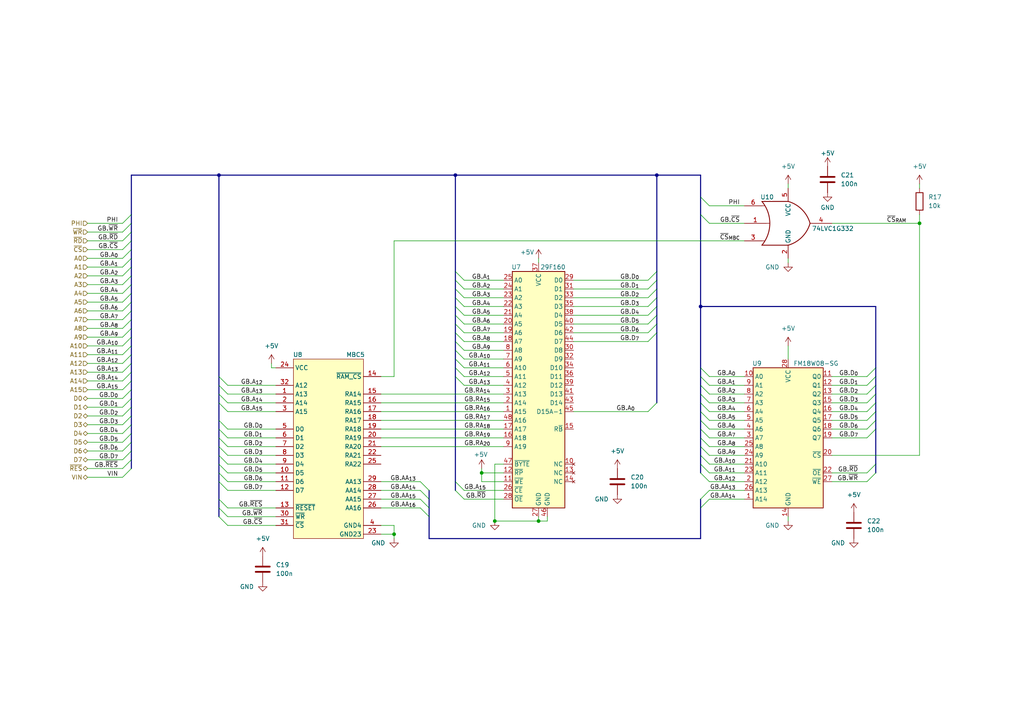
<source format=kicad_sch>
(kicad_sch
	(version 20231120)
	(generator "eeschema")
	(generator_version "8.0")
	(uuid "969b2de5-8fad-41f5-be75-ef2812c4399a")
	(paper "A4")
	(title_block
		(title "SGB-MBC5-01")
		(date "2024-04-03")
		(rev "1.0")
		(company "https://github.com/MouseBiteLabs")
		(comment 1 "Adapted from: https://github.com/gekkio/gb-schematics")
	)
	(lib_symbols
		(symbol "74xGxx:74LVC1G332"
			(exclude_from_sim no)
			(in_bom yes)
			(on_board yes)
			(property "Reference" "U"
				(at -7.112 7.366 0)
				(effects
					(font
						(size 1.27 1.27)
					)
				)
			)
			(property "Value" "74LVC1G332"
				(at 6.096 -7.62 0)
				(effects
					(font
						(size 1.27 1.27)
					)
				)
			)
			(property "Footprint" ""
				(at 0 0 0)
				(effects
					(font
						(size 1.27 1.27)
					)
					(hide yes)
				)
			)
			(property "Datasheet" "http://www.ti.com/lit/sg/scyt129e/scyt129e.pdf"
				(at 0 0 0)
				(effects
					(font
						(size 1.27 1.27)
					)
					(hide yes)
				)
			)
			(property "Description" "Single OR 3-Input Gate, Low-Voltage CMOS"
				(at 0 0 0)
				(effects
					(font
						(size 1.27 1.27)
					)
					(hide yes)
				)
			)
			(property "ki_keywords" "Single Gate OR triple LVC CMOS"
				(at 0 0 0)
				(effects
					(font
						(size 1.27 1.27)
					)
					(hide yes)
				)
			)
			(property "ki_fp_filters" "SOT* SG*"
				(at 0 0 0)
				(effects
					(font
						(size 1.27 1.27)
					)
					(hide yes)
				)
			)
			(symbol "74LVC1G332_0_1"
				(arc
					(start -7.62 -6.35)
					(mid -5.321 0)
					(end -7.62 6.35)
					(stroke
						(width 0.254)
						(type default)
					)
					(fill
						(type none)
					)
				)
				(arc
					(start 0 -6.35)
					(mid 3.9978 -3.9978)
					(end 6.35 0)
					(stroke
						(width 0.254)
						(type default)
					)
					(fill
						(type none)
					)
				)
				(polyline
					(pts
						(xy -7.62 -5.08) (xy -6.858 -5.08)
					)
					(stroke
						(width 0)
						(type default)
					)
					(fill
						(type none)
					)
				)
				(polyline
					(pts
						(xy -7.62 5.08) (xy -6.858 5.08)
					)
					(stroke
						(width 0)
						(type default)
					)
					(fill
						(type none)
					)
				)
				(polyline
					(pts
						(xy -6.35 0) (xy -5.334 0)
					)
					(stroke
						(width 0)
						(type default)
					)
					(fill
						(type none)
					)
				)
				(polyline
					(pts
						(xy 0 -6.35) (xy -7.62 -6.35)
					)
					(stroke
						(width 0.254)
						(type default)
					)
					(fill
						(type background)
					)
				)
				(polyline
					(pts
						(xy 0 6.35) (xy -7.62 6.35)
					)
					(stroke
						(width 0.254)
						(type default)
					)
					(fill
						(type background)
					)
				)
				(arc
					(start 6.35 0)
					(mid 3.9978 3.9978)
					(end 0 6.35)
					(stroke
						(width 0.254)
						(type default)
					)
					(fill
						(type none)
					)
				)
			)
			(symbol "74LVC1G332_1_1"
				(pin input line
					(at -12.7 0 0)
					(length 6.35)
					(name "~"
						(effects
							(font
								(size 1.27 1.27)
							)
						)
					)
					(number "1"
						(effects
							(font
								(size 1.27 1.27)
							)
						)
					)
				)
				(pin power_in line
					(at 0 -10.16 90)
					(length 3.81)
					(name "GND"
						(effects
							(font
								(size 1.27 1.27)
							)
						)
					)
					(number "2"
						(effects
							(font
								(size 1.27 1.27)
							)
						)
					)
				)
				(pin input line
					(at -12.7 -5.08 0)
					(length 5.08)
					(name "~"
						(effects
							(font
								(size 1.27 1.27)
							)
						)
					)
					(number "3"
						(effects
							(font
								(size 1.27 1.27)
							)
						)
					)
				)
				(pin output line
					(at 12.7 0 180)
					(length 6.35)
					(name "~"
						(effects
							(font
								(size 1.27 1.27)
							)
						)
					)
					(number "4"
						(effects
							(font
								(size 1.27 1.27)
							)
						)
					)
				)
				(pin power_in line
					(at 0 10.16 270)
					(length 3.81)
					(name "VCC"
						(effects
							(font
								(size 1.27 1.27)
							)
						)
					)
					(number "5"
						(effects
							(font
								(size 1.27 1.27)
							)
						)
					)
				)
				(pin input line
					(at -12.7 5.08 0)
					(length 5.08)
					(name "~"
						(effects
							(font
								(size 1.27 1.27)
							)
						)
					)
					(number "6"
						(effects
							(font
								(size 1.27 1.27)
							)
						)
					)
				)
			)
		)
		(symbol "Bucketmouse:MBC5"
			(exclude_from_sim no)
			(in_bom yes)
			(on_board yes)
			(property "Reference" "U"
				(at -10.16 26.035 0)
				(effects
					(font
						(size 1.27 1.27)
					)
					(justify left bottom)
				)
			)
			(property "Value" "MBC5"
				(at 5.08 26.162 0)
				(effects
					(font
						(size 1.27 1.27)
					)
					(justify left bottom)
				)
			)
			(property "Footprint" "MBC5_2-0:QFP-32"
				(at 0 0 0)
				(effects
					(font
						(size 1.27 1.27)
					)
					(hide yes)
				)
			)
			(property "Datasheet" ""
				(at 0 0 0)
				(effects
					(font
						(size 1.27 1.27)
					)
					(hide yes)
				)
			)
			(property "Description" "MBC5"
				(at 0 0 0)
				(effects
					(font
						(size 1.27 1.27)
					)
					(hide yes)
				)
			)
			(symbol "MBC5_1_0"
				(pin input line
					(at -15.24 15.24 0)
					(length 5.08)
					(name "A13"
						(effects
							(font
								(size 1.27 1.27)
							)
						)
					)
					(number "1"
						(effects
							(font
								(size 1.27 1.27)
							)
						)
					)
				)
				(pin input line
					(at -15.24 -7.62 0)
					(length 5.08)
					(name "D5"
						(effects
							(font
								(size 1.27 1.27)
							)
						)
					)
					(number "10"
						(effects
							(font
								(size 1.27 1.27)
							)
						)
					)
				)
				(pin input line
					(at -15.24 -10.16 0)
					(length 5.08)
					(name "D6"
						(effects
							(font
								(size 1.27 1.27)
							)
						)
					)
					(number "11"
						(effects
							(font
								(size 1.27 1.27)
							)
						)
					)
				)
				(pin input line
					(at -15.24 -12.7 0)
					(length 5.08)
					(name "D7"
						(effects
							(font
								(size 1.27 1.27)
							)
						)
					)
					(number "12"
						(effects
							(font
								(size 1.27 1.27)
							)
						)
					)
				)
				(pin input line
					(at -15.24 -17.78 0)
					(length 5.08)
					(name "~{RESET}"
						(effects
							(font
								(size 1.27 1.27)
							)
						)
					)
					(number "13"
						(effects
							(font
								(size 1.27 1.27)
							)
						)
					)
				)
				(pin output line
					(at 15.24 20.32 180)
					(length 5.08)
					(name "~{RAM_CS}"
						(effects
							(font
								(size 1.27 1.27)
							)
						)
					)
					(number "14"
						(effects
							(font
								(size 1.27 1.27)
							)
						)
					)
				)
				(pin output line
					(at 15.24 15.24 180)
					(length 5.08)
					(name "RA14"
						(effects
							(font
								(size 1.27 1.27)
							)
						)
					)
					(number "15"
						(effects
							(font
								(size 1.27 1.27)
							)
						)
					)
				)
				(pin output line
					(at 15.24 12.7 180)
					(length 5.08)
					(name "RA15"
						(effects
							(font
								(size 1.27 1.27)
							)
						)
					)
					(number "16"
						(effects
							(font
								(size 1.27 1.27)
							)
						)
					)
				)
				(pin output line
					(at 15.24 10.16 180)
					(length 5.08)
					(name "RA16"
						(effects
							(font
								(size 1.27 1.27)
							)
						)
					)
					(number "17"
						(effects
							(font
								(size 1.27 1.27)
							)
						)
					)
				)
				(pin output line
					(at 15.24 7.62 180)
					(length 5.08)
					(name "RA17"
						(effects
							(font
								(size 1.27 1.27)
							)
						)
					)
					(number "18"
						(effects
							(font
								(size 1.27 1.27)
							)
						)
					)
				)
				(pin output line
					(at 15.24 5.08 180)
					(length 5.08)
					(name "RA18"
						(effects
							(font
								(size 1.27 1.27)
							)
						)
					)
					(number "19"
						(effects
							(font
								(size 1.27 1.27)
							)
						)
					)
				)
				(pin input line
					(at -15.24 12.7 0)
					(length 5.08)
					(name "A14"
						(effects
							(font
								(size 1.27 1.27)
							)
						)
					)
					(number "2"
						(effects
							(font
								(size 1.27 1.27)
							)
						)
					)
				)
				(pin output line
					(at 15.24 2.54 180)
					(length 5.08)
					(name "RA19"
						(effects
							(font
								(size 1.27 1.27)
							)
						)
					)
					(number "20"
						(effects
							(font
								(size 1.27 1.27)
							)
						)
					)
				)
				(pin output line
					(at 15.24 0 180)
					(length 5.08)
					(name "RA20"
						(effects
							(font
								(size 1.27 1.27)
							)
						)
					)
					(number "21"
						(effects
							(font
								(size 1.27 1.27)
							)
						)
					)
				)
				(pin output line
					(at 15.24 -2.54 180)
					(length 5.08)
					(name "RA21"
						(effects
							(font
								(size 1.27 1.27)
							)
						)
					)
					(number "22"
						(effects
							(font
								(size 1.27 1.27)
							)
						)
					)
				)
				(pin power_in line
					(at 15.24 -25.4 180)
					(length 5.08)
					(name "GND23"
						(effects
							(font
								(size 1.27 1.27)
							)
						)
					)
					(number "23"
						(effects
							(font
								(size 1.27 1.27)
							)
						)
					)
				)
				(pin power_in line
					(at -15.24 22.86 0)
					(length 5.08)
					(name "VCC"
						(effects
							(font
								(size 1.27 1.27)
							)
						)
					)
					(number "24"
						(effects
							(font
								(size 1.27 1.27)
							)
						)
					)
				)
				(pin output line
					(at 15.24 -5.08 180)
					(length 5.08)
					(name "RA22"
						(effects
							(font
								(size 1.27 1.27)
							)
						)
					)
					(number "25"
						(effects
							(font
								(size 1.27 1.27)
							)
						)
					)
				)
				(pin output line
					(at 15.24 -17.78 180)
					(length 5.08)
					(name "AA16"
						(effects
							(font
								(size 1.27 1.27)
							)
						)
					)
					(number "26"
						(effects
							(font
								(size 1.27 1.27)
							)
						)
					)
				)
				(pin output line
					(at 15.24 -15.24 180)
					(length 5.08)
					(name "AA15"
						(effects
							(font
								(size 1.27 1.27)
							)
						)
					)
					(number "27"
						(effects
							(font
								(size 1.27 1.27)
							)
						)
					)
				)
				(pin output line
					(at 15.24 -12.7 180)
					(length 5.08)
					(name "AA14"
						(effects
							(font
								(size 1.27 1.27)
							)
						)
					)
					(number "28"
						(effects
							(font
								(size 1.27 1.27)
							)
						)
					)
				)
				(pin output line
					(at 15.24 -10.16 180)
					(length 5.08)
					(name "AA13"
						(effects
							(font
								(size 1.27 1.27)
							)
						)
					)
					(number "29"
						(effects
							(font
								(size 1.27 1.27)
							)
						)
					)
				)
				(pin input line
					(at -15.24 10.16 0)
					(length 5.08)
					(name "A15"
						(effects
							(font
								(size 1.27 1.27)
							)
						)
					)
					(number "3"
						(effects
							(font
								(size 1.27 1.27)
							)
						)
					)
				)
				(pin input line
					(at -15.24 -20.32 0)
					(length 5.08)
					(name "~{WR}"
						(effects
							(font
								(size 1.27 1.27)
							)
						)
					)
					(number "30"
						(effects
							(font
								(size 1.27 1.27)
							)
						)
					)
				)
				(pin input line
					(at -15.24 -22.86 0)
					(length 5.08)
					(name "~{CS}"
						(effects
							(font
								(size 1.27 1.27)
							)
						)
					)
					(number "31"
						(effects
							(font
								(size 1.27 1.27)
							)
						)
					)
				)
				(pin input line
					(at -15.24 17.78 0)
					(length 5.08)
					(name "A12"
						(effects
							(font
								(size 1.27 1.27)
							)
						)
					)
					(number "32"
						(effects
							(font
								(size 1.27 1.27)
							)
						)
					)
				)
				(pin power_in line
					(at 15.24 -22.86 180)
					(length 5.08)
					(name "GND4"
						(effects
							(font
								(size 1.27 1.27)
							)
						)
					)
					(number "4"
						(effects
							(font
								(size 1.27 1.27)
							)
						)
					)
				)
				(pin input line
					(at -15.24 5.08 0)
					(length 5.08)
					(name "D0"
						(effects
							(font
								(size 1.27 1.27)
							)
						)
					)
					(number "5"
						(effects
							(font
								(size 1.27 1.27)
							)
						)
					)
				)
				(pin input line
					(at -15.24 2.54 0)
					(length 5.08)
					(name "D1"
						(effects
							(font
								(size 1.27 1.27)
							)
						)
					)
					(number "6"
						(effects
							(font
								(size 1.27 1.27)
							)
						)
					)
				)
				(pin input line
					(at -15.24 0 0)
					(length 5.08)
					(name "D2"
						(effects
							(font
								(size 1.27 1.27)
							)
						)
					)
					(number "7"
						(effects
							(font
								(size 1.27 1.27)
							)
						)
					)
				)
				(pin input line
					(at -15.24 -2.54 0)
					(length 5.08)
					(name "D3"
						(effects
							(font
								(size 1.27 1.27)
							)
						)
					)
					(number "8"
						(effects
							(font
								(size 1.27 1.27)
							)
						)
					)
				)
				(pin input line
					(at -15.24 -5.08 0)
					(length 5.08)
					(name "D4"
						(effects
							(font
								(size 1.27 1.27)
							)
						)
					)
					(number "9"
						(effects
							(font
								(size 1.27 1.27)
							)
						)
					)
				)
			)
			(symbol "MBC5_1_1"
				(polyline
					(pts
						(xy -10.16 25.4) (xy 10.16 25.4) (xy 10.16 -26.67) (xy -10.16 -26.67) (xy -10.16 25.4) (xy -10.16 25.4)
					)
					(stroke
						(width 0)
						(type default)
					)
					(fill
						(type background)
					)
				)
			)
		)
		(symbol "Bucketmouse_Nintendo:29F160"
			(exclude_from_sim no)
			(in_bom yes)
			(on_board yes)
			(property "Reference" "U"
				(at -7.62 31.75 0)
				(effects
					(font
						(size 1.27 1.27)
					)
				)
			)
			(property "Value" "27C160"
				(at -10.414 -39.37 0)
				(effects
					(font
						(size 1.27 1.27)
					)
					(justify left)
				)
			)
			(property "Footprint" ""
				(at 0 0 0)
				(effects
					(font
						(size 1.27 1.27)
					)
					(hide yes)
				)
			)
			(property "Datasheet" "https://pdf1.alldatasheet.com/datasheet-pdf/download/22894/STMICROELECTRONICS/M29F160BB.html"
				(at 0.254 -48.006 0)
				(effects
					(font
						(size 1.27 1.27)
					)
					(hide yes)
				)
			)
			(property "Description" "16 Mbit Flash"
				(at 0.508 -45.974 0)
				(effects
					(font
						(size 1.27 1.27)
					)
					(hide yes)
				)
			)
			(property "ki_keywords" "OTP EPROM 4MiBit"
				(at 0 0 0)
				(effects
					(font
						(size 1.27 1.27)
					)
					(hide yes)
				)
			)
			(property "ki_fp_filters" "DIP*W15.24mm* PLCC*"
				(at 0 0 0)
				(effects
					(font
						(size 1.27 1.27)
					)
					(hide yes)
				)
			)
			(symbol "29F160_1_1"
				(rectangle
					(start -7.62 30.48)
					(end 7.62 -38.1)
					(stroke
						(width 0.254)
						(type default)
					)
					(fill
						(type background)
					)
				)
				(pin input line
					(at -10.16 -10.16 0)
					(length 2.54)
					(name "A15"
						(effects
							(font
								(size 1.27 1.27)
							)
						)
					)
					(number "1"
						(effects
							(font
								(size 1.27 1.27)
							)
						)
					)
				)
				(pin no_connect line
					(at 10.16 -25.4 180)
					(length 2.54)
					(name "NC"
						(effects
							(font
								(size 1.27 1.27)
							)
						)
					)
					(number "10"
						(effects
							(font
								(size 1.27 1.27)
							)
						)
					)
				)
				(pin input line
					(at -10.16 -30.48 0)
					(length 2.54)
					(name "~{WE}"
						(effects
							(font
								(size 1.27 1.27)
							)
						)
					)
					(number "11"
						(effects
							(font
								(size 1.27 1.27)
							)
						)
					)
				)
				(pin input line
					(at -10.16 -27.94 0)
					(length 2.54)
					(name "~{RP}"
						(effects
							(font
								(size 1.27 1.27)
							)
						)
					)
					(number "12"
						(effects
							(font
								(size 1.27 1.27)
							)
						)
					)
				)
				(pin no_connect line
					(at 10.16 -27.94 180)
					(length 2.54)
					(name "NC"
						(effects
							(font
								(size 1.27 1.27)
							)
						)
					)
					(number "13"
						(effects
							(font
								(size 1.27 1.27)
							)
						)
					)
				)
				(pin no_connect line
					(at 10.16 -30.48 180)
					(length 2.54)
					(name "NC"
						(effects
							(font
								(size 1.27 1.27)
							)
						)
					)
					(number "14"
						(effects
							(font
								(size 1.27 1.27)
							)
						)
					)
				)
				(pin output line
					(at 10.16 -15.24 180)
					(length 2.54)
					(name "R~{B}"
						(effects
							(font
								(size 1.27 1.27)
							)
						)
					)
					(number "15"
						(effects
							(font
								(size 1.27 1.27)
							)
						)
					)
				)
				(pin input line
					(at -10.16 -17.78 0)
					(length 2.54)
					(name "A18"
						(effects
							(font
								(size 1.27 1.27)
							)
						)
					)
					(number "16"
						(effects
							(font
								(size 1.27 1.27)
							)
						)
					)
				)
				(pin input line
					(at -10.16 -15.24 0)
					(length 2.54)
					(name "A17"
						(effects
							(font
								(size 1.27 1.27)
							)
						)
					)
					(number "17"
						(effects
							(font
								(size 1.27 1.27)
							)
						)
					)
				)
				(pin input line
					(at -10.16 10.16 0)
					(length 2.54)
					(name "A7"
						(effects
							(font
								(size 1.27 1.27)
							)
						)
					)
					(number "18"
						(effects
							(font
								(size 1.27 1.27)
							)
						)
					)
				)
				(pin input line
					(at -10.16 12.7 0)
					(length 2.54)
					(name "A6"
						(effects
							(font
								(size 1.27 1.27)
							)
						)
					)
					(number "19"
						(effects
							(font
								(size 1.27 1.27)
							)
						)
					)
				)
				(pin input line
					(at -10.16 -7.62 0)
					(length 2.54)
					(name "A14"
						(effects
							(font
								(size 1.27 1.27)
							)
						)
					)
					(number "2"
						(effects
							(font
								(size 1.27 1.27)
							)
						)
					)
				)
				(pin input line
					(at -10.16 15.24 0)
					(length 2.54)
					(name "A5"
						(effects
							(font
								(size 1.27 1.27)
							)
						)
					)
					(number "20"
						(effects
							(font
								(size 1.27 1.27)
							)
						)
					)
				)
				(pin input line
					(at -10.16 17.78 0)
					(length 2.54)
					(name "A4"
						(effects
							(font
								(size 1.27 1.27)
							)
						)
					)
					(number "21"
						(effects
							(font
								(size 1.27 1.27)
							)
						)
					)
				)
				(pin input line
					(at -10.16 20.32 0)
					(length 2.54)
					(name "A3"
						(effects
							(font
								(size 1.27 1.27)
							)
						)
					)
					(number "22"
						(effects
							(font
								(size 1.27 1.27)
							)
						)
					)
				)
				(pin input line
					(at -10.16 22.86 0)
					(length 2.54)
					(name "A2"
						(effects
							(font
								(size 1.27 1.27)
							)
						)
					)
					(number "23"
						(effects
							(font
								(size 1.27 1.27)
							)
						)
					)
				)
				(pin input line
					(at -10.16 25.4 0)
					(length 2.54)
					(name "A1"
						(effects
							(font
								(size 1.27 1.27)
							)
						)
					)
					(number "24"
						(effects
							(font
								(size 1.27 1.27)
							)
						)
					)
				)
				(pin input line
					(at -10.16 27.94 0)
					(length 2.54)
					(name "A0"
						(effects
							(font
								(size 1.27 1.27)
							)
						)
					)
					(number "25"
						(effects
							(font
								(size 1.27 1.27)
							)
						)
					)
				)
				(pin input line
					(at -10.16 -33.02 0)
					(length 2.54)
					(name "~{CE}"
						(effects
							(font
								(size 1.27 1.27)
							)
						)
					)
					(number "26"
						(effects
							(font
								(size 1.27 1.27)
							)
						)
					)
				)
				(pin power_in line
					(at 0 -40.64 90)
					(length 2.54)
					(name "GND"
						(effects
							(font
								(size 1.27 1.27)
							)
						)
					)
					(number "27"
						(effects
							(font
								(size 1.27 1.27)
							)
						)
					)
				)
				(pin input line
					(at -10.16 -35.56 0)
					(length 2.54)
					(name "~{OE}"
						(effects
							(font
								(size 1.27 1.27)
							)
						)
					)
					(number "28"
						(effects
							(font
								(size 1.27 1.27)
							)
						)
					)
				)
				(pin tri_state line
					(at 10.16 27.94 180)
					(length 2.54)
					(name "D0"
						(effects
							(font
								(size 1.27 1.27)
							)
						)
					)
					(number "29"
						(effects
							(font
								(size 1.27 1.27)
							)
						)
					)
				)
				(pin input line
					(at -10.16 -5.08 0)
					(length 2.54)
					(name "A13"
						(effects
							(font
								(size 1.27 1.27)
							)
						)
					)
					(number "3"
						(effects
							(font
								(size 1.27 1.27)
							)
						)
					)
				)
				(pin tri_state line
					(at 10.16 7.62 180)
					(length 2.54)
					(name "D8"
						(effects
							(font
								(size 1.27 1.27)
							)
						)
					)
					(number "30"
						(effects
							(font
								(size 1.27 1.27)
							)
						)
					)
				)
				(pin tri_state line
					(at 10.16 25.4 180)
					(length 2.54)
					(name "D1"
						(effects
							(font
								(size 1.27 1.27)
							)
						)
					)
					(number "31"
						(effects
							(font
								(size 1.27 1.27)
							)
						)
					)
				)
				(pin tri_state line
					(at 10.16 5.08 180)
					(length 2.54)
					(name "D9"
						(effects
							(font
								(size 1.27 1.27)
							)
						)
					)
					(number "32"
						(effects
							(font
								(size 1.27 1.27)
							)
						)
					)
				)
				(pin tri_state line
					(at 10.16 22.86 180)
					(length 2.54)
					(name "D2"
						(effects
							(font
								(size 1.27 1.27)
							)
						)
					)
					(number "33"
						(effects
							(font
								(size 1.27 1.27)
							)
						)
					)
				)
				(pin tri_state line
					(at 10.16 2.54 180)
					(length 2.54)
					(name "D10"
						(effects
							(font
								(size 1.27 1.27)
							)
						)
					)
					(number "34"
						(effects
							(font
								(size 1.27 1.27)
							)
						)
					)
				)
				(pin tri_state line
					(at 10.16 20.32 180)
					(length 2.54)
					(name "D3"
						(effects
							(font
								(size 1.27 1.27)
							)
						)
					)
					(number "35"
						(effects
							(font
								(size 1.27 1.27)
							)
						)
					)
				)
				(pin tri_state line
					(at 10.16 0 180)
					(length 2.54)
					(name "D11"
						(effects
							(font
								(size 1.27 1.27)
							)
						)
					)
					(number "36"
						(effects
							(font
								(size 1.27 1.27)
							)
						)
					)
				)
				(pin power_in line
					(at 0 33.02 270)
					(length 2.54)
					(name "VCC"
						(effects
							(font
								(size 1.27 1.27)
							)
						)
					)
					(number "37"
						(effects
							(font
								(size 1.27 1.27)
							)
						)
					)
				)
				(pin tri_state line
					(at 10.16 17.78 180)
					(length 2.54)
					(name "D4"
						(effects
							(font
								(size 1.27 1.27)
							)
						)
					)
					(number "38"
						(effects
							(font
								(size 1.27 1.27)
							)
						)
					)
				)
				(pin tri_state line
					(at 10.16 -2.54 180)
					(length 2.54)
					(name "D12"
						(effects
							(font
								(size 1.27 1.27)
							)
						)
					)
					(number "39"
						(effects
							(font
								(size 1.27 1.27)
							)
						)
					)
				)
				(pin input line
					(at -10.16 -2.54 0)
					(length 2.54)
					(name "A12"
						(effects
							(font
								(size 1.27 1.27)
							)
						)
					)
					(number "4"
						(effects
							(font
								(size 1.27 1.27)
							)
						)
					)
				)
				(pin tri_state line
					(at 10.16 15.24 180)
					(length 2.54)
					(name "D5"
						(effects
							(font
								(size 1.27 1.27)
							)
						)
					)
					(number "40"
						(effects
							(font
								(size 1.27 1.27)
							)
						)
					)
				)
				(pin tri_state line
					(at 10.16 -5.08 180)
					(length 2.54)
					(name "D13"
						(effects
							(font
								(size 1.27 1.27)
							)
						)
					)
					(number "41"
						(effects
							(font
								(size 1.27 1.27)
							)
						)
					)
				)
				(pin tri_state line
					(at 10.16 12.7 180)
					(length 2.54)
					(name "D6"
						(effects
							(font
								(size 1.27 1.27)
							)
						)
					)
					(number "42"
						(effects
							(font
								(size 1.27 1.27)
							)
						)
					)
				)
				(pin tri_state line
					(at 10.16 -7.62 180)
					(length 2.54)
					(name "D14"
						(effects
							(font
								(size 1.27 1.27)
							)
						)
					)
					(number "43"
						(effects
							(font
								(size 1.27 1.27)
							)
						)
					)
				)
				(pin tri_state line
					(at 10.16 10.16 180)
					(length 2.54)
					(name "D7"
						(effects
							(font
								(size 1.27 1.27)
							)
						)
					)
					(number "44"
						(effects
							(font
								(size 1.27 1.27)
							)
						)
					)
				)
				(pin tri_state line
					(at 10.16 -10.16 180)
					(length 2.54)
					(name "D15A-1"
						(effects
							(font
								(size 1.27 1.27)
							)
						)
					)
					(number "45"
						(effects
							(font
								(size 1.27 1.27)
							)
						)
					)
				)
				(pin power_in line
					(at 2.54 -40.64 90)
					(length 2.54)
					(name "GND"
						(effects
							(font
								(size 1.27 1.27)
							)
						)
					)
					(number "46"
						(effects
							(font
								(size 1.27 1.27)
							)
						)
					)
				)
				(pin input line
					(at -10.16 -25.4 0)
					(length 2.54)
					(name "~{BYTE}"
						(effects
							(font
								(size 1.27 1.27)
							)
						)
					)
					(number "47"
						(effects
							(font
								(size 1.27 1.27)
							)
						)
					)
				)
				(pin input line
					(at -10.16 -12.7 0)
					(length 2.54)
					(name "A16"
						(effects
							(font
								(size 1.27 1.27)
							)
						)
					)
					(number "48"
						(effects
							(font
								(size 1.27 1.27)
							)
						)
					)
				)
				(pin input line
					(at -10.16 0 0)
					(length 2.54)
					(name "A11"
						(effects
							(font
								(size 1.27 1.27)
							)
						)
					)
					(number "5"
						(effects
							(font
								(size 1.27 1.27)
							)
						)
					)
				)
				(pin input line
					(at -10.16 2.54 0)
					(length 2.54)
					(name "A10"
						(effects
							(font
								(size 1.27 1.27)
							)
						)
					)
					(number "6"
						(effects
							(font
								(size 1.27 1.27)
							)
						)
					)
				)
				(pin input line
					(at -10.16 5.08 0)
					(length 2.54)
					(name "A9"
						(effects
							(font
								(size 1.27 1.27)
							)
						)
					)
					(number "7"
						(effects
							(font
								(size 1.27 1.27)
							)
						)
					)
				)
				(pin input line
					(at -10.16 7.62 0)
					(length 2.54)
					(name "A8"
						(effects
							(font
								(size 1.27 1.27)
							)
						)
					)
					(number "8"
						(effects
							(font
								(size 1.27 1.27)
							)
						)
					)
				)
				(pin input line
					(at -10.16 -20.32 0)
					(length 2.54)
					(name "A19"
						(effects
							(font
								(size 1.27 1.27)
							)
						)
					)
					(number "9"
						(effects
							(font
								(size 1.27 1.27)
							)
						)
					)
				)
			)
		)
		(symbol "Device:C"
			(pin_numbers hide)
			(pin_names
				(offset 0.254)
			)
			(exclude_from_sim no)
			(in_bom yes)
			(on_board yes)
			(property "Reference" "C"
				(at 0.635 2.54 0)
				(effects
					(font
						(size 1.27 1.27)
					)
					(justify left)
				)
			)
			(property "Value" "C"
				(at 0.635 -2.54 0)
				(effects
					(font
						(size 1.27 1.27)
					)
					(justify left)
				)
			)
			(property "Footprint" ""
				(at 0.9652 -3.81 0)
				(effects
					(font
						(size 1.27 1.27)
					)
					(hide yes)
				)
			)
			(property "Datasheet" "~"
				(at 0 0 0)
				(effects
					(font
						(size 1.27 1.27)
					)
					(hide yes)
				)
			)
			(property "Description" "Unpolarized capacitor"
				(at 0 0 0)
				(effects
					(font
						(size 1.27 1.27)
					)
					(hide yes)
				)
			)
			(property "ki_keywords" "cap capacitor"
				(at 0 0 0)
				(effects
					(font
						(size 1.27 1.27)
					)
					(hide yes)
				)
			)
			(property "ki_fp_filters" "C_*"
				(at 0 0 0)
				(effects
					(font
						(size 1.27 1.27)
					)
					(hide yes)
				)
			)
			(symbol "C_0_1"
				(polyline
					(pts
						(xy -2.032 -0.762) (xy 2.032 -0.762)
					)
					(stroke
						(width 0.508)
						(type default)
					)
					(fill
						(type none)
					)
				)
				(polyline
					(pts
						(xy -2.032 0.762) (xy 2.032 0.762)
					)
					(stroke
						(width 0.508)
						(type default)
					)
					(fill
						(type none)
					)
				)
			)
			(symbol "C_1_1"
				(pin passive line
					(at 0 3.81 270)
					(length 2.794)
					(name "~"
						(effects
							(font
								(size 1.27 1.27)
							)
						)
					)
					(number "1"
						(effects
							(font
								(size 1.27 1.27)
							)
						)
					)
				)
				(pin passive line
					(at 0 -3.81 90)
					(length 2.794)
					(name "~"
						(effects
							(font
								(size 1.27 1.27)
							)
						)
					)
					(number "2"
						(effects
							(font
								(size 1.27 1.27)
							)
						)
					)
				)
			)
		)
		(symbol "Device:R"
			(pin_numbers hide)
			(pin_names
				(offset 0)
			)
			(exclude_from_sim no)
			(in_bom yes)
			(on_board yes)
			(property "Reference" "R"
				(at 2.032 0 90)
				(effects
					(font
						(size 1.27 1.27)
					)
				)
			)
			(property "Value" "R"
				(at 0 0 90)
				(effects
					(font
						(size 1.27 1.27)
					)
				)
			)
			(property "Footprint" ""
				(at -1.778 0 90)
				(effects
					(font
						(size 1.27 1.27)
					)
					(hide yes)
				)
			)
			(property "Datasheet" "~"
				(at 0 0 0)
				(effects
					(font
						(size 1.27 1.27)
					)
					(hide yes)
				)
			)
			(property "Description" "Resistor"
				(at 0 0 0)
				(effects
					(font
						(size 1.27 1.27)
					)
					(hide yes)
				)
			)
			(property "ki_keywords" "R res resistor"
				(at 0 0 0)
				(effects
					(font
						(size 1.27 1.27)
					)
					(hide yes)
				)
			)
			(property "ki_fp_filters" "R_*"
				(at 0 0 0)
				(effects
					(font
						(size 1.27 1.27)
					)
					(hide yes)
				)
			)
			(symbol "R_0_1"
				(rectangle
					(start -1.016 -2.54)
					(end 1.016 2.54)
					(stroke
						(width 0.254)
						(type default)
					)
					(fill
						(type none)
					)
				)
			)
			(symbol "R_1_1"
				(pin passive line
					(at 0 3.81 270)
					(length 1.27)
					(name "~"
						(effects
							(font
								(size 1.27 1.27)
							)
						)
					)
					(number "1"
						(effects
							(font
								(size 1.27 1.27)
							)
						)
					)
				)
				(pin passive line
					(at 0 -3.81 90)
					(length 1.27)
					(name "~"
						(effects
							(font
								(size 1.27 1.27)
							)
						)
					)
					(number "2"
						(effects
							(font
								(size 1.27 1.27)
							)
						)
					)
				)
			)
		)
		(symbol "Memory_RAM:CY62256-70PC"
			(exclude_from_sim no)
			(in_bom yes)
			(on_board yes)
			(property "Reference" "U"
				(at -10.16 20.955 0)
				(effects
					(font
						(size 1.27 1.27)
					)
					(justify left bottom)
				)
			)
			(property "Value" "CY62256-70PC"
				(at 2.54 20.955 0)
				(effects
					(font
						(size 1.27 1.27)
					)
					(justify left bottom)
				)
			)
			(property "Footprint" "Package_DIP:DIP-28_W15.24mm"
				(at 0 -2.54 0)
				(effects
					(font
						(size 1.27 1.27)
					)
					(hide yes)
				)
			)
			(property "Datasheet" "https://ecee.colorado.edu/~mcclurel/Cypress_SRAM_CY62256.pdf"
				(at 0 -2.54 0)
				(effects
					(font
						(size 1.27 1.27)
					)
					(hide yes)
				)
			)
			(property "Description" "256K (32K x 8) Static RAM, 70ns, DIP-28"
				(at 0 0 0)
				(effects
					(font
						(size 1.27 1.27)
					)
					(hide yes)
				)
			)
			(property "ki_keywords" "RAM SRAM CMOS MEMORY"
				(at 0 0 0)
				(effects
					(font
						(size 1.27 1.27)
					)
					(hide yes)
				)
			)
			(property "ki_fp_filters" "DIP*W15.24mm*"
				(at 0 0 0)
				(effects
					(font
						(size 1.27 1.27)
					)
					(hide yes)
				)
			)
			(symbol "CY62256-70PC_0_0"
				(pin power_in line
					(at 0 -22.86 90)
					(length 2.54)
					(name "GND"
						(effects
							(font
								(size 1.27 1.27)
							)
						)
					)
					(number "14"
						(effects
							(font
								(size 1.27 1.27)
							)
						)
					)
				)
				(pin power_in line
					(at 0 22.86 270)
					(length 2.54)
					(name "VCC"
						(effects
							(font
								(size 1.27 1.27)
							)
						)
					)
					(number "28"
						(effects
							(font
								(size 1.27 1.27)
							)
						)
					)
				)
			)
			(symbol "CY62256-70PC_0_1"
				(rectangle
					(start -10.16 20.32)
					(end 10.16 -20.32)
					(stroke
						(width 0.254)
						(type default)
					)
					(fill
						(type background)
					)
				)
			)
			(symbol "CY62256-70PC_1_1"
				(pin input line
					(at -12.7 -17.78 0)
					(length 2.54)
					(name "A14"
						(effects
							(font
								(size 1.27 1.27)
							)
						)
					)
					(number "1"
						(effects
							(font
								(size 1.27 1.27)
							)
						)
					)
				)
				(pin input line
					(at -12.7 17.78 0)
					(length 2.54)
					(name "A0"
						(effects
							(font
								(size 1.27 1.27)
							)
						)
					)
					(number "10"
						(effects
							(font
								(size 1.27 1.27)
							)
						)
					)
				)
				(pin tri_state line
					(at 12.7 17.78 180)
					(length 2.54)
					(name "Q0"
						(effects
							(font
								(size 1.27 1.27)
							)
						)
					)
					(number "11"
						(effects
							(font
								(size 1.27 1.27)
							)
						)
					)
				)
				(pin tri_state line
					(at 12.7 15.24 180)
					(length 2.54)
					(name "Q1"
						(effects
							(font
								(size 1.27 1.27)
							)
						)
					)
					(number "12"
						(effects
							(font
								(size 1.27 1.27)
							)
						)
					)
				)
				(pin tri_state line
					(at 12.7 12.7 180)
					(length 2.54)
					(name "Q2"
						(effects
							(font
								(size 1.27 1.27)
							)
						)
					)
					(number "13"
						(effects
							(font
								(size 1.27 1.27)
							)
						)
					)
				)
				(pin tri_state line
					(at 12.7 10.16 180)
					(length 2.54)
					(name "Q3"
						(effects
							(font
								(size 1.27 1.27)
							)
						)
					)
					(number "15"
						(effects
							(font
								(size 1.27 1.27)
							)
						)
					)
				)
				(pin tri_state line
					(at 12.7 7.62 180)
					(length 2.54)
					(name "Q4"
						(effects
							(font
								(size 1.27 1.27)
							)
						)
					)
					(number "16"
						(effects
							(font
								(size 1.27 1.27)
							)
						)
					)
				)
				(pin tri_state line
					(at 12.7 5.08 180)
					(length 2.54)
					(name "Q5"
						(effects
							(font
								(size 1.27 1.27)
							)
						)
					)
					(number "17"
						(effects
							(font
								(size 1.27 1.27)
							)
						)
					)
				)
				(pin tri_state line
					(at 12.7 2.54 180)
					(length 2.54)
					(name "Q6"
						(effects
							(font
								(size 1.27 1.27)
							)
						)
					)
					(number "18"
						(effects
							(font
								(size 1.27 1.27)
							)
						)
					)
				)
				(pin tri_state line
					(at 12.7 0 180)
					(length 2.54)
					(name "Q7"
						(effects
							(font
								(size 1.27 1.27)
							)
						)
					)
					(number "19"
						(effects
							(font
								(size 1.27 1.27)
							)
						)
					)
				)
				(pin input line
					(at -12.7 -12.7 0)
					(length 2.54)
					(name "A12"
						(effects
							(font
								(size 1.27 1.27)
							)
						)
					)
					(number "2"
						(effects
							(font
								(size 1.27 1.27)
							)
						)
					)
				)
				(pin input line
					(at 12.7 -5.08 180)
					(length 2.54)
					(name "~{CS}"
						(effects
							(font
								(size 1.27 1.27)
							)
						)
					)
					(number "20"
						(effects
							(font
								(size 1.27 1.27)
							)
						)
					)
				)
				(pin input line
					(at -12.7 -7.62 0)
					(length 2.54)
					(name "A10"
						(effects
							(font
								(size 1.27 1.27)
							)
						)
					)
					(number "21"
						(effects
							(font
								(size 1.27 1.27)
							)
						)
					)
				)
				(pin input line
					(at 12.7 -10.16 180)
					(length 2.54)
					(name "~{OE}"
						(effects
							(font
								(size 1.27 1.27)
							)
						)
					)
					(number "22"
						(effects
							(font
								(size 1.27 1.27)
							)
						)
					)
				)
				(pin input line
					(at -12.7 -10.16 0)
					(length 2.54)
					(name "A11"
						(effects
							(font
								(size 1.27 1.27)
							)
						)
					)
					(number "23"
						(effects
							(font
								(size 1.27 1.27)
							)
						)
					)
				)
				(pin input line
					(at -12.7 -5.08 0)
					(length 2.54)
					(name "A9"
						(effects
							(font
								(size 1.27 1.27)
							)
						)
					)
					(number "24"
						(effects
							(font
								(size 1.27 1.27)
							)
						)
					)
				)
				(pin input line
					(at -12.7 -2.54 0)
					(length 2.54)
					(name "A8"
						(effects
							(font
								(size 1.27 1.27)
							)
						)
					)
					(number "25"
						(effects
							(font
								(size 1.27 1.27)
							)
						)
					)
				)
				(pin input line
					(at -12.7 -15.24 0)
					(length 2.54)
					(name "A13"
						(effects
							(font
								(size 1.27 1.27)
							)
						)
					)
					(number "26"
						(effects
							(font
								(size 1.27 1.27)
							)
						)
					)
				)
				(pin input line
					(at 12.7 -12.7 180)
					(length 2.54)
					(name "~{WE}"
						(effects
							(font
								(size 1.27 1.27)
							)
						)
					)
					(number "27"
						(effects
							(font
								(size 1.27 1.27)
							)
						)
					)
				)
				(pin input line
					(at -12.7 0 0)
					(length 2.54)
					(name "A7"
						(effects
							(font
								(size 1.27 1.27)
							)
						)
					)
					(number "3"
						(effects
							(font
								(size 1.27 1.27)
							)
						)
					)
				)
				(pin input line
					(at -12.7 2.54 0)
					(length 2.54)
					(name "A6"
						(effects
							(font
								(size 1.27 1.27)
							)
						)
					)
					(number "4"
						(effects
							(font
								(size 1.27 1.27)
							)
						)
					)
				)
				(pin input line
					(at -12.7 5.08 0)
					(length 2.54)
					(name "A5"
						(effects
							(font
								(size 1.27 1.27)
							)
						)
					)
					(number "5"
						(effects
							(font
								(size 1.27 1.27)
							)
						)
					)
				)
				(pin input line
					(at -12.7 7.62 0)
					(length 2.54)
					(name "A4"
						(effects
							(font
								(size 1.27 1.27)
							)
						)
					)
					(number "6"
						(effects
							(font
								(size 1.27 1.27)
							)
						)
					)
				)
				(pin input line
					(at -12.7 10.16 0)
					(length 2.54)
					(name "A3"
						(effects
							(font
								(size 1.27 1.27)
							)
						)
					)
					(number "7"
						(effects
							(font
								(size 1.27 1.27)
							)
						)
					)
				)
				(pin input line
					(at -12.7 12.7 0)
					(length 2.54)
					(name "A2"
						(effects
							(font
								(size 1.27 1.27)
							)
						)
					)
					(number "8"
						(effects
							(font
								(size 1.27 1.27)
							)
						)
					)
				)
				(pin input line
					(at -12.7 15.24 0)
					(length 2.54)
					(name "A1"
						(effects
							(font
								(size 1.27 1.27)
							)
						)
					)
					(number "9"
						(effects
							(font
								(size 1.27 1.27)
							)
						)
					)
				)
			)
		)
		(symbol "power:+5V"
			(power)
			(pin_names
				(offset 0)
			)
			(exclude_from_sim no)
			(in_bom yes)
			(on_board yes)
			(property "Reference" "#PWR"
				(at 0 -3.81 0)
				(effects
					(font
						(size 1.27 1.27)
					)
					(hide yes)
				)
			)
			(property "Value" "+5V"
				(at 0 3.556 0)
				(effects
					(font
						(size 1.27 1.27)
					)
				)
			)
			(property "Footprint" ""
				(at 0 0 0)
				(effects
					(font
						(size 1.27 1.27)
					)
					(hide yes)
				)
			)
			(property "Datasheet" ""
				(at 0 0 0)
				(effects
					(font
						(size 1.27 1.27)
					)
					(hide yes)
				)
			)
			(property "Description" "Power symbol creates a global label with name \"+5V\""
				(at 0 0 0)
				(effects
					(font
						(size 1.27 1.27)
					)
					(hide yes)
				)
			)
			(property "ki_keywords" "global power"
				(at 0 0 0)
				(effects
					(font
						(size 1.27 1.27)
					)
					(hide yes)
				)
			)
			(symbol "+5V_0_1"
				(polyline
					(pts
						(xy -0.762 1.27) (xy 0 2.54)
					)
					(stroke
						(width 0)
						(type default)
					)
					(fill
						(type none)
					)
				)
				(polyline
					(pts
						(xy 0 0) (xy 0 2.54)
					)
					(stroke
						(width 0)
						(type default)
					)
					(fill
						(type none)
					)
				)
				(polyline
					(pts
						(xy 0 2.54) (xy 0.762 1.27)
					)
					(stroke
						(width 0)
						(type default)
					)
					(fill
						(type none)
					)
				)
			)
			(symbol "+5V_1_1"
				(pin power_in line
					(at 0 0 90)
					(length 0) hide
					(name "+5V"
						(effects
							(font
								(size 1.27 1.27)
							)
						)
					)
					(number "1"
						(effects
							(font
								(size 1.27 1.27)
							)
						)
					)
				)
			)
		)
		(symbol "power:GND"
			(power)
			(pin_names
				(offset 0)
			)
			(exclude_from_sim no)
			(in_bom yes)
			(on_board yes)
			(property "Reference" "#PWR"
				(at 0 -6.35 0)
				(effects
					(font
						(size 1.27 1.27)
					)
					(hide yes)
				)
			)
			(property "Value" "GND"
				(at 0 -3.81 0)
				(effects
					(font
						(size 1.27 1.27)
					)
				)
			)
			(property "Footprint" ""
				(at 0 0 0)
				(effects
					(font
						(size 1.27 1.27)
					)
					(hide yes)
				)
			)
			(property "Datasheet" ""
				(at 0 0 0)
				(effects
					(font
						(size 1.27 1.27)
					)
					(hide yes)
				)
			)
			(property "Description" "Power symbol creates a global label with name \"GND\" , ground"
				(at 0 0 0)
				(effects
					(font
						(size 1.27 1.27)
					)
					(hide yes)
				)
			)
			(property "ki_keywords" "global power"
				(at 0 0 0)
				(effects
					(font
						(size 1.27 1.27)
					)
					(hide yes)
				)
			)
			(symbol "GND_0_1"
				(polyline
					(pts
						(xy 0 0) (xy 0 -1.27) (xy 1.27 -1.27) (xy 0 -2.54) (xy -1.27 -1.27) (xy 0 -1.27)
					)
					(stroke
						(width 0)
						(type default)
					)
					(fill
						(type none)
					)
				)
			)
			(symbol "GND_1_1"
				(pin power_in line
					(at 0 0 270)
					(length 0) hide
					(name "GND"
						(effects
							(font
								(size 1.27 1.27)
							)
						)
					)
					(number "1"
						(effects
							(font
								(size 1.27 1.27)
							)
						)
					)
				)
			)
		)
	)
	(junction
		(at 156.21 151.13)
		(diameter 0)
		(color 0 0 0 0)
		(uuid "0b4bf354-b635-4253-831a-489dabedaed2")
	)
	(junction
		(at 266.7 64.77)
		(diameter 0)
		(color 0 0 0 0)
		(uuid "2f4c1a12-fcd9-4113-b7c0-2361a326c6f5")
	)
	(junction
		(at 190.5 50.8)
		(diameter 0)
		(color 0 0 0 0)
		(uuid "3970d446-693a-4c63-aa46-72962cd354c7")
	)
	(junction
		(at 143.51 151.13)
		(diameter 0)
		(color 0 0 0 0)
		(uuid "5886dab7-2971-4b0d-be7f-1b0a7808a319")
	)
	(junction
		(at 63.5 50.8)
		(diameter 0)
		(color 0 0 0 0)
		(uuid "9ad88230-cc96-4242-9348-8ab6a54fc159")
	)
	(junction
		(at 132.08 50.8)
		(diameter 0)
		(color 0 0 0 0)
		(uuid "a5283e0e-fd42-4ec4-a65e-c6f72dea0b3e")
	)
	(junction
		(at 114.3 154.94)
		(diameter 0)
		(color 0 0 0 0)
		(uuid "c41c1f9c-267a-4ac3-b878-dc6b7a7c158d")
	)
	(junction
		(at 139.7 137.16)
		(diameter 0)
		(color 0 0 0 0)
		(uuid "cfcd9bfe-1212-4331-af99-6f100e719f68")
	)
	(junction
		(at 203.2 88.9)
		(diameter 0)
		(color 0 0 0 0)
		(uuid "df292544-5116-4e58-9321-0ccce936ff18")
	)
	(bus_entry
		(at 251.46 119.38)
		(size 2.54 -2.54)
		(stroke
			(width 0)
			(type default)
		)
		(uuid "00087992-9d35-41f4-a3ea-815c99e4c98f")
	)
	(bus_entry
		(at 35.56 67.31)
		(size 2.54 -2.54)
		(stroke
			(width 0)
			(type default)
		)
		(uuid "034ef73c-b5f2-4a00-8c7c-cde33f795726")
	)
	(bus_entry
		(at 203.2 109.22)
		(size 2.54 2.54)
		(stroke
			(width 0)
			(type default)
		)
		(uuid "07d65738-ce27-47a0-b260-b792f241b178")
	)
	(bus_entry
		(at 63.5 111.76)
		(size 2.54 2.54)
		(stroke
			(width 0)
			(type default)
		)
		(uuid "08ed64f6-9ff7-49e1-a95f-012fa628bc0c")
	)
	(bus_entry
		(at 203.2 147.32)
		(size 2.54 -2.54)
		(stroke
			(width 0)
			(type default)
		)
		(uuid "0ccd20b2-a572-4728-898a-1cc4a88bb29e")
	)
	(bus_entry
		(at 251.46 124.46)
		(size 2.54 -2.54)
		(stroke
			(width 0)
			(type default)
		)
		(uuid "0dad3a50-045d-4561-9f59-0a0010a57657")
	)
	(bus_entry
		(at 35.56 123.19)
		(size 2.54 -2.54)
		(stroke
			(width 0)
			(type default)
		)
		(uuid "0e82101f-de93-4902-9a52-8cddf09d7233")
	)
	(bus_entry
		(at 187.96 99.06)
		(size 2.54 -2.54)
		(stroke
			(width 0)
			(type default)
		)
		(uuid "10e210c0-c94d-4991-afe7-aa1bed2b9d1f")
	)
	(bus_entry
		(at 132.08 99.06)
		(size 2.54 2.54)
		(stroke
			(width 0)
			(type default)
		)
		(uuid "1219175d-5ac8-4fac-8ad7-b487e38a8063")
	)
	(bus_entry
		(at 251.46 139.7)
		(size 2.54 -2.54)
		(stroke
			(width 0)
			(type default)
		)
		(uuid "13a9de1c-1769-47ed-a20e-6e2af84dc536")
	)
	(bus_entry
		(at 132.08 81.28)
		(size 2.54 2.54)
		(stroke
			(width 0)
			(type default)
		)
		(uuid "14ba11ca-3009-4126-82b8-bc8a9ad36853")
	)
	(bus_entry
		(at 251.46 116.84)
		(size 2.54 -2.54)
		(stroke
			(width 0)
			(type default)
		)
		(uuid "17430e55-153c-4644-b161-4b376debe4b7")
	)
	(bus_entry
		(at 35.56 130.81)
		(size 2.54 -2.54)
		(stroke
			(width 0)
			(type default)
		)
		(uuid "17a8c784-852f-4b45-a91e-dbc8ff4c0293")
	)
	(bus_entry
		(at 203.2 127)
		(size 2.54 2.54)
		(stroke
			(width 0)
			(type default)
		)
		(uuid "18992ec1-62cc-42a2-bef8-f672fd94ecb3")
	)
	(bus_entry
		(at 35.56 90.17)
		(size 2.54 -2.54)
		(stroke
			(width 0)
			(type default)
		)
		(uuid "189f4869-96b2-4f7a-b308-d9b83a8c496f")
	)
	(bus_entry
		(at 35.56 100.33)
		(size 2.54 -2.54)
		(stroke
			(width 0)
			(type default)
		)
		(uuid "18b32e0b-b734-449d-934e-cb13ce69d004")
	)
	(bus_entry
		(at 187.96 88.9)
		(size 2.54 -2.54)
		(stroke
			(width 0)
			(type default)
		)
		(uuid "1973f94d-3a7c-4c81-92ce-f75fb470886e")
	)
	(bus_entry
		(at 35.56 64.77)
		(size 2.54 -2.54)
		(stroke
			(width 0)
			(type default)
		)
		(uuid "1bfc1850-2cb2-4ae5-a333-75378287479b")
	)
	(bus_entry
		(at 35.56 69.85)
		(size 2.54 -2.54)
		(stroke
			(width 0)
			(type default)
		)
		(uuid "1c3d813e-d59d-44aa-af65-7039f56efec9")
	)
	(bus_entry
		(at 35.56 82.55)
		(size 2.54 -2.54)
		(stroke
			(width 0)
			(type default)
		)
		(uuid "1cd76d86-7caa-405e-bef3-022b53d03447")
	)
	(bus_entry
		(at 203.2 144.78)
		(size 2.54 -2.54)
		(stroke
			(width 0)
			(type default)
		)
		(uuid "1f13c6af-b98e-4071-961b-56b5e0267404")
	)
	(bus_entry
		(at 132.08 104.14)
		(size 2.54 2.54)
		(stroke
			(width 0)
			(type default)
		)
		(uuid "200315f1-cf07-41ed-928b-3e597019a9f8")
	)
	(bus_entry
		(at 35.56 85.09)
		(size 2.54 -2.54)
		(stroke
			(width 0)
			(type default)
		)
		(uuid "26c65b96-8076-4bfd-a877-267458b4f777")
	)
	(bus_entry
		(at 203.2 137.16)
		(size 2.54 2.54)
		(stroke
			(width 0)
			(type default)
		)
		(uuid "26fb9731-6699-44d7-8f06-aee77a8b5262")
	)
	(bus_entry
		(at 203.2 116.84)
		(size 2.54 2.54)
		(stroke
			(width 0)
			(type default)
		)
		(uuid "2706f7c0-af3b-4e76-ab47-bbeac6de55b4")
	)
	(bus_entry
		(at 132.08 83.82)
		(size 2.54 2.54)
		(stroke
			(width 0)
			(type default)
		)
		(uuid "350a0e9c-1f67-4d9f-9810-1e8202d7e7a8")
	)
	(bus_entry
		(at 63.5 149.86)
		(size 2.54 2.54)
		(stroke
			(width 0)
			(type default)
		)
		(uuid "369e878e-0f8f-4d4b-9d61-c0ad39c1792c")
	)
	(bus_entry
		(at 63.5 137.16)
		(size 2.54 2.54)
		(stroke
			(width 0)
			(type default)
		)
		(uuid "39f92689-b3ba-4e99-91e4-0584dc638696")
	)
	(bus_entry
		(at 63.5 116.84)
		(size 2.54 2.54)
		(stroke
			(width 0)
			(type default)
		)
		(uuid "3aad5970-ca0a-45bd-baa5-58e0c110469a")
	)
	(bus_entry
		(at 35.56 133.35)
		(size 2.54 -2.54)
		(stroke
			(width 0)
			(type default)
		)
		(uuid "3c5ae132-9297-402b-a563-7bee59f4e326")
	)
	(bus_entry
		(at 132.08 139.7)
		(size 2.54 2.54)
		(stroke
			(width 0)
			(type default)
		)
		(uuid "40360634-8a51-4d5f-9e82-e2f41e8676f8")
	)
	(bus_entry
		(at 132.08 101.6)
		(size 2.54 2.54)
		(stroke
			(width 0)
			(type default)
		)
		(uuid "48904760-86e4-404a-a951-e21bd6e2d1df")
	)
	(bus_entry
		(at 121.92 139.7)
		(size 2.54 2.54)
		(stroke
			(width 0)
			(type default)
		)
		(uuid "4aacf0c6-2151-425e-a9df-279235a4faa3")
	)
	(bus_entry
		(at 132.08 142.24)
		(size 2.54 2.54)
		(stroke
			(width 0)
			(type default)
		)
		(uuid "4bc96576-f5ee-482b-a024-92803bc73e50")
	)
	(bus_entry
		(at 35.56 128.27)
		(size 2.54 -2.54)
		(stroke
			(width 0)
			(type default)
		)
		(uuid "4c809f98-abeb-4d81-9343-b0f251f85a16")
	)
	(bus_entry
		(at 187.96 119.38)
		(size 2.54 -2.54)
		(stroke
			(width 0)
			(type default)
		)
		(uuid "4f93c53b-b575-44a6-bdf1-56555bd63a03")
	)
	(bus_entry
		(at 251.46 121.92)
		(size 2.54 -2.54)
		(stroke
			(width 0)
			(type default)
		)
		(uuid "51be0b47-8475-4eea-8e8c-d7a6ff5bcaf9")
	)
	(bus_entry
		(at 187.96 83.82)
		(size 2.54 -2.54)
		(stroke
			(width 0)
			(type default)
		)
		(uuid "51d63013-6241-49f4-bc6a-55f9f5a53bcb")
	)
	(bus_entry
		(at 63.5 147.32)
		(size 2.54 2.54)
		(stroke
			(width 0)
			(type default)
		)
		(uuid "552912d0-f3a5-4e7b-b688-9d8cd88c51b1")
	)
	(bus_entry
		(at 132.08 109.22)
		(size 2.54 2.54)
		(stroke
			(width 0)
			(type default)
		)
		(uuid "5a30da32-f4f0-4a0c-8d42-eadf3c227ffd")
	)
	(bus_entry
		(at 35.56 107.95)
		(size 2.54 -2.54)
		(stroke
			(width 0)
			(type default)
		)
		(uuid "5deefe34-1f5b-424c-8601-2145d6a3d10a")
	)
	(bus_entry
		(at 187.96 96.52)
		(size 2.54 -2.54)
		(stroke
			(width 0)
			(type default)
		)
		(uuid "64598d6e-8e2f-4b69-ba48-6b2a2bf28cf7")
	)
	(bus_entry
		(at 35.56 72.39)
		(size 2.54 -2.54)
		(stroke
			(width 0)
			(type default)
		)
		(uuid "65db668f-160c-4072-b04e-0f1f6e5a851c")
	)
	(bus_entry
		(at 121.92 142.24)
		(size 2.54 2.54)
		(stroke
			(width 0)
			(type default)
		)
		(uuid "70bea3d7-854e-4d03-8e6f-d958aa5feb15")
	)
	(bus_entry
		(at 203.2 129.54)
		(size 2.54 2.54)
		(stroke
			(width 0)
			(type default)
		)
		(uuid "7507d95a-900f-4440-9b5f-34557091f194")
	)
	(bus_entry
		(at 35.56 120.65)
		(size 2.54 -2.54)
		(stroke
			(width 0)
			(type default)
		)
		(uuid "7876363a-d447-4302-877a-8e8b9e0f24c9")
	)
	(bus_entry
		(at 63.5 144.78)
		(size 2.54 2.54)
		(stroke
			(width 0)
			(type default)
		)
		(uuid "78e347a8-ebf5-4847-9f0c-f4f710b07b9c")
	)
	(bus_entry
		(at 251.46 137.16)
		(size 2.54 -2.54)
		(stroke
			(width 0)
			(type default)
		)
		(uuid "7ec9ca11-6f2b-4e2d-b2d1-095ae0e63596")
	)
	(bus_entry
		(at 251.46 109.22)
		(size 2.54 -2.54)
		(stroke
			(width 0)
			(type default)
		)
		(uuid "7ee3a269-a8fc-4e88-8293-b5a92c1f25a8")
	)
	(bus_entry
		(at 132.08 78.74)
		(size 2.54 2.54)
		(stroke
			(width 0)
			(type default)
		)
		(uuid "8bd8b8ce-4eaf-4c3a-ae64-fa7ca5d90e15")
	)
	(bus_entry
		(at 132.08 91.44)
		(size 2.54 2.54)
		(stroke
			(width 0)
			(type default)
		)
		(uuid "8bfb0156-c3b9-4af3-8612-8e5687d15033")
	)
	(bus_entry
		(at 203.2 62.23)
		(size 2.54 2.54)
		(stroke
			(width 0)
			(type default)
		)
		(uuid "8d901781-750c-4949-bfc6-8bc093d48227")
	)
	(bus_entry
		(at 187.96 93.98)
		(size 2.54 -2.54)
		(stroke
			(width 0)
			(type default)
		)
		(uuid "9063f36f-d2cd-4879-8d31-74f337d2591d")
	)
	(bus_entry
		(at 203.2 111.76)
		(size 2.54 2.54)
		(stroke
			(width 0)
			(type default)
		)
		(uuid "935aef44-7d82-4e52-b0f7-0d237e5b812e")
	)
	(bus_entry
		(at 35.56 138.43)
		(size 2.54 -2.54)
		(stroke
			(width 0)
			(type default)
		)
		(uuid "939871f0-6e51-48fb-a918-72388b9ea099")
	)
	(bus_entry
		(at 251.46 127)
		(size 2.54 -2.54)
		(stroke
			(width 0)
			(type default)
		)
		(uuid "95e267af-0ee9-4b07-a7fe-d36cf85ff039")
	)
	(bus_entry
		(at 63.5 127)
		(size 2.54 2.54)
		(stroke
			(width 0)
			(type default)
		)
		(uuid "96bf73da-d439-4004-8f15-2b8400d906b3")
	)
	(bus_entry
		(at 187.96 91.44)
		(size 2.54 -2.54)
		(stroke
			(width 0)
			(type default)
		)
		(uuid "98f4380b-aa17-443d-b705-4c5d8fcf8621")
	)
	(bus_entry
		(at 35.56 110.49)
		(size 2.54 -2.54)
		(stroke
			(width 0)
			(type default)
		)
		(uuid "9af2d566-9044-4f7d-b703-95875775a26a")
	)
	(bus_entry
		(at 35.56 125.73)
		(size 2.54 -2.54)
		(stroke
			(width 0)
			(type default)
		)
		(uuid "9b42b0d4-57b9-4631-8d77-26437deb0134")
	)
	(bus_entry
		(at 187.96 86.36)
		(size 2.54 -2.54)
		(stroke
			(width 0)
			(type default)
		)
		(uuid "9bb42fdb-b4ab-41b9-b864-b409a4f74e60")
	)
	(bus_entry
		(at 35.56 77.47)
		(size 2.54 -2.54)
		(stroke
			(width 0)
			(type default)
		)
		(uuid "9cf25ca8-3606-40d0-a4dd-4b5726c4abad")
	)
	(bus_entry
		(at 203.2 57.15)
		(size 2.54 2.54)
		(stroke
			(width 0)
			(type default)
		)
		(uuid "9cfe7e14-3fdc-497c-bc18-e0ee461c8752")
	)
	(bus_entry
		(at 187.96 81.28)
		(size 2.54 -2.54)
		(stroke
			(width 0)
			(type default)
		)
		(uuid "9df389f5-5bc4-46ed-b649-32550cfbfe7e")
	)
	(bus_entry
		(at 63.5 114.3)
		(size 2.54 2.54)
		(stroke
			(width 0)
			(type default)
		)
		(uuid "a0276adb-91c5-40e9-b4d3-a13a9d557371")
	)
	(bus_entry
		(at 63.5 124.46)
		(size 2.54 2.54)
		(stroke
			(width 0)
			(type default)
		)
		(uuid "a05936fe-b99a-4092-b21f-21a7f1d3eb31")
	)
	(bus_entry
		(at 203.2 114.3)
		(size 2.54 2.54)
		(stroke
			(width 0)
			(type default)
		)
		(uuid "a2e110b7-14f6-40d9-b541-f8bb16ec94e2")
	)
	(bus_entry
		(at 63.5 134.62)
		(size 2.54 2.54)
		(stroke
			(width 0)
			(type default)
		)
		(uuid "a30f5d35-47a5-4281-a9d4-7fb8b41bd7b5")
	)
	(bus_entry
		(at 203.2 121.92)
		(size 2.54 2.54)
		(stroke
			(width 0)
			(type default)
		)
		(uuid "a6d2252d-1cc6-44e0-8712-68afd5ee3179")
	)
	(bus_entry
		(at 35.56 74.93)
		(size 2.54 -2.54)
		(stroke
			(width 0)
			(type default)
		)
		(uuid "a7539892-dcf5-4014-af0f-78e4b3218db7")
	)
	(bus_entry
		(at 63.5 129.54)
		(size 2.54 2.54)
		(stroke
			(width 0)
			(type default)
		)
		(uuid "a9a28a55-dca6-43ab-9382-64ad8fddb714")
	)
	(bus_entry
		(at 35.56 102.87)
		(size 2.54 -2.54)
		(stroke
			(width 0)
			(type default)
		)
		(uuid "ab056c16-4f0b-4ca8-810c-2b46fa7f31bf")
	)
	(bus_entry
		(at 35.56 97.79)
		(size 2.54 -2.54)
		(stroke
			(width 0)
			(type default)
		)
		(uuid "b0fcc102-0eb1-41f1-8e59-36c776c2dc2e")
	)
	(bus_entry
		(at 132.08 86.36)
		(size 2.54 2.54)
		(stroke
			(width 0)
			(type default)
		)
		(uuid "b61602ba-b337-4f93-8c6d-ad2dc8333720")
	)
	(bus_entry
		(at 203.2 124.46)
		(size 2.54 2.54)
		(stroke
			(width 0)
			(type default)
		)
		(uuid "b715e79d-87b3-4c88-994a-11f3c2e5e778")
	)
	(bus_entry
		(at 63.5 132.08)
		(size 2.54 2.54)
		(stroke
			(width 0)
			(type default)
		)
		(uuid "b7654efa-6958-4803-98d2-e223b4b701be")
	)
	(bus_entry
		(at 35.56 105.41)
		(size 2.54 -2.54)
		(stroke
			(width 0)
			(type default)
		)
		(uuid "b7ed62e3-b9e7-4583-a9ec-0cdbf92a1a7b")
	)
	(bus_entry
		(at 132.08 96.52)
		(size 2.54 2.54)
		(stroke
			(width 0)
			(type default)
		)
		(uuid "bc93d311-20e6-428c-a48c-854a3126866f")
	)
	(bus_entry
		(at 132.08 88.9)
		(size 2.54 2.54)
		(stroke
			(width 0)
			(type default)
		)
		(uuid "c2a892d3-434c-4de6-b74c-d11482016131")
	)
	(bus_entry
		(at 63.5 109.22)
		(size 2.54 2.54)
		(stroke
			(width 0)
			(type default)
		)
		(uuid "c7651bab-c1cb-4136-9931-7ec897d17761")
	)
	(bus_entry
		(at 203.2 132.08)
		(size 2.54 2.54)
		(stroke
			(width 0)
			(type default)
		)
		(uuid "c86d9be9-f1f1-4369-9b3e-36f6aca3423e")
	)
	(bus_entry
		(at 35.56 95.25)
		(size 2.54 -2.54)
		(stroke
			(width 0)
			(type default)
		)
		(uuid "d0b3e419-b609-410f-b034-9e6feb07c5e1")
	)
	(bus_entry
		(at 251.46 111.76)
		(size 2.54 -2.54)
		(stroke
			(width 0)
			(type default)
		)
		(uuid "d48434db-a25b-41e7-a2c7-0e1c40648d35")
	)
	(bus_entry
		(at 203.2 119.38)
		(size 2.54 2.54)
		(stroke
			(width 0)
			(type default)
		)
		(uuid "d4f17703-6913-4300-a339-4c0bc660c6d9")
	)
	(bus_entry
		(at 35.56 92.71)
		(size 2.54 -2.54)
		(stroke
			(width 0)
			(type default)
		)
		(uuid "d831d17a-1861-4001-b14f-a2e63353a5d7")
	)
	(bus_entry
		(at 35.56 118.11)
		(size 2.54 -2.54)
		(stroke
			(width 0)
			(type default)
		)
		(uuid "d9eccef1-2ce8-4970-b102-89665cdfe54c")
	)
	(bus_entry
		(at 251.46 114.3)
		(size 2.54 -2.54)
		(stroke
			(width 0)
			(type default)
		)
		(uuid "da9b211d-1d3f-4094-9863-3f1a9a694fd3")
	)
	(bus_entry
		(at 35.56 87.63)
		(size 2.54 -2.54)
		(stroke
			(width 0)
			(type default)
		)
		(uuid "dbdd78f8-37a9-43cc-a667-488aa1a0b182")
	)
	(bus_entry
		(at 35.56 115.57)
		(size 2.54 -2.54)
		(stroke
			(width 0)
			(type default)
		)
		(uuid "de09fc11-3183-474a-b421-85ead846141b")
	)
	(bus_entry
		(at 121.92 144.78)
		(size 2.54 2.54)
		(stroke
			(width 0)
			(type default)
		)
		(uuid "e22635d5-1194-4ce2-9200-f7d23af02c05")
	)
	(bus_entry
		(at 121.92 147.32)
		(size 2.54 2.54)
		(stroke
			(width 0)
			(type default)
		)
		(uuid "e357ca12-0f9a-4303-a34e-cc9e8223095b")
	)
	(bus_entry
		(at 132.08 106.68)
		(size 2.54 2.54)
		(stroke
			(width 0)
			(type default)
		)
		(uuid "e4392d83-edb8-45f0-85ce-06518ac0e6d0")
	)
	(bus_entry
		(at 63.5 139.7)
		(size 2.54 2.54)
		(stroke
			(width 0)
			(type default)
		)
		(uuid "ec99c879-c38b-4a8f-8ce3-81126bc4a4e7")
	)
	(bus_entry
		(at 132.08 93.98)
		(size 2.54 2.54)
		(stroke
			(width 0)
			(type default)
		)
		(uuid "f124e5a7-3b78-4f99-8199-cbc3a0c6d506")
	)
	(bus_entry
		(at 35.56 80.01)
		(size 2.54 -2.54)
		(stroke
			(width 0)
			(type default)
		)
		(uuid "f1f09faa-46bb-4457-b2f8-c83515b53ff1")
	)
	(bus_entry
		(at 203.2 134.62)
		(size 2.54 2.54)
		(stroke
			(width 0)
			(type default)
		)
		(uuid "f3734914-5575-49b3-9360-8d39d599cfbb")
	)
	(bus_entry
		(at 35.56 113.03)
		(size 2.54 -2.54)
		(stroke
			(width 0)
			(type default)
		)
		(uuid "f3a524a6-4ea1-4083-8098-600d8c46236c")
	)
	(bus_entry
		(at 35.56 135.89)
		(size 2.54 -2.54)
		(stroke
			(width 0)
			(type default)
		)
		(uuid "f405dd82-2b28-4f83-be97-c1ab9d7e9246")
	)
	(bus_entry
		(at 63.5 121.92)
		(size 2.54 2.54)
		(stroke
			(width 0)
			(type default)
		)
		(uuid "fb5a0416-38e9-4072-8e53-6db231e936da")
	)
	(bus_entry
		(at 203.2 106.68)
		(size 2.54 2.54)
		(stroke
			(width 0)
			(type default)
		)
		(uuid "fd7f719f-0f34-4bde-8d1c-d0893cd69a34")
	)
	(bus
		(pts
			(xy 38.1 90.17) (xy 38.1 87.63)
		)
		(stroke
			(width 0)
			(type default)
		)
		(uuid "045fd040-8720-4034-b1bc-4102ef9a988a")
	)
	(bus
		(pts
			(xy 203.2 62.23) (xy 203.2 88.9)
		)
		(stroke
			(width 0)
			(type default)
		)
		(uuid "06cf98e0-90bd-47db-9e3e-47f7f7557ef0")
	)
	(bus
		(pts
			(xy 38.1 74.93) (xy 38.1 72.39)
		)
		(stroke
			(width 0)
			(type default)
		)
		(uuid "07027b5e-bddf-423b-abe4-8770487224ed")
	)
	(wire
		(pts
			(xy 241.3 121.92) (xy 251.46 121.92)
		)
		(stroke
			(width 0)
			(type default)
		)
		(uuid "07574f8d-cf1e-4f97-8eda-fb44deda134f")
	)
	(wire
		(pts
			(xy 110.49 109.22) (xy 114.3 109.22)
		)
		(stroke
			(width 0)
			(type default)
		)
		(uuid "09100cb6-c04c-41cc-b554-c41d0d2ffa06")
	)
	(bus
		(pts
			(xy 254 134.62) (xy 254 137.16)
		)
		(stroke
			(width 0)
			(type default)
		)
		(uuid "0aaca957-c403-4ab7-a92b-da570dbdab25")
	)
	(wire
		(pts
			(xy 241.3 119.38) (xy 251.46 119.38)
		)
		(stroke
			(width 0)
			(type default)
		)
		(uuid "0f014447-1145-4b2d-9dfa-a20be74be684")
	)
	(bus
		(pts
			(xy 203.2 119.38) (xy 203.2 121.92)
		)
		(stroke
			(width 0)
			(type default)
		)
		(uuid "1157e3e4-ccf0-4daa-a908-e455f4bb3b67")
	)
	(wire
		(pts
			(xy 266.7 64.77) (xy 241.3 64.77)
		)
		(stroke
			(width 0)
			(type default)
		)
		(uuid "11adc5a0-b08a-434d-98b0-2b8601105f57")
	)
	(wire
		(pts
			(xy 66.04 116.84) (xy 80.01 116.84)
		)
		(stroke
			(width 0)
			(type default)
		)
		(uuid "124f8b23-1838-4d77-a70a-67e801001c5e")
	)
	(wire
		(pts
			(xy 114.3 154.94) (xy 114.3 156.21)
		)
		(stroke
			(width 0)
			(type default)
		)
		(uuid "12720300-c9ea-4454-9ff5-a85dad2577ae")
	)
	(wire
		(pts
			(xy 134.62 104.14) (xy 146.05 104.14)
		)
		(stroke
			(width 0)
			(type default)
		)
		(uuid "12e813e3-463b-4f31-9124-5fb68efb0455")
	)
	(wire
		(pts
			(xy 166.37 88.9) (xy 187.96 88.9)
		)
		(stroke
			(width 0)
			(type default)
		)
		(uuid "137e75f7-40d4-4e51-97e3-4075add03da7")
	)
	(bus
		(pts
			(xy 132.08 104.14) (xy 132.08 101.6)
		)
		(stroke
			(width 0)
			(type default)
		)
		(uuid "144bbd2e-f7f6-4fad-9a59-aabcb4f0c411")
	)
	(wire
		(pts
			(xy 158.75 149.86) (xy 158.75 151.13)
		)
		(stroke
			(width 0)
			(type default)
		)
		(uuid "14ea803d-f320-4917-94f8-02f4367a1f6b")
	)
	(bus
		(pts
			(xy 38.1 95.25) (xy 38.1 92.71)
		)
		(stroke
			(width 0)
			(type default)
		)
		(uuid "14fab405-3b02-412d-b95a-d793185b431b")
	)
	(bus
		(pts
			(xy 38.1 64.77) (xy 38.1 62.23)
		)
		(stroke
			(width 0)
			(type default)
		)
		(uuid "1505de13-928c-49d3-a085-e961e0aa3807")
	)
	(wire
		(pts
			(xy 139.7 139.7) (xy 146.05 139.7)
		)
		(stroke
			(width 0)
			(type default)
		)
		(uuid "1511dcea-84a6-4351-95c2-c97e392a04b2")
	)
	(wire
		(pts
			(xy 66.04 124.46) (xy 80.01 124.46)
		)
		(stroke
			(width 0)
			(type default)
		)
		(uuid "1547000f-8aad-4bc4-8fa4-6d16bafbc279")
	)
	(wire
		(pts
			(xy 143.51 151.13) (xy 156.21 151.13)
		)
		(stroke
			(width 0)
			(type default)
		)
		(uuid "173ac6a7-7963-4a83-a444-fcd8c791594b")
	)
	(wire
		(pts
			(xy 241.3 137.16) (xy 251.46 137.16)
		)
		(stroke
			(width 0)
			(type default)
		)
		(uuid "182447f6-b504-46cb-872a-f2146c9bb2e3")
	)
	(wire
		(pts
			(xy 146.05 134.62) (xy 143.51 134.62)
		)
		(stroke
			(width 0)
			(type default)
		)
		(uuid "18eeca32-683d-41d7-a2f8-338feedf8a91")
	)
	(wire
		(pts
			(xy 66.04 137.16) (xy 80.01 137.16)
		)
		(stroke
			(width 0)
			(type default)
		)
		(uuid "194e9e38-83c2-4f2d-aecf-cdc2792a1368")
	)
	(bus
		(pts
			(xy 38.1 133.35) (xy 38.1 130.81)
		)
		(stroke
			(width 0)
			(type default)
		)
		(uuid "1a2ed8d8-1ec3-433d-a8eb-46ac7d400057")
	)
	(wire
		(pts
			(xy 241.3 109.22) (xy 251.46 109.22)
		)
		(stroke
			(width 0)
			(type default)
		)
		(uuid "1b30507a-8f31-4de9-a734-1ad085511c00")
	)
	(bus
		(pts
			(xy 203.2 88.9) (xy 203.2 106.68)
		)
		(stroke
			(width 0)
			(type default)
		)
		(uuid "1ba7f1d7-b737-46ee-b0c9-a83497191e7d")
	)
	(bus
		(pts
			(xy 38.1 105.41) (xy 38.1 102.87)
		)
		(stroke
			(width 0)
			(type default)
		)
		(uuid "1d143eb4-d579-45ec-9ed9-9e55d747256e")
	)
	(wire
		(pts
			(xy 110.49 147.32) (xy 121.92 147.32)
		)
		(stroke
			(width 0)
			(type default)
		)
		(uuid "1d4abc2a-3057-4d2c-81d0-e60d9886fe65")
	)
	(bus
		(pts
			(xy 203.2 127) (xy 203.2 129.54)
		)
		(stroke
			(width 0)
			(type default)
		)
		(uuid "1def60e2-1544-4c1e-a55c-f10e2da59f0c")
	)
	(bus
		(pts
			(xy 38.1 107.95) (xy 38.1 105.41)
		)
		(stroke
			(width 0)
			(type default)
		)
		(uuid "1e047346-dfdb-4d5e-bfbe-abe48d0e6785")
	)
	(wire
		(pts
			(xy 66.04 152.4) (xy 80.01 152.4)
		)
		(stroke
			(width 0)
			(type default)
		)
		(uuid "1e4231b8-8694-43be-afd6-752723f7add3")
	)
	(wire
		(pts
			(xy 66.04 142.24) (xy 80.01 142.24)
		)
		(stroke
			(width 0)
			(type default)
		)
		(uuid "1e48e707-31d1-4538-a1cf-ad198100d0ed")
	)
	(wire
		(pts
			(xy 25.4 113.03) (xy 35.56 113.03)
		)
		(stroke
			(width 0)
			(type default)
		)
		(uuid "1fa843a1-40df-4782-b4c0-36f8f22a9066")
	)
	(bus
		(pts
			(xy 38.1 110.49) (xy 38.1 107.95)
		)
		(stroke
			(width 0)
			(type default)
		)
		(uuid "1fd514b0-efd1-46ba-a77c-acad2549bc0d")
	)
	(bus
		(pts
			(xy 190.5 86.36) (xy 190.5 88.9)
		)
		(stroke
			(width 0)
			(type default)
		)
		(uuid "21700e2f-d5d3-4668-bc7a-246d1b56a3cf")
	)
	(bus
		(pts
			(xy 203.2 111.76) (xy 203.2 114.3)
		)
		(stroke
			(width 0)
			(type default)
		)
		(uuid "21f55ebc-c057-43a5-b015-2ab1ca4c22f4")
	)
	(wire
		(pts
			(xy 25.4 107.95) (xy 35.56 107.95)
		)
		(stroke
			(width 0)
			(type default)
		)
		(uuid "22d44813-9b26-402a-be0c-a47674b799cc")
	)
	(wire
		(pts
			(xy 25.4 80.01) (xy 35.56 80.01)
		)
		(stroke
			(width 0)
			(type default)
		)
		(uuid "2304eb14-a0c6-41ee-a18e-c1c7823ec0f4")
	)
	(wire
		(pts
			(xy 134.62 144.78) (xy 146.05 144.78)
		)
		(stroke
			(width 0)
			(type default)
		)
		(uuid "23502538-4341-479d-a194-380d8a9439ef")
	)
	(bus
		(pts
			(xy 132.08 139.7) (xy 132.08 142.24)
		)
		(stroke
			(width 0)
			(type default)
		)
		(uuid "25027f46-611f-4494-8a3f-148de6fba239")
	)
	(wire
		(pts
			(xy 241.3 127) (xy 251.46 127)
		)
		(stroke
			(width 0)
			(type default)
		)
		(uuid "26ec04fb-4f9c-4949-87ff-07c91db5ab54")
	)
	(bus
		(pts
			(xy 38.1 128.27) (xy 38.1 125.73)
		)
		(stroke
			(width 0)
			(type default)
		)
		(uuid "29191436-6651-451e-bd09-3b46fb0345c0")
	)
	(bus
		(pts
			(xy 203.2 129.54) (xy 203.2 132.08)
		)
		(stroke
			(width 0)
			(type default)
		)
		(uuid "298751c9-6eee-47ca-93a7-a153895cfbec")
	)
	(bus
		(pts
			(xy 132.08 93.98) (xy 132.08 91.44)
		)
		(stroke
			(width 0)
			(type default)
		)
		(uuid "2a7d4af8-0eee-46ce-9791-ac7b6d454066")
	)
	(bus
		(pts
			(xy 38.1 82.55) (xy 38.1 80.01)
		)
		(stroke
			(width 0)
			(type default)
		)
		(uuid "2b12970d-282f-44b3-b20a-f8be7e7e30ad")
	)
	(wire
		(pts
			(xy 25.4 69.85) (xy 35.56 69.85)
		)
		(stroke
			(width 0)
			(type default)
		)
		(uuid "2b680682-d2d2-4fe7-b54e-1efbf1f733a8")
	)
	(wire
		(pts
			(xy 205.74 119.38) (xy 215.9 119.38)
		)
		(stroke
			(width 0)
			(type default)
		)
		(uuid "2b7e1696-8276-4d05-8aa9-3024414e517a")
	)
	(bus
		(pts
			(xy 254 121.92) (xy 254 124.46)
		)
		(stroke
			(width 0)
			(type default)
		)
		(uuid "2ee90216-838a-49d0-b770-d2e36a78463d")
	)
	(bus
		(pts
			(xy 190.5 78.74) (xy 190.5 81.28)
		)
		(stroke
			(width 0)
			(type default)
		)
		(uuid "2fee7976-f35f-4463-9f63-4d8cbd631a69")
	)
	(wire
		(pts
			(xy 205.74 142.24) (xy 215.9 142.24)
		)
		(stroke
			(width 0)
			(type default)
		)
		(uuid "30cf2567-a3d3-4283-84d5-f49a6469e4f5")
	)
	(bus
		(pts
			(xy 190.5 91.44) (xy 190.5 93.98)
		)
		(stroke
			(width 0)
			(type default)
		)
		(uuid "31a4555e-ef12-4fd9-816b-cb71869fb298")
	)
	(bus
		(pts
			(xy 132.08 50.8) (xy 190.5 50.8)
		)
		(stroke
			(width 0)
			(type default)
		)
		(uuid "343e1103-b0e7-4f9e-a120-546ed2bf66d2")
	)
	(bus
		(pts
			(xy 132.08 50.8) (xy 132.08 78.74)
		)
		(stroke
			(width 0)
			(type default)
		)
		(uuid "343f86a3-dfa5-4c6b-991e-30b2eb528629")
	)
	(wire
		(pts
			(xy 25.4 133.35) (xy 35.56 133.35)
		)
		(stroke
			(width 0)
			(type default)
		)
		(uuid "3467a40b-8057-406f-94a5-eb9f0a2f6fea")
	)
	(wire
		(pts
			(xy 110.49 154.94) (xy 114.3 154.94)
		)
		(stroke
			(width 0)
			(type default)
		)
		(uuid "358a1c72-cdd2-482a-821b-ce1b39a8d301")
	)
	(wire
		(pts
			(xy 25.4 120.65) (xy 35.56 120.65)
		)
		(stroke
			(width 0)
			(type default)
		)
		(uuid "3608173b-9cf3-44f9-97ac-5970f52618d1")
	)
	(wire
		(pts
			(xy 110.49 142.24) (xy 121.92 142.24)
		)
		(stroke
			(width 0)
			(type default)
		)
		(uuid "385fcd75-1909-4218-963d-fe247c79ef10")
	)
	(wire
		(pts
			(xy 110.49 121.92) (xy 146.05 121.92)
		)
		(stroke
			(width 0)
			(type default)
		)
		(uuid "3baa5361-4d28-4852-8311-349b29afe3d7")
	)
	(wire
		(pts
			(xy 205.74 144.78) (xy 215.9 144.78)
		)
		(stroke
			(width 0)
			(type default)
		)
		(uuid "3dec738a-4559-4bad-9142-ebf9d7b10627")
	)
	(wire
		(pts
			(xy 166.37 83.82) (xy 187.96 83.82)
		)
		(stroke
			(width 0)
			(type default)
		)
		(uuid "3e337682-f2d2-4b5f-a742-708ccc236c3d")
	)
	(wire
		(pts
			(xy 241.3 116.84) (xy 251.46 116.84)
		)
		(stroke
			(width 0)
			(type default)
		)
		(uuid "3e3a5872-623f-4f67-b18b-d1bd9501124f")
	)
	(wire
		(pts
			(xy 205.74 116.84) (xy 215.9 116.84)
		)
		(stroke
			(width 0)
			(type default)
		)
		(uuid "3f6dc362-4db2-4e53-a79f-8c21cc917cf1")
	)
	(bus
		(pts
			(xy 63.5 147.32) (xy 63.5 149.86)
		)
		(stroke
			(width 0)
			(type default)
		)
		(uuid "40ced63d-a4d5-4e76-850c-12d45e360ae8")
	)
	(bus
		(pts
			(xy 254 116.84) (xy 254 119.38)
		)
		(stroke
			(width 0)
			(type default)
		)
		(uuid "413b594f-8983-41a3-8906-9767c8d9c51d")
	)
	(wire
		(pts
			(xy 134.62 106.68) (xy 146.05 106.68)
		)
		(stroke
			(width 0)
			(type default)
		)
		(uuid "41ac6f79-ed2d-4d4d-8458-cbb3f9eee34c")
	)
	(wire
		(pts
			(xy 114.3 152.4) (xy 114.3 154.94)
		)
		(stroke
			(width 0)
			(type default)
		)
		(uuid "41afebc5-a593-44a2-ba83-1fcabc69127f")
	)
	(wire
		(pts
			(xy 134.62 93.98) (xy 146.05 93.98)
		)
		(stroke
			(width 0)
			(type default)
		)
		(uuid "421cb885-2c4c-476e-acf8-eb153378dae0")
	)
	(wire
		(pts
			(xy 205.74 121.92) (xy 215.9 121.92)
		)
		(stroke
			(width 0)
			(type default)
		)
		(uuid "43f33387-5f5d-4a97-8dfc-58d312cd6179")
	)
	(wire
		(pts
			(xy 205.74 124.46) (xy 215.9 124.46)
		)
		(stroke
			(width 0)
			(type default)
		)
		(uuid "4593abea-f103-470d-be0f-7cce1eaa2195")
	)
	(bus
		(pts
			(xy 254 88.9) (xy 203.2 88.9)
		)
		(stroke
			(width 0)
			(type default)
		)
		(uuid "461db0f7-e9a0-4db4-8b08-686e663ce04d")
	)
	(wire
		(pts
			(xy 228.6 74.93) (xy 228.6 76.2)
		)
		(stroke
			(width 0)
			(type default)
		)
		(uuid "467dbbcc-0306-4279-bf27-0fc99a9ac0db")
	)
	(bus
		(pts
			(xy 203.2 124.46) (xy 203.2 127)
		)
		(stroke
			(width 0)
			(type default)
		)
		(uuid "46d33416-2e16-4fb5-83fa-9af2797e662c")
	)
	(bus
		(pts
			(xy 63.5 144.78) (xy 63.5 147.32)
		)
		(stroke
			(width 0)
			(type default)
		)
		(uuid "4786b11f-0e7c-484f-9eb7-0d1db58e3ed2")
	)
	(bus
		(pts
			(xy 254 106.68) (xy 254 109.22)
		)
		(stroke
			(width 0)
			(type default)
		)
		(uuid "48080bcd-522a-4390-b74e-45b8c3caed70")
	)
	(wire
		(pts
			(xy 25.4 110.49) (xy 35.56 110.49)
		)
		(stroke
			(width 0)
			(type default)
		)
		(uuid "485f09b9-9b4e-45c2-9cca-b3faa90b338d")
	)
	(wire
		(pts
			(xy 114.3 109.22) (xy 114.3 69.85)
		)
		(stroke
			(width 0)
			(type default)
		)
		(uuid "4862a466-2747-42cf-b315-f9e09f830f3a")
	)
	(bus
		(pts
			(xy 190.5 50.8) (xy 190.5 78.74)
		)
		(stroke
			(width 0)
			(type default)
		)
		(uuid "49d07e3b-7c07-4bfd-af7a-31d4b2a7ea9c")
	)
	(wire
		(pts
			(xy 266.7 53.34) (xy 266.7 54.61)
		)
		(stroke
			(width 0)
			(type default)
		)
		(uuid "4a2b7371-06f2-40d5-8ae8-4d562b11376b")
	)
	(wire
		(pts
			(xy 205.74 129.54) (xy 215.9 129.54)
		)
		(stroke
			(width 0)
			(type default)
		)
		(uuid "4a68ab9b-896a-4a7c-9cca-99e3964e9d41")
	)
	(wire
		(pts
			(xy 134.62 101.6) (xy 146.05 101.6)
		)
		(stroke
			(width 0)
			(type default)
		)
		(uuid "4b2a6c5e-7801-40cd-baef-d3498508d05f")
	)
	(wire
		(pts
			(xy 166.37 91.44) (xy 187.96 91.44)
		)
		(stroke
			(width 0)
			(type default)
		)
		(uuid "4c312fcd-4d6f-4478-a3e3-9f7c2b936a0f")
	)
	(bus
		(pts
			(xy 203.2 132.08) (xy 203.2 134.62)
		)
		(stroke
			(width 0)
			(type default)
		)
		(uuid "4ed9912c-6c58-44ea-8298-ea3f2386eae0")
	)
	(wire
		(pts
			(xy 110.49 119.38) (xy 146.05 119.38)
		)
		(stroke
			(width 0)
			(type default)
		)
		(uuid "4f29200e-233e-4e9b-917c-e8f7cccd7c4b")
	)
	(wire
		(pts
			(xy 134.62 91.44) (xy 146.05 91.44)
		)
		(stroke
			(width 0)
			(type default)
		)
		(uuid "536b19d2-722a-4db0-92fd-bba97f224aa0")
	)
	(bus
		(pts
			(xy 63.5 50.8) (xy 132.08 50.8)
		)
		(stroke
			(width 0)
			(type default)
		)
		(uuid "549cd7f4-9cf0-41c1-993f-75e855324916")
	)
	(bus
		(pts
			(xy 63.5 132.08) (xy 63.5 134.62)
		)
		(stroke
			(width 0)
			(type default)
		)
		(uuid "55214c94-6ffb-45fe-b52c-522fee342724")
	)
	(wire
		(pts
			(xy 139.7 137.16) (xy 139.7 139.7)
		)
		(stroke
			(width 0)
			(type default)
		)
		(uuid "571dd820-7f4b-4707-b8fa-3533d62e12af")
	)
	(wire
		(pts
			(xy 110.49 124.46) (xy 146.05 124.46)
		)
		(stroke
			(width 0)
			(type default)
		)
		(uuid "591a7bf6-70b7-458c-a92a-8fc7631dfda9")
	)
	(bus
		(pts
			(xy 190.5 88.9) (xy 190.5 91.44)
		)
		(stroke
			(width 0)
			(type default)
		)
		(uuid "59aa091a-448a-4d21-81d3-1b3be9fb4ccb")
	)
	(bus
		(pts
			(xy 203.2 144.78) (xy 203.2 147.32)
		)
		(stroke
			(width 0)
			(type default)
		)
		(uuid "5b11dce1-5891-402a-a715-b62f613fc389")
	)
	(wire
		(pts
			(xy 66.04 149.86) (xy 80.01 149.86)
		)
		(stroke
			(width 0)
			(type default)
		)
		(uuid "5b2c1459-0c16-40e5-ab6c-a869085d82e9")
	)
	(wire
		(pts
			(xy 110.49 129.54) (xy 146.05 129.54)
		)
		(stroke
			(width 0)
			(type default)
		)
		(uuid "5b8c0997-b756-40ad-b84f-0f0c480e2add")
	)
	(wire
		(pts
			(xy 241.3 124.46) (xy 251.46 124.46)
		)
		(stroke
			(width 0)
			(type default)
		)
		(uuid "5e54456c-df7c-438e-9524-ba6688078dd7")
	)
	(wire
		(pts
			(xy 205.74 139.7) (xy 215.9 139.7)
		)
		(stroke
			(width 0)
			(type default)
		)
		(uuid "5ed857a0-f597-41de-a137-898b0c740906")
	)
	(wire
		(pts
			(xy 25.4 105.41) (xy 35.56 105.41)
		)
		(stroke
			(width 0)
			(type default)
		)
		(uuid "5fb57c46-ae56-475b-a52f-11c3107e9199")
	)
	(bus
		(pts
			(xy 38.1 130.81) (xy 38.1 128.27)
		)
		(stroke
			(width 0)
			(type default)
		)
		(uuid "609790e3-5ddf-46f3-9db0-96e8b4aea32f")
	)
	(bus
		(pts
			(xy 38.1 62.23) (xy 38.1 50.8)
		)
		(stroke
			(width 0)
			(type default)
		)
		(uuid "628e3bf2-6da8-4b91-8ba6-e9a395201d55")
	)
	(bus
		(pts
			(xy 38.1 67.31) (xy 38.1 64.77)
		)
		(stroke
			(width 0)
			(type default)
		)
		(uuid "632c72fb-9d55-4d04-a824-6a701979ab94")
	)
	(bus
		(pts
			(xy 254 124.46) (xy 254 134.62)
		)
		(stroke
			(width 0)
			(type default)
		)
		(uuid "66c87a0d-c901-4c12-8d77-9fff3b31fb12")
	)
	(bus
		(pts
			(xy 203.2 121.92) (xy 203.2 124.46)
		)
		(stroke
			(width 0)
			(type default)
		)
		(uuid "67e7c55d-49ab-4a17-9cf6-2bfe24bcaf23")
	)
	(wire
		(pts
			(xy 134.62 81.28) (xy 146.05 81.28)
		)
		(stroke
			(width 0)
			(type default)
		)
		(uuid "67fa7d77-d19d-49d2-bfbb-4eef5d83ca09")
	)
	(wire
		(pts
			(xy 166.37 119.38) (xy 187.96 119.38)
		)
		(stroke
			(width 0)
			(type default)
		)
		(uuid "683dbe86-3ccd-4612-aa6a-197277b66b79")
	)
	(wire
		(pts
			(xy 134.62 88.9) (xy 146.05 88.9)
		)
		(stroke
			(width 0)
			(type default)
		)
		(uuid "685fe500-609c-4464-b884-9ac6cbb14e50")
	)
	(wire
		(pts
			(xy 25.4 64.77) (xy 35.56 64.77)
		)
		(stroke
			(width 0)
			(type default)
		)
		(uuid "6ad87c21-ae89-4211-91b6-2ae5d69b7916")
	)
	(wire
		(pts
			(xy 166.37 99.06) (xy 187.96 99.06)
		)
		(stroke
			(width 0)
			(type default)
		)
		(uuid "6f5d19b0-f590-4663-b9f2-28bf893e6b9b")
	)
	(wire
		(pts
			(xy 25.4 74.93) (xy 35.56 74.93)
		)
		(stroke
			(width 0)
			(type default)
		)
		(uuid "7372eb91-8a59-411f-8247-fc2826e26b78")
	)
	(bus
		(pts
			(xy 132.08 101.6) (xy 132.08 99.06)
		)
		(stroke
			(width 0)
			(type default)
		)
		(uuid "73e61782-775b-49b3-9e28-20eb446d515f")
	)
	(wire
		(pts
			(xy 134.62 86.36) (xy 146.05 86.36)
		)
		(stroke
			(width 0)
			(type default)
		)
		(uuid "74fe5e5b-0445-4d68-b093-0315d928fcb2")
	)
	(wire
		(pts
			(xy 25.4 102.87) (xy 35.56 102.87)
		)
		(stroke
			(width 0)
			(type default)
		)
		(uuid "750f99d2-ee38-4457-ad15-2203ceefe67f")
	)
	(wire
		(pts
			(xy 25.4 135.89) (xy 35.56 135.89)
		)
		(stroke
			(width 0)
			(type default)
		)
		(uuid "759d2618-1427-4123-a30f-89d3bfa2fccc")
	)
	(bus
		(pts
			(xy 38.1 97.79) (xy 38.1 95.25)
		)
		(stroke
			(width 0)
			(type default)
		)
		(uuid "76ed1221-9fdf-4af5-b6a0-f182f4841f1e")
	)
	(wire
		(pts
			(xy 166.37 81.28) (xy 187.96 81.28)
		)
		(stroke
			(width 0)
			(type default)
		)
		(uuid "77d77abb-6747-41d4-b3aa-2f577de6c9ab")
	)
	(bus
		(pts
			(xy 254 111.76) (xy 254 114.3)
		)
		(stroke
			(width 0)
			(type default)
		)
		(uuid "787647a1-f5d9-4daa-9042-9989d7600980")
	)
	(bus
		(pts
			(xy 38.1 85.09) (xy 38.1 82.55)
		)
		(stroke
			(width 0)
			(type default)
		)
		(uuid "792fa91c-e45b-4916-bdde-614ee7d74469")
	)
	(wire
		(pts
			(xy 66.04 132.08) (xy 80.01 132.08)
		)
		(stroke
			(width 0)
			(type default)
		)
		(uuid "7b7e3ec6-f3f7-472f-adbe-e4f4f49f6fc4")
	)
	(bus
		(pts
			(xy 63.5 116.84) (xy 63.5 121.92)
		)
		(stroke
			(width 0)
			(type default)
		)
		(uuid "7b948090-41fd-46c3-b7d6-bed4b0d2920e")
	)
	(wire
		(pts
			(xy 166.37 93.98) (xy 187.96 93.98)
		)
		(stroke
			(width 0)
			(type default)
		)
		(uuid "7bb7f06f-0981-4826-a10d-dde01491c933")
	)
	(bus
		(pts
			(xy 203.2 116.84) (xy 203.2 119.38)
		)
		(stroke
			(width 0)
			(type default)
		)
		(uuid "7bceb3d1-b0cb-4554-a14a-e8d41f4c9030")
	)
	(bus
		(pts
			(xy 63.5 129.54) (xy 63.5 132.08)
		)
		(stroke
			(width 0)
			(type default)
		)
		(uuid "7d6fe44d-099b-49a0-bc56-e64dfa3411b7")
	)
	(wire
		(pts
			(xy 205.74 127) (xy 215.9 127)
		)
		(stroke
			(width 0)
			(type default)
		)
		(uuid "7dcbabde-c77c-4222-9ee5-d873597a7fb4")
	)
	(wire
		(pts
			(xy 241.3 111.76) (xy 251.46 111.76)
		)
		(stroke
			(width 0)
			(type default)
		)
		(uuid "7e02b630-1364-4772-aeea-3adc5c04c1f2")
	)
	(bus
		(pts
			(xy 190.5 93.98) (xy 190.5 96.52)
		)
		(stroke
			(width 0)
			(type default)
		)
		(uuid "7fa54773-ac33-451f-8e6c-411cfbcc0271")
	)
	(wire
		(pts
			(xy 66.04 114.3) (xy 80.01 114.3)
		)
		(stroke
			(width 0)
			(type default)
		)
		(uuid "7fbd8743-8ddf-4476-8fc0-8419324a9aa2")
	)
	(wire
		(pts
			(xy 78.74 105.41) (xy 78.74 106.68)
		)
		(stroke
			(width 0)
			(type default)
		)
		(uuid "802a6db6-0198-4d6a-ba10-7f3d5c1e4743")
	)
	(wire
		(pts
			(xy 66.04 127) (xy 80.01 127)
		)
		(stroke
			(width 0)
			(type default)
		)
		(uuid "810c7f6b-c83d-45c4-95da-be9d241c1498")
	)
	(wire
		(pts
			(xy 241.3 132.08) (xy 266.7 132.08)
		)
		(stroke
			(width 0)
			(type default)
		)
		(uuid "813ac803-c6c6-48b0-88a0-1b17fd53f575")
	)
	(wire
		(pts
			(xy 134.62 99.06) (xy 146.05 99.06)
		)
		(stroke
			(width 0)
			(type default)
		)
		(uuid "82ce267c-32ec-474b-9e0f-113c4dd18cd4")
	)
	(wire
		(pts
			(xy 134.62 111.76) (xy 146.05 111.76)
		)
		(stroke
			(width 0)
			(type default)
		)
		(uuid "82e09af5-4d5e-4746-b59c-4ea21f53f041")
	)
	(bus
		(pts
			(xy 63.5 137.16) (xy 63.5 139.7)
		)
		(stroke
			(width 0)
			(type default)
		)
		(uuid "82e78f46-83b4-4f03-9320-a37a6e9b406b")
	)
	(bus
		(pts
			(xy 132.08 106.68) (xy 132.08 104.14)
		)
		(stroke
			(width 0)
			(type default)
		)
		(uuid "8398d5a2-9982-4832-9f1c-31a509fca86d")
	)
	(wire
		(pts
			(xy 228.6 149.86) (xy 228.6 151.13)
		)
		(stroke
			(width 0)
			(type default)
		)
		(uuid "84c72c70-9523-4789-bc25-94c480ffb5cf")
	)
	(wire
		(pts
			(xy 143.51 134.62) (xy 143.51 151.13)
		)
		(stroke
			(width 0)
			(type default)
		)
		(uuid "85cbf019-e968-4f4d-abec-41e7146d1a78")
	)
	(wire
		(pts
			(xy 139.7 135.89) (xy 139.7 137.16)
		)
		(stroke
			(width 0)
			(type default)
		)
		(uuid "8600209d-1be4-4fb3-a63a-b1dc5c5047c7")
	)
	(bus
		(pts
			(xy 190.5 50.8) (xy 203.2 50.8)
		)
		(stroke
			(width 0)
			(type default)
		)
		(uuid "8600ec59-e802-41e0-832e-db5a1d7dbd98")
	)
	(wire
		(pts
			(xy 25.4 118.11) (xy 35.56 118.11)
		)
		(stroke
			(width 0)
			(type default)
		)
		(uuid "864fecf9-8255-44df-93bb-178f5e5ad077")
	)
	(bus
		(pts
			(xy 132.08 109.22) (xy 132.08 139.7)
		)
		(stroke
			(width 0)
			(type default)
		)
		(uuid "86564738-8a62-4af1-b067-cb040a9c5ca3")
	)
	(bus
		(pts
			(xy 124.46 142.24) (xy 124.46 144.78)
		)
		(stroke
			(width 0)
			(type default)
		)
		(uuid "869347ab-2850-42cb-b582-f0e56fb0beb9")
	)
	(wire
		(pts
			(xy 25.4 100.33) (xy 35.56 100.33)
		)
		(stroke
			(width 0)
			(type default)
		)
		(uuid "89672135-367b-4728-9fa0-dc67fe42f8f5")
	)
	(bus
		(pts
			(xy 132.08 96.52) (xy 132.08 93.98)
		)
		(stroke
			(width 0)
			(type default)
		)
		(uuid "89cdf9ac-dba0-431b-a069-e3e471373c11")
	)
	(bus
		(pts
			(xy 190.5 96.52) (xy 190.5 116.84)
		)
		(stroke
			(width 0)
			(type default)
		)
		(uuid "8bfd55dc-6257-4b89-8a6d-49fa2e95abf6")
	)
	(wire
		(pts
			(xy 25.4 82.55) (xy 35.56 82.55)
		)
		(stroke
			(width 0)
			(type default)
		)
		(uuid "8d3d7c38-b0e4-46e7-8e6d-2fbed173157b")
	)
	(wire
		(pts
			(xy 25.4 97.79) (xy 35.56 97.79)
		)
		(stroke
			(width 0)
			(type default)
		)
		(uuid "8e478ac0-7362-4d06-8983-66133700801f")
	)
	(bus
		(pts
			(xy 132.08 99.06) (xy 132.08 96.52)
		)
		(stroke
			(width 0)
			(type default)
		)
		(uuid "8eb9e296-57ea-4529-a74d-fcd33e53064a")
	)
	(wire
		(pts
			(xy 66.04 147.32) (xy 80.01 147.32)
		)
		(stroke
			(width 0)
			(type default)
		)
		(uuid "9230a02e-5aff-44ef-8334-60eae856e887")
	)
	(bus
		(pts
			(xy 63.5 50.8) (xy 63.5 109.22)
		)
		(stroke
			(width 0)
			(type default)
		)
		(uuid "93e9958d-7474-4143-bf74-056d8184c4f5")
	)
	(bus
		(pts
			(xy 38.1 102.87) (xy 38.1 100.33)
		)
		(stroke
			(width 0)
			(type default)
		)
		(uuid "94e7e4a6-8817-42dd-b543-2dd59426e278")
	)
	(bus
		(pts
			(xy 38.1 72.39) (xy 38.1 69.85)
		)
		(stroke
			(width 0)
			(type default)
		)
		(uuid "950f4eab-5507-4a2e-9ada-9963ed031e4c")
	)
	(wire
		(pts
			(xy 25.4 77.47) (xy 35.56 77.47)
		)
		(stroke
			(width 0)
			(type default)
		)
		(uuid "96be998c-aa3c-4ace-bdec-131a806acbae")
	)
	(wire
		(pts
			(xy 66.04 111.76) (xy 80.01 111.76)
		)
		(stroke
			(width 0)
			(type default)
		)
		(uuid "9b4e0037-74a0-493b-b2f9-fc4113b47f6f")
	)
	(wire
		(pts
			(xy 66.04 129.54) (xy 80.01 129.54)
		)
		(stroke
			(width 0)
			(type default)
		)
		(uuid "9bda1d57-544f-4a47-88a7-d62202bcda74")
	)
	(bus
		(pts
			(xy 254 114.3) (xy 254 116.84)
		)
		(stroke
			(width 0)
			(type default)
		)
		(uuid "9d1145e3-edad-4d35-82b2-5b9473a0e2c0")
	)
	(wire
		(pts
			(xy 266.7 62.23) (xy 266.7 64.77)
		)
		(stroke
			(width 0)
			(type default)
		)
		(uuid "9d344369-610b-4c07-a23c-8b6d5391a9ab")
	)
	(wire
		(pts
			(xy 78.74 106.68) (xy 80.01 106.68)
		)
		(stroke
			(width 0)
			(type default)
		)
		(uuid "9e7f3174-6d3b-4ee2-9053-67ed83f92831")
	)
	(bus
		(pts
			(xy 132.08 83.82) (xy 132.08 81.28)
		)
		(stroke
			(width 0)
			(type default)
		)
		(uuid "9e9fbb95-fa2a-422f-8ada-b05f3aaf747d")
	)
	(bus
		(pts
			(xy 38.1 120.65) (xy 38.1 118.11)
		)
		(stroke
			(width 0)
			(type default)
		)
		(uuid "9efe2e12-f1ea-41c6-8f8a-da4557d46770")
	)
	(wire
		(pts
			(xy 205.74 132.08) (xy 215.9 132.08)
		)
		(stroke
			(width 0)
			(type default)
		)
		(uuid "9f1bf257-ff10-4f95-8826-6a0129a9f9c8")
	)
	(wire
		(pts
			(xy 66.04 134.62) (xy 80.01 134.62)
		)
		(stroke
			(width 0)
			(type default)
		)
		(uuid "a0233999-43e6-497d-b242-00d49d18f688")
	)
	(bus
		(pts
			(xy 38.1 50.8) (xy 63.5 50.8)
		)
		(stroke
			(width 0)
			(type default)
		)
		(uuid "a036d389-9fc0-4d12-a108-e91d012827df")
	)
	(wire
		(pts
			(xy 66.04 119.38) (xy 80.01 119.38)
		)
		(stroke
			(width 0)
			(type default)
		)
		(uuid "a226cee9-a6b9-4759-9a15-fa1ac4d79c0b")
	)
	(wire
		(pts
			(xy 110.49 127) (xy 146.05 127)
		)
		(stroke
			(width 0)
			(type default)
		)
		(uuid "a321640a-cf46-4c86-8531-f266d58f3f84")
	)
	(wire
		(pts
			(xy 114.3 69.85) (xy 215.9 69.85)
		)
		(stroke
			(width 0)
			(type default)
		)
		(uuid "a5761317-97aa-44ca-9531-68e700b6b542")
	)
	(wire
		(pts
			(xy 110.49 116.84) (xy 146.05 116.84)
		)
		(stroke
			(width 0)
			(type default)
		)
		(uuid "a5bb9c3e-9c36-44ea-8917-0ccc485c627f")
	)
	(bus
		(pts
			(xy 132.08 109.22) (xy 132.08 106.68)
		)
		(stroke
			(width 0)
			(type default)
		)
		(uuid "a75d6c9b-b0f1-4d78-adcd-6dc7b3f62bdd")
	)
	(bus
		(pts
			(xy 132.08 91.44) (xy 132.08 88.9)
		)
		(stroke
			(width 0)
			(type default)
		)
		(uuid "a8f958d9-3066-43c6-9ddb-33e0d53dd49d")
	)
	(bus
		(pts
			(xy 203.2 134.62) (xy 203.2 137.16)
		)
		(stroke
			(width 0)
			(type default)
		)
		(uuid "ab88903b-7868-4784-a851-d7c20ac41af8")
	)
	(wire
		(pts
			(xy 25.4 125.73) (xy 35.56 125.73)
		)
		(stroke
			(width 0)
			(type default)
		)
		(uuid "ada8a1dc-6c9b-4ffb-b398-99c99e0c09d9")
	)
	(bus
		(pts
			(xy 203.2 109.22) (xy 203.2 111.76)
		)
		(stroke
			(width 0)
			(type default)
		)
		(uuid "b0a16042-932c-40de-b154-adc6ab3325bf")
	)
	(bus
		(pts
			(xy 38.1 118.11) (xy 38.1 115.57)
		)
		(stroke
			(width 0)
			(type default)
		)
		(uuid "b201f0ce-d861-4451-886a-bb385c83823f")
	)
	(wire
		(pts
			(xy 110.49 114.3) (xy 146.05 114.3)
		)
		(stroke
			(width 0)
			(type default)
		)
		(uuid "b26e4e02-f25e-4e7e-be2f-74b897267da1")
	)
	(bus
		(pts
			(xy 203.2 57.15) (xy 203.2 62.23)
		)
		(stroke
			(width 0)
			(type default)
		)
		(uuid "b3754750-b6e6-4b21-9dd2-09cad5b93109")
	)
	(wire
		(pts
			(xy 266.7 132.08) (xy 266.7 64.77)
		)
		(stroke
			(width 0)
			(type default)
		)
		(uuid "b4a29c1c-6588-46a1-abef-27f78085028a")
	)
	(bus
		(pts
			(xy 38.1 80.01) (xy 38.1 77.47)
		)
		(stroke
			(width 0)
			(type default)
		)
		(uuid "b5181fbc-3421-4690-a8bf-bb3899393e4b")
	)
	(bus
		(pts
			(xy 63.5 139.7) (xy 63.5 144.78)
		)
		(stroke
			(width 0)
			(type default)
		)
		(uuid "b541b727-1840-4a97-a727-de04ab73dc62")
	)
	(bus
		(pts
			(xy 63.5 134.62) (xy 63.5 137.16)
		)
		(stroke
			(width 0)
			(type default)
		)
		(uuid "b5a712dc-1bc1-4401-93f2-4ba5994182c5")
	)
	(wire
		(pts
			(xy 241.3 114.3) (xy 251.46 114.3)
		)
		(stroke
			(width 0)
			(type default)
		)
		(uuid "b7341406-2be3-4408-9f94-99ecff6d47c5")
	)
	(wire
		(pts
			(xy 25.4 138.43) (xy 35.56 138.43)
		)
		(stroke
			(width 0)
			(type default)
		)
		(uuid "b78ae7a2-6423-4d6b-995a-e7146aa096fe")
	)
	(wire
		(pts
			(xy 166.37 96.52) (xy 187.96 96.52)
		)
		(stroke
			(width 0)
			(type default)
		)
		(uuid "b8bb5c8c-c6e8-4b17-bb60-a6b539a0c2e8")
	)
	(wire
		(pts
			(xy 134.62 142.24) (xy 146.05 142.24)
		)
		(stroke
			(width 0)
			(type default)
		)
		(uuid "b9c8c6b5-19bd-46a9-8d66-914e5415acb7")
	)
	(bus
		(pts
			(xy 63.5 121.92) (xy 63.5 124.46)
		)
		(stroke
			(width 0)
			(type default)
		)
		(uuid "b9e63bf7-3c2e-4464-853a-bbdd430559f7")
	)
	(bus
		(pts
			(xy 38.1 125.73) (xy 38.1 123.19)
		)
		(stroke
			(width 0)
			(type default)
		)
		(uuid "ba4fb08a-72e0-45cc-ac4b-e7b224c12e54")
	)
	(wire
		(pts
			(xy 25.4 87.63) (xy 35.56 87.63)
		)
		(stroke
			(width 0)
			(type default)
		)
		(uuid "ba52b2e4-2494-4511-8cd7-a15d3ce566c1")
	)
	(bus
		(pts
			(xy 63.5 124.46) (xy 63.5 127)
		)
		(stroke
			(width 0)
			(type default)
		)
		(uuid "ba9ac006-d184-437f-8547-aeea15e80e20")
	)
	(wire
		(pts
			(xy 228.6 53.34) (xy 228.6 54.61)
		)
		(stroke
			(width 0)
			(type default)
		)
		(uuid "bb079266-82d9-4d7b-a768-218d98a3ec5c")
	)
	(wire
		(pts
			(xy 25.4 123.19) (xy 35.56 123.19)
		)
		(stroke
			(width 0)
			(type default)
		)
		(uuid "bc14041c-e495-4ca9-849f-923dfd44ddff")
	)
	(bus
		(pts
			(xy 203.2 114.3) (xy 203.2 116.84)
		)
		(stroke
			(width 0)
			(type default)
		)
		(uuid "bf50d794-eaf8-4cf0-94ce-d66be1c9da26")
	)
	(bus
		(pts
			(xy 124.46 156.21) (xy 203.2 156.21)
		)
		(stroke
			(width 0)
			(type default)
		)
		(uuid "c16bf7d2-80ac-4c37-83e2-94e1c12eca5d")
	)
	(wire
		(pts
			(xy 205.74 137.16) (xy 215.9 137.16)
		)
		(stroke
			(width 0)
			(type default)
		)
		(uuid "c17c4664-190b-43c4-860f-28b288d05d28")
	)
	(bus
		(pts
			(xy 38.1 123.19) (xy 38.1 120.65)
		)
		(stroke
			(width 0)
			(type default)
		)
		(uuid "c4834d15-f568-4f46-b323-178199e0b651")
	)
	(bus
		(pts
			(xy 38.1 100.33) (xy 38.1 97.79)
		)
		(stroke
			(width 0)
			(type default)
		)
		(uuid "c4c69687-b9d2-4da3-a81f-f27035f81e8c")
	)
	(wire
		(pts
			(xy 110.49 144.78) (xy 121.92 144.78)
		)
		(stroke
			(width 0)
			(type default)
		)
		(uuid "c4fa2b07-2d2a-4bdd-b1ba-1d0f36fc9548")
	)
	(bus
		(pts
			(xy 132.08 81.28) (xy 132.08 78.74)
		)
		(stroke
			(width 0)
			(type default)
		)
		(uuid "c501348e-c7b2-41cd-a268-25a33a4bcd86")
	)
	(bus
		(pts
			(xy 63.5 127) (xy 63.5 129.54)
		)
		(stroke
			(width 0)
			(type default)
		)
		(uuid "c5def695-1f48-4454-a3ee-86ce589727c2")
	)
	(wire
		(pts
			(xy 205.74 59.69) (xy 215.9 59.69)
		)
		(stroke
			(width 0)
			(type default)
		)
		(uuid "c6c2ecfc-26aa-490a-8e7f-f611fa562277")
	)
	(wire
		(pts
			(xy 228.6 100.33) (xy 228.6 104.14)
		)
		(stroke
			(width 0)
			(type default)
		)
		(uuid "c86bd1bb-a9de-4e1f-bb64-d81ff68df05a")
	)
	(wire
		(pts
			(xy 134.62 96.52) (xy 146.05 96.52)
		)
		(stroke
			(width 0)
			(type default)
		)
		(uuid "cb2cfb8b-6d34-40e2-8ae8-a8c6cefedd3d")
	)
	(wire
		(pts
			(xy 156.21 151.13) (xy 158.75 151.13)
		)
		(stroke
			(width 0)
			(type default)
		)
		(uuid "cc202785-7eb2-4021-8501-71efd5500916")
	)
	(wire
		(pts
			(xy 205.74 114.3) (xy 215.9 114.3)
		)
		(stroke
			(width 0)
			(type default)
		)
		(uuid "cc49c3a5-dc95-40e8-ab48-0642ea95967a")
	)
	(wire
		(pts
			(xy 110.49 139.7) (xy 121.92 139.7)
		)
		(stroke
			(width 0)
			(type default)
		)
		(uuid "cd533fc8-e9e0-42ea-b45b-9ba4381e64a1")
	)
	(wire
		(pts
			(xy 25.4 85.09) (xy 35.56 85.09)
		)
		(stroke
			(width 0)
			(type default)
		)
		(uuid "cf0aeb40-1b47-453f-8285-c8a346ff180e")
	)
	(wire
		(pts
			(xy 25.4 130.81) (xy 35.56 130.81)
		)
		(stroke
			(width 0)
			(type default)
		)
		(uuid "cfcd1002-b54d-4d89-b2f3-c6f4ee2732a2")
	)
	(bus
		(pts
			(xy 254 109.22) (xy 254 111.76)
		)
		(stroke
			(width 0)
			(type default)
		)
		(uuid "d2118a82-06b7-4716-9f9f-5783fe3472c8")
	)
	(wire
		(pts
			(xy 205.74 134.62) (xy 215.9 134.62)
		)
		(stroke
			(width 0)
			(type default)
		)
		(uuid "d2cb2391-cea4-456c-b2c1-39519197246e")
	)
	(bus
		(pts
			(xy 63.5 114.3) (xy 63.5 116.84)
		)
		(stroke
			(width 0)
			(type default)
		)
		(uuid "d3595630-68be-4377-b570-ff37e2fb397e")
	)
	(bus
		(pts
			(xy 38.1 92.71) (xy 38.1 90.17)
		)
		(stroke
			(width 0)
			(type default)
		)
		(uuid "d92e3a3c-f3e2-447f-91ec-f0f665d8540b")
	)
	(bus
		(pts
			(xy 203.2 147.32) (xy 203.2 156.21)
		)
		(stroke
			(width 0)
			(type default)
		)
		(uuid "db0f41a3-91c8-435a-99f5-b5e743ffca16")
	)
	(wire
		(pts
			(xy 156.21 74.93) (xy 156.21 76.2)
		)
		(stroke
			(width 0)
			(type default)
		)
		(uuid "ddf66a2a-d110-4c42-b1b7-c1fc51abe753")
	)
	(wire
		(pts
			(xy 166.37 86.36) (xy 187.96 86.36)
		)
		(stroke
			(width 0)
			(type default)
		)
		(uuid "df2fd2f0-0c84-4301-85d2-836dc978c38e")
	)
	(bus
		(pts
			(xy 190.5 83.82) (xy 190.5 86.36)
		)
		(stroke
			(width 0)
			(type default)
		)
		(uuid "df7f56de-ed0b-4763-9242-7ce1190cfcee")
	)
	(bus
		(pts
			(xy 132.08 86.36) (xy 132.08 83.82)
		)
		(stroke
			(width 0)
			(type default)
		)
		(uuid "dfd45f5b-1b76-48ff-a0ab-cfa634aa85f5")
	)
	(bus
		(pts
			(xy 38.1 77.47) (xy 38.1 74.93)
		)
		(stroke
			(width 0)
			(type default)
		)
		(uuid "e05da0ab-b757-49d6-9b52-b8f0afd8c8d9")
	)
	(bus
		(pts
			(xy 124.46 149.86) (xy 124.46 156.21)
		)
		(stroke
			(width 0)
			(type default)
		)
		(uuid "e0e69cd6-9edf-4813-8b9b-b284ee2d5133")
	)
	(wire
		(pts
			(xy 25.4 90.17) (xy 35.56 90.17)
		)
		(stroke
			(width 0)
			(type default)
		)
		(uuid "e1c9074c-18b7-4c80-98a3-21e30d76302d")
	)
	(bus
		(pts
			(xy 38.1 115.57) (xy 38.1 113.03)
		)
		(stroke
			(width 0)
			(type default)
		)
		(uuid "e2dd7252-55c0-4592-9abb-0b05e05ba2fb")
	)
	(bus
		(pts
			(xy 190.5 81.28) (xy 190.5 83.82)
		)
		(stroke
			(width 0)
			(type default)
		)
		(uuid "e3ece946-07e8-4431-b714-21554b1596c4")
	)
	(bus
		(pts
			(xy 124.46 144.78) (xy 124.46 147.32)
		)
		(stroke
			(width 0)
			(type default)
		)
		(uuid "e4055b19-a6a5-4a09-928c-91e5440b83f1")
	)
	(wire
		(pts
			(xy 25.4 92.71) (xy 35.56 92.71)
		)
		(stroke
			(width 0)
			(type default)
		)
		(uuid "e4241c3b-4aca-405a-b456-b559a8b0f9c5")
	)
	(wire
		(pts
			(xy 156.21 149.86) (xy 156.21 151.13)
		)
		(stroke
			(width 0)
			(type default)
		)
		(uuid "e639c526-6d3e-473a-9d6f-ac591321c3ad")
	)
	(wire
		(pts
			(xy 25.4 128.27) (xy 35.56 128.27)
		)
		(stroke
			(width 0)
			(type default)
		)
		(uuid "e8eeca72-ae7b-45f6-b358-e939ce98da37")
	)
	(wire
		(pts
			(xy 139.7 137.16) (xy 146.05 137.16)
		)
		(stroke
			(width 0)
			(type default)
		)
		(uuid "ea6f200b-e93b-4c35-81ea-1becf9c4d75b")
	)
	(wire
		(pts
			(xy 134.62 83.82) (xy 146.05 83.82)
		)
		(stroke
			(width 0)
			(type default)
		)
		(uuid "ea9a345a-37c1-43f8-9eda-bc27f885baef")
	)
	(bus
		(pts
			(xy 254 119.38) (xy 254 121.92)
		)
		(stroke
			(width 0)
			(type default)
		)
		(uuid "eab22051-2491-47a4-be2c-ff05d3eedf65")
	)
	(bus
		(pts
			(xy 124.46 147.32) (xy 124.46 149.86)
		)
		(stroke
			(width 0)
			(type default)
		)
		(uuid "eb46bb65-72c8-4903-afd4-7391bddf979f")
	)
	(wire
		(pts
			(xy 25.4 95.25) (xy 35.56 95.25)
		)
		(stroke
			(width 0)
			(type default)
		)
		(uuid "ebfcb9e3-7ace-400d-a150-1f02f7c6ba72")
	)
	(bus
		(pts
			(xy 132.08 88.9) (xy 132.08 86.36)
		)
		(stroke
			(width 0)
			(type default)
		)
		(uuid "ee29e75e-8b93-476b-8635-a367566745fc")
	)
	(bus
		(pts
			(xy 63.5 109.22) (xy 63.5 111.76)
		)
		(stroke
			(width 0)
			(type default)
		)
		(uuid "efe30082-b07d-47bc-a463-ca6670f701dd")
	)
	(bus
		(pts
			(xy 38.1 135.89) (xy 38.1 133.35)
		)
		(stroke
			(width 0)
			(type default)
		)
		(uuid "f00f5e9e-bb58-4aae-a6c5-0c39000c1d83")
	)
	(wire
		(pts
			(xy 205.74 64.77) (xy 215.9 64.77)
		)
		(stroke
			(width 0)
			(type default)
		)
		(uuid "f021fd45-a611-45fa-959e-be79ae7ce214")
	)
	(bus
		(pts
			(xy 203.2 106.68) (xy 203.2 109.22)
		)
		(stroke
			(width 0)
			(type default)
		)
		(uuid "f110e8c7-1683-443a-a740-1c5cd484b1f0")
	)
	(wire
		(pts
			(xy 110.49 152.4) (xy 114.3 152.4)
		)
		(stroke
			(width 0)
			(type default)
		)
		(uuid "f35aee1e-da65-42df-b8fe-723a63e54d5a")
	)
	(bus
		(pts
			(xy 38.1 113.03) (xy 38.1 110.49)
		)
		(stroke
			(width 0)
			(type default)
		)
		(uuid "f39744c9-a35c-43a0-99c3-55a282b93843")
	)
	(wire
		(pts
			(xy 205.74 111.76) (xy 215.9 111.76)
		)
		(stroke
			(width 0)
			(type default)
		)
		(uuid "f3efb90e-3cba-4087-8c8c-f80874b6cafa")
	)
	(wire
		(pts
			(xy 134.62 109.22) (xy 146.05 109.22)
		)
		(stroke
			(width 0)
			(type default)
		)
		(uuid "f5fda7db-4c4b-4db9-b7f7-413c71b1dbcc")
	)
	(bus
		(pts
			(xy 63.5 111.76) (xy 63.5 114.3)
		)
		(stroke
			(width 0)
			(type default)
		)
		(uuid "f7899560-27b7-48cd-b251-c15f4cbf95dd")
	)
	(bus
		(pts
			(xy 38.1 87.63) (xy 38.1 85.09)
		)
		(stroke
			(width 0)
			(type default)
		)
		(uuid "f87e38a6-1aa6-4254-8114-e98af6684692")
	)
	(wire
		(pts
			(xy 205.74 109.22) (xy 215.9 109.22)
		)
		(stroke
			(width 0)
			(type default)
		)
		(uuid "f9132c2a-d100-4a06-a5a4-c94cf937864a")
	)
	(wire
		(pts
			(xy 25.4 72.39) (xy 35.56 72.39)
		)
		(stroke
			(width 0)
			(type default)
		)
		(uuid "f9f9e724-4664-4d8e-9af8-44958c86cad9")
	)
	(bus
		(pts
			(xy 203.2 50.8) (xy 203.2 57.15)
		)
		(stroke
			(width 0)
			(type default)
		)
		(uuid "fa4400e9-3a64-4525-9fd3-8dfb4c0ca017")
	)
	(wire
		(pts
			(xy 66.04 139.7) (xy 80.01 139.7)
		)
		(stroke
			(width 0)
			(type default)
		)
		(uuid "fb0ac612-aeae-46a8-afdb-b7da6af89f9c")
	)
	(wire
		(pts
			(xy 241.3 139.7) (xy 251.46 139.7)
		)
		(stroke
			(width 0)
			(type default)
		)
		(uuid "fc02646e-31db-4457-81e4-16a2d52600a0")
	)
	(bus
		(pts
			(xy 254 88.9) (xy 254 106.68)
		)
		(stroke
			(width 0)
			(type default)
		)
		(uuid "fc1e72c5-d913-415c-88e3-cab859e302e5")
	)
	(wire
		(pts
			(xy 25.4 115.57) (xy 35.56 115.57)
		)
		(stroke
			(width 0)
			(type default)
		)
		(uuid "fdbe0184-2040-458c-9515-6880527cf954")
	)
	(wire
		(pts
			(xy 25.4 67.31) (xy 35.56 67.31)
		)
		(stroke
			(width 0)
			(type default)
		)
		(uuid "ff05462a-4252-4f4b-ab89-39617c66931c")
	)
	(bus
		(pts
			(xy 38.1 69.85) (xy 38.1 67.31)
		)
		(stroke
			(width 0)
			(type default)
		)
		(uuid "ff67921e-8f62-49ba-b053-ed48604bb8c8")
	)
	(label "~{CS}_{RAM}"
		(at 262.89 64.77 180)
		(fields_autoplaced yes)
		(effects
			(font
				(size 1.27 1.27)
			)
			(justify right bottom)
		)
		(uuid "041d0f0b-e0e3-4df0-ba49-7029dfba5319")
	)
	(label "GB.D_{0}"
		(at 34.29 115.57 180)
		(fields_autoplaced yes)
		(effects
			(font
				(size 1.27 1.27)
			)
			(justify right bottom)
		)
		(uuid "048ce6bf-b804-4229-9cb7-4159755998de")
	)
	(label "GB.A_{3}"
		(at 142.24 86.36 180)
		(fields_autoplaced yes)
		(effects
			(font
				(size 1.27 1.27)
			)
			(justify right bottom)
		)
		(uuid "05fe0614-8200-45ea-964a-a0e0952ee85c")
	)
	(label "GB.A_{3}"
		(at 34.29 82.55 180)
		(fields_autoplaced yes)
		(effects
			(font
				(size 1.27 1.27)
			)
			(justify right bottom)
		)
		(uuid "0bbf857a-bdeb-489e-b1f6-3cff1739e365")
	)
	(label "GB.D_{6}"
		(at 34.29 130.81 180)
		(fields_autoplaced yes)
		(effects
			(font
				(size 1.27 1.27)
			)
			(justify right bottom)
		)
		(uuid "0c30b3a7-aa66-4f41-8893-38603d3821dd")
	)
	(label "GB.A_{12}"
		(at 34.29 105.41 180)
		(fields_autoplaced yes)
		(effects
			(font
				(size 1.27 1.27)
			)
			(justify right bottom)
		)
		(uuid "0cd57d23-064e-4321-b0f0-961e7bbd6e11")
	)
	(label "GB.A_{1}"
		(at 34.29 77.47 180)
		(fields_autoplaced yes)
		(effects
			(font
				(size 1.27 1.27)
			)
			(justify right bottom)
		)
		(uuid "1022ca89-542e-4726-9bed-82de79c35117")
	)
	(label "GB.A_{2}"
		(at 34.29 80.01 180)
		(fields_autoplaced yes)
		(effects
			(font
				(size 1.27 1.27)
			)
			(justify right bottom)
		)
		(uuid "11f1666e-76d1-47e4-83b8-3d37c60f2ab0")
	)
	(label "~{CS}_{MBC}"
		(at 214.63 69.85 180)
		(fields_autoplaced yes)
		(effects
			(font
				(size 1.27 1.27)
			)
			(justify right bottom)
		)
		(uuid "1e1b0528-75de-4409-b688-68843c847803")
	)
	(label "GB.A_{10}"
		(at 142.24 104.14 180)
		(fields_autoplaced yes)
		(effects
			(font
				(size 1.27 1.27)
			)
			(justify right bottom)
		)
		(uuid "200d2a5b-1076-4449-a46c-fb449133ab0d")
	)
	(label "GB.AA_{14}"
		(at 120.65 142.24 180)
		(fields_autoplaced yes)
		(effects
			(font
				(size 1.27 1.27)
			)
			(justify right bottom)
		)
		(uuid "24d79d3e-a4fe-437b-91bf-278af9aa196d")
	)
	(label "GB.D_{5}"
		(at 76.2 137.16 180)
		(fields_autoplaced yes)
		(effects
			(font
				(size 1.27 1.27)
			)
			(justify right bottom)
		)
		(uuid "2574f518-0bdc-4045-889f-49d248314f8f")
	)
	(label "GB.A_{8}"
		(at 213.36 129.54 180)
		(fields_autoplaced yes)
		(effects
			(font
				(size 1.27 1.27)
			)
			(justify right bottom)
		)
		(uuid "262fee46-f100-48f1-969e-6211748f30c1")
	)
	(label "GB.RA_{18}"
		(at 142.24 124.46 180)
		(fields_autoplaced yes)
		(effects
			(font
				(size 1.27 1.27)
			)
			(justify right bottom)
		)
		(uuid "27ec1102-f87b-4d25-a6aa-c9a6d6e1ddd2")
	)
	(label "GB.A_{7}"
		(at 34.29 92.71 180)
		(fields_autoplaced yes)
		(effects
			(font
				(size 1.27 1.27)
			)
			(justify right bottom)
		)
		(uuid "2815e9d8-1e46-418e-b099-c906cfa17bd1")
	)
	(label "VIN"
		(at 34.29 138.43 180)
		(fields_autoplaced yes)
		(effects
			(font
				(size 1.27 1.27)
			)
			(justify right bottom)
		)
		(uuid "2ab51878-81ee-49a4-ac64-30609b1b8397")
	)
	(label "GB.~{RD}"
		(at 34.29 69.85 180)
		(fields_autoplaced yes)
		(effects
			(font
				(size 1.27 1.27)
			)
			(justify right bottom)
		)
		(uuid "2ca5ed62-254c-4d0f-bea3-2059e83dac1a")
	)
	(label "GB.RA_{15}"
		(at 142.24 116.84 180)
		(fields_autoplaced yes)
		(effects
			(font
				(size 1.27 1.27)
			)
			(justify right bottom)
		)
		(uuid "2eda3c3b-dfc4-4763-99ea-580dcce3668a")
	)
	(label "GB.AA_{16}"
		(at 120.65 147.32 180)
		(fields_autoplaced yes)
		(effects
			(font
				(size 1.27 1.27)
			)
			(justify right bottom)
		)
		(uuid "2edf363e-d0a5-415c-8e54-d62eea5a15d2")
	)
	(label "GB.A_{13}"
		(at 34.29 107.95 180)
		(fields_autoplaced yes)
		(effects
			(font
				(size 1.27 1.27)
			)
			(justify right bottom)
		)
		(uuid "2f36d75e-239a-488d-b634-10d931f990d8")
	)
	(label "GB.D_{7}"
		(at 76.2 142.24 180)
		(fields_autoplaced yes)
		(effects
			(font
				(size 1.27 1.27)
			)
			(justify right bottom)
		)
		(uuid "34dd03ec-7026-4ac9-a715-71cd540c2566")
	)
	(label "GB.D_{0}"
		(at 76.2 124.46 180)
		(fields_autoplaced yes)
		(effects
			(font
				(size 1.27 1.27)
			)
			(justify right bottom)
		)
		(uuid "3544b571-62cf-4cab-8d9c-65704a47e0ab")
	)
	(label "GB.AA_{13}"
		(at 120.65 139.7 180)
		(fields_autoplaced yes)
		(effects
			(font
				(size 1.27 1.27)
			)
			(justify right bottom)
		)
		(uuid "39fd8c86-11d9-44d8-b93b-f904db70d830")
	)
	(label "GB.D_{3}"
		(at 248.92 116.84 180)
		(fields_autoplaced yes)
		(effects
			(font
				(size 1.27 1.27)
			)
			(justify right bottom)
		)
		(uuid "3ad8cb0d-1261-4c86-8f92-b04a1480864d")
	)
	(label "GB.A_{6}"
		(at 142.24 93.98 180)
		(fields_autoplaced yes)
		(effects
			(font
				(size 1.27 1.27)
			)
			(justify right bottom)
		)
		(uuid "3cbbf67e-6c5a-45e5-be23-77e81e35803f")
	)
	(label "GB.~{CS}"
		(at 34.29 72.39 180)
		(fields_autoplaced yes)
		(effects
			(font
				(size 1.27 1.27)
			)
			(justify right bottom)
		)
		(uuid "3eda5df4-9e70-4f9f-bbf3-78e5f3217d6a")
	)
	(label "GB.A_{3}"
		(at 213.36 116.84 180)
		(fields_autoplaced yes)
		(effects
			(font
				(size 1.27 1.27)
			)
			(justify right bottom)
		)
		(uuid "3ee2d535-5dcc-4f9f-a8c2-ffab898a7684")
	)
	(label "GB.A_{6}"
		(at 34.29 90.17 180)
		(fields_autoplaced yes)
		(effects
			(font
				(size 1.27 1.27)
			)
			(justify right bottom)
		)
		(uuid "40808ad6-6afb-48c2-84ac-c0b1c3751511")
	)
	(label "GB.A_{1}"
		(at 213.36 111.76 180)
		(fields_autoplaced yes)
		(effects
			(font
				(size 1.27 1.27)
			)
			(justify right bottom)
		)
		(uuid "42f1be07-6df1-4aee-8e60-d7f8d49f6217")
	)
	(label "GB.A_{5}"
		(at 142.24 91.44 180)
		(fields_autoplaced yes)
		(effects
			(font
				(size 1.27 1.27)
			)
			(justify right bottom)
		)
		(uuid "4447e3d2-9cf9-44ac-9a02-7d4269c95d69")
	)
	(label "GB.D_{4}"
		(at 34.29 125.73 180)
		(fields_autoplaced yes)
		(effects
			(font
				(size 1.27 1.27)
			)
			(justify right bottom)
		)
		(uuid "475e17ab-401b-4818-845b-6b5e202028c9")
	)
	(label "GB.A_{10}"
		(at 213.36 134.62 180)
		(fields_autoplaced yes)
		(effects
			(font
				(size 1.27 1.27)
			)
			(justify right bottom)
		)
		(uuid "48327ab7-1f73-44bc-97a5-4bdce97bc473")
	)
	(label "GB.D_{2}"
		(at 248.92 114.3 180)
		(fields_autoplaced yes)
		(effects
			(font
				(size 1.27 1.27)
			)
			(justify right bottom)
		)
		(uuid "4a3967d6-ed60-459c-9774-915aacefa9fa")
	)
	(label "GB.A_{9}"
		(at 34.29 97.79 180)
		(fields_autoplaced yes)
		(effects
			(font
				(size 1.27 1.27)
			)
			(justify right bottom)
		)
		(uuid "4a599a1e-e5ea-4b96-9624-473ca0de39fc")
	)
	(label "GB.A_{11}"
		(at 34.29 102.87 180)
		(fields_autoplaced yes)
		(effects
			(font
				(size 1.27 1.27)
			)
			(justify right bottom)
		)
		(uuid "4dc5190c-217a-476c-b2c3-c4d56845135d")
	)
	(label "GB.D_{3}"
		(at 34.29 123.19 180)
		(fields_autoplaced yes)
		(effects
			(font
				(size 1.27 1.27)
			)
			(justify right bottom)
		)
		(uuid "50be5c04-ad67-462f-8474-9636ebbf1305")
	)
	(label "GB.D_{2}"
		(at 76.2 129.54 180)
		(fields_autoplaced yes)
		(effects
			(font
				(size 1.27 1.27)
			)
			(justify right bottom)
		)
		(uuid "52caaf8a-c98e-4a9f-a5e9-4d709c15aba1")
	)
	(label "GB.A_{4}"
		(at 34.29 85.09 180)
		(fields_autoplaced yes)
		(effects
			(font
				(size 1.27 1.27)
			)
			(justify right bottom)
		)
		(uuid "52e2a5ca-5b4c-486e-b56d-1c3abc5b0e37")
	)
	(label "GB.A_{7}"
		(at 142.24 96.52 180)
		(fields_autoplaced yes)
		(effects
			(font
				(size 1.27 1.27)
			)
			(justify right bottom)
		)
		(uuid "538b165f-7ead-4f7c-898d-2a813904c9cf")
	)
	(label "GB.D_{6}"
		(at 248.92 124.46 180)
		(fields_autoplaced yes)
		(effects
			(font
				(size 1.27 1.27)
			)
			(justify right bottom)
		)
		(uuid "590f20c0-16f2-4909-97e8-c6d95860f596")
	)
	(label "GB.~{WR}"
		(at 76.2 149.86 180)
		(fields_autoplaced yes)
		(effects
			(font
				(size 1.27 1.27)
			)
			(justify right bottom)
		)
		(uuid "5d6d6c21-ba3c-4f56-8c1a-e561d12819b0")
	)
	(label "GB.A_{12}"
		(at 76.2 111.76 180)
		(fields_autoplaced yes)
		(effects
			(font
				(size 1.27 1.27)
			)
			(justify right bottom)
		)
		(uuid "6078ff81-b187-4ca7-a464-5f6b3464bb7b")
	)
	(label "GB.A_{10}"
		(at 34.29 100.33 180)
		(fields_autoplaced yes)
		(effects
			(font
				(size 1.27 1.27)
			)
			(justify right bottom)
		)
		(uuid "612d83a4-aa17-41e8-8660-42dcefc9591e")
	)
	(label "GB.~{RD}"
		(at 140.97 144.78 180)
		(fields_autoplaced yes)
		(effects
			(font
				(size 1.27 1.27)
			)
			(justify right bottom)
		)
		(uuid "61d4ab5d-b27a-4ab0-8e26-2c32fbc4e6c5")
	)
	(label "GB.A_{0}"
		(at 213.36 109.22 180)
		(fields_autoplaced yes)
		(effects
			(font
				(size 1.27 1.27)
			)
			(justify right bottom)
		)
		(uuid "66340ec1-6273-4da5-8c73-696fbd389542")
	)
	(label "GB.A_{5}"
		(at 34.29 87.63 180)
		(fields_autoplaced yes)
		(effects
			(font
				(size 1.27 1.27)
			)
			(justify right bottom)
		)
		(uuid "68c1179e-54c6-4096-934b-2018a910c820")
	)
	(label "GB.~{WR}"
		(at 34.29 67.31 180)
		(fields_autoplaced yes)
		(effects
			(font
				(size 1.27 1.27)
			)
			(justify right bottom)
		)
		(uuid "6923bf28-1781-4fcc-839b-b9bf7e844df2")
	)
	(label "GB.A_{15}"
		(at 76.2 119.38 180)
		(fields_autoplaced yes)
		(effects
			(font
				(size 1.27 1.27)
			)
			(justify right bottom)
		)
		(uuid "69b2fbf8-51d5-4833-861a-395d8004e574")
	)
	(label "GB.D_{1}"
		(at 185.42 83.82 180)
		(fields_autoplaced yes)
		(effects
			(font
				(size 1.27 1.27)
			)
			(justify right bottom)
		)
		(uuid "6ab9679b-e269-46f8-84f5-5f9f0266cb66")
	)
	(label "GB.D_{0}"
		(at 248.92 109.22 180)
		(fields_autoplaced yes)
		(effects
			(font
				(size 1.27 1.27)
			)
			(justify right bottom)
		)
		(uuid "6ae52360-98dd-4e22-8cfd-b201274e49a9")
	)
	(label "GB.A_{15}"
		(at 140.97 142.24 180)
		(fields_autoplaced yes)
		(effects
			(font
				(size 1.27 1.27)
			)
			(justify right bottom)
		)
		(uuid "6b5fccff-6ade-4661-bc8c-72d719822d5c")
	)
	(label "GB.A_{12}"
		(at 142.24 109.22 180)
		(fields_autoplaced yes)
		(effects
			(font
				(size 1.27 1.27)
			)
			(justify right bottom)
		)
		(uuid "6ce7dc29-7707-4443-9c5e-c7b7f2ab31b0")
	)
	(label "GB.~{RES}"
		(at 34.29 135.89 180)
		(fields_autoplaced yes)
		(effects
			(font
				(size 1.27 1.27)
			)
			(justify right bottom)
		)
		(uuid "6d30a2f9-1b37-403f-a61a-23dc582944bb")
	)
	(label "GB.A_{15}"
		(at 34.29 113.03 180)
		(fields_autoplaced yes)
		(effects
			(font
				(size 1.27 1.27)
			)
			(justify right bottom)
		)
		(uuid "6d94bb7c-99c6-4f8d-867d-7c7eaec9ba66")
	)
	(label "GB.RA_{20}"
		(at 142.24 129.54 180)
		(fields_autoplaced yes)
		(effects
			(font
				(size 1.27 1.27)
			)
			(justify right bottom)
		)
		(uuid "71e43b95-d233-4065-842d-9cc6deb93b65")
	)
	(label "GB.A_{0}"
		(at 34.29 74.93 180)
		(fields_autoplaced yes)
		(effects
			(font
				(size 1.27 1.27)
			)
			(justify right bottom)
		)
		(uuid "761cfeea-c2e3-4aee-b22f-ecd1f4424de2")
	)
	(label "GB.D_{3}"
		(at 185.42 88.9 180)
		(fields_autoplaced yes)
		(effects
			(font
				(size 1.27 1.27)
			)
			(justify right bottom)
		)
		(uuid "76473c2e-28b9-405d-8a4b-c35b6d13012a")
	)
	(label "GB.D_{1}"
		(at 34.29 118.11 180)
		(fields_autoplaced yes)
		(effects
			(font
				(size 1.27 1.27)
			)
			(justify right bottom)
		)
		(uuid "7751d14b-51be-4cc3-8ce1-443d2fce7f48")
	)
	(label "PHI"
		(at 214.63 59.69 180)
		(fields_autoplaced yes)
		(effects
			(font
				(size 1.27 1.27)
			)
			(justify right bottom)
		)
		(uuid "7812eba6-997b-4a69-aa66-a664d273b466")
	)
	(label "PHI"
		(at 34.29 64.77 180)
		(fields_autoplaced yes)
		(effects
			(font
				(size 1.27 1.27)
			)
			(justify right bottom)
		)
		(uuid "7af68e61-5bce-4b17-8d69-4687b72765f8")
	)
	(label "GB.A_{8}"
		(at 34.29 95.25 180)
		(fields_autoplaced yes)
		(effects
			(font
				(size 1.27 1.27)
			)
			(justify right bottom)
		)
		(uuid "7bd4b09f-ab78-4952-85a0-7629fc45f26b")
	)
	(label "GB.A_{14}"
		(at 34.29 110.49 180)
		(fields_autoplaced yes)
		(effects
			(font
				(size 1.27 1.27)
			)
			(justify right bottom)
		)
		(uuid "7dfee98c-4bd1-49e9-8450-b436696c6bff")
	)
	(label "GB.D_{6}"
		(at 185.42 96.52 180)
		(fields_autoplaced yes)
		(effects
			(font
				(size 1.27 1.27)
			)
			(justify right bottom)
		)
		(uuid "83dcb71f-0392-480a-a095-4f476d70083a")
	)
	(label "GB.RA_{16}"
		(at 142.24 119.38 180)
		(fields_autoplaced yes)
		(effects
			(font
				(size 1.27 1.27)
			)
			(justify right bottom)
		)
		(uuid "86b4c165-f530-48a4-b1c7-4f462ee40ecb")
	)
	(label "GB.A_{14}"
		(at 76.2 116.84 180)
		(fields_autoplaced yes)
		(effects
			(font
				(size 1.27 1.27)
			)
			(justify right bottom)
		)
		(uuid "931d95e5-3fad-4f4e-b82e-a930ce28f9cd")
	)
	(label "GB.D_{4}"
		(at 185.42 91.44 180)
		(fields_autoplaced yes)
		(effects
			(font
				(size 1.27 1.27)
			)
			(justify right bottom)
		)
		(uuid "93889d50-66b9-46f1-bbd5-157ae4e88a73")
	)
	(label "GB.~{RD}"
		(at 248.92 137.16 180)
		(fields_autoplaced yes)
		(effects
			(font
				(size 1.27 1.27)
			)
			(justify right bottom)
		)
		(uuid "98da51d6-3340-44a5-a292-241dba6d5e2e")
	)
	(label "GB.~{RES}"
		(at 76.2 147.32 180)
		(fields_autoplaced yes)
		(effects
			(font
				(size 1.27 1.27)
			)
			(justify right bottom)
		)
		(uuid "9977c332-97a4-45af-b50b-9dbc8675bc39")
	)
	(label "GB.D_{5}"
		(at 185.42 93.98 180)
		(fields_autoplaced yes)
		(effects
			(font
				(size 1.27 1.27)
			)
			(justify right bottom)
		)
		(uuid "9c5faeb4-90de-451b-bf02-3cd44ac5b3fc")
	)
	(label "GB.A_{4}"
		(at 213.36 119.38 180)
		(fields_autoplaced yes)
		(effects
			(font
				(size 1.27 1.27)
			)
			(justify right bottom)
		)
		(uuid "9ccd4ead-0147-460f-b4b6-17e751461459")
	)
	(label "GB.D_{4}"
		(at 248.92 119.38 180)
		(fields_autoplaced yes)
		(effects
			(font
				(size 1.27 1.27)
			)
			(justify right bottom)
		)
		(uuid "a0b9a51c-7741-4140-bafe-99b3a02ca736")
	)
	(label "GB.D_{1}"
		(at 248.92 111.76 180)
		(fields_autoplaced yes)
		(effects
			(font
				(size 1.27 1.27)
			)
			(justify right bottom)
		)
		(uuid "a3a7f127-12e2-4ff4-8cc7-68973ac81973")
	)
	(label "GB.D_{7}"
		(at 248.92 127 180)
		(fields_autoplaced yes)
		(effects
			(font
				(size 1.27 1.27)
			)
			(justify right bottom)
		)
		(uuid "a64223f9-aba1-437f-929c-8af5af62755b")
	)
	(label "GB.D_{1}"
		(at 76.2 127 180)
		(fields_autoplaced yes)
		(effects
			(font
				(size 1.27 1.27)
			)
			(justify right bottom)
		)
		(uuid "a6c29c13-40ce-4cd6-90cc-2e23df634d2a")
	)
	(label "GB.A_{13}"
		(at 142.24 111.76 180)
		(fields_autoplaced yes)
		(effects
			(font
				(size 1.27 1.27)
			)
			(justify right bottom)
		)
		(uuid "a7d601e5-1c19-4932-8cbc-0ea1de982a5f")
	)
	(label "GB.A_{9}"
		(at 142.24 101.6 180)
		(fields_autoplaced yes)
		(effects
			(font
				(size 1.27 1.27)
			)
			(justify right bottom)
		)
		(uuid "ab4ddd32-5727-4a92-8297-c4fd592f4b69")
	)
	(label "GB.~{CS}"
		(at 214.63 64.77 180)
		(fields_autoplaced yes)
		(effects
			(font
				(size 1.27 1.27)
			)
			(justify right bottom)
		)
		(uuid "ac82d4ca-36fa-4ab3-8ce8-43e12e2de0a8")
	)
	(label "GB.A_{12}"
		(at 213.36 139.7 180)
		(fields_autoplaced yes)
		(effects
			(font
				(size 1.27 1.27)
			)
			(justify right bottom)
		)
		(uuid "aceb05ba-780a-4faa-9efb-fee20f06ce8d")
	)
	(label "GB.A_{0}"
		(at 184.15 119.38 180)
		(fields_autoplaced yes)
		(effects
			(font
				(size 1.27 1.27)
			)
			(justify right bottom)
		)
		(uuid "ad388c95-414c-482f-87f0-4414b6276441")
	)
	(label "GB.D_{2}"
		(at 34.29 120.65 180)
		(fields_autoplaced yes)
		(effects
			(font
				(size 1.27 1.27)
			)
			(justify right bottom)
		)
		(uuid "afd08ade-057b-402f-8548-a2623d9bd053")
	)
	(label "GB.D_{2}"
		(at 185.42 86.36 180)
		(fields_autoplaced yes)
		(effects
			(font
				(size 1.27 1.27)
			)
			(justify right bottom)
		)
		(uuid "b11f6b2d-7fae-4aa4-bdd9-45e2a3a7e52a")
	)
	(label "GB.RA_{14}"
		(at 142.24 114.3 180)
		(fields_autoplaced yes)
		(effects
			(font
				(size 1.27 1.27)
			)
			(justify right bottom)
		)
		(uuid "b33c6d9c-7c53-49e1-a1b7-8345a476f4e2")
	)
	(label "GB.D_{6}"
		(at 76.2 139.7 180)
		(fields_autoplaced yes)
		(effects
			(font
				(size 1.27 1.27)
			)
			(justify right bottom)
		)
		(uuid "b94e58bf-0957-4dd8-b5ca-94822ac381aa")
	)
	(label "GB.~{WR}"
		(at 248.92 139.7 180)
		(fields_autoplaced yes)
		(effects
			(font
				(size 1.27 1.27)
			)
			(justify right bottom)
		)
		(uuid "bb6f02da-c874-47f8-a202-7212547cb54b")
	)
	(label "GB.RA_{19}"
		(at 142.24 127 180)
		(fields_autoplaced yes)
		(effects
			(font
				(size 1.27 1.27)
			)
			(justify right bottom)
		)
		(uuid "bc778f2b-9327-46ce-967d-fbc034667a2a")
	)
	(label "GB.D_{5}"
		(at 248.92 121.92 180)
		(fields_autoplaced yes)
		(effects
			(font
				(size 1.27 1.27)
			)
			(justify right bottom)
		)
		(uuid "cadbccfc-f4c3-41d1-bddf-d15654199d94")
	)
	(label "GB.D_{5}"
		(at 34.29 128.27 180)
		(fields_autoplaced yes)
		(effects
			(font
				(size 1.27 1.27)
			)
			(justify right bottom)
		)
		(uuid "cc5457e6-8a6d-4644-8597-360e096dae20")
	)
	(label "GB.D_{7}"
		(at 34.29 133.35 180)
		(fields_autoplaced yes)
		(effects
			(font
				(size 1.27 1.27)
			)
			(justify right bottom)
		)
		(uuid "cc57de27-18d2-40ff-b43b-0399dd9d3453")
	)
	(label "GB.RA_{17}"
		(at 142.24 121.92 180)
		(fields_autoplaced yes)
		(effects
			(font
				(size 1.27 1.27)
			)
			(justify right bottom)
		)
		(uuid "ccb2d24e-96d4-495d-aca9-968d83cfdcef")
	)
	(label "GB.D_{4}"
		(at 76.2 134.62 180)
		(fields_autoplaced yes)
		(effects
			(font
				(size 1.27 1.27)
			)
			(justify right bottom)
		)
		(uuid "cf1516a6-6c6c-4bfc-87cf-1850d4b4cd3e")
	)
	(label "GB.A_{2}"
		(at 142.24 83.82 180)
		(fields_autoplaced yes)
		(effects
			(font
				(size 1.27 1.27)
			)
			(justify right bottom)
		)
		(uuid "d1d5d2e0-d4f1-4b1f-b0dc-35fa8ad65c4f")
	)
	(label "GB.A_{9}"
		(at 213.36 132.08 180)
		(fields_autoplaced yes)
		(effects
			(font
				(size 1.27 1.27)
			)
			(justify right bottom)
		)
		(uuid "dcb51d3b-3b7b-4881-8a4e-97e382b1b764")
	)
	(label "GB.A_{1}"
		(at 142.24 81.28 180)
		(fields_autoplaced yes)
		(effects
			(font
				(size 1.27 1.27)
			)
			(justify right bottom)
		)
		(uuid "e04dd704-624e-4534-b4a1-48cb451f0272")
	)
	(label "GB.~{CS}"
		(at 76.2 152.4 180)
		(fields_autoplaced yes)
		(effects
			(font
				(size 1.27 1.27)
			)
			(justify right bottom)
		)
		(uuid "e6319b1e-7964-409c-bd5a-e32b738467c1")
	)
	(label "GB.AA_{14}"
		(at 213.36 144.78 180)
		(fields_autoplaced yes)
		(effects
			(font
				(size 1.27 1.27)
			)
			(justify right bottom)
		)
		(uuid "e63ac36e-62d1-430e-9670-b1620f081528")
	)
	(label "GB.A_{11}"
		(at 213.36 137.16 180)
		(fields_autoplaced yes)
		(effects
			(font
				(size 1.27 1.27)
			)
			(justify right bottom)
		)
		(uuid "e7e6f3fb-b056-4c87-8ee7-ad10152d2435")
	)
	(label "GB.A_{5}"
		(at 213.36 121.92 180)
		(fields_autoplaced yes)
		(effects
			(font
				(size 1.27 1.27)
			)
			(justify right bottom)
		)
		(uuid "e8956ad0-2137-4d0a-85a7-fc0f70403b13")
	)
	(label "GB.AA_{15}"
		(at 120.65 144.78 180)
		(fields_autoplaced yes)
		(effects
			(font
				(size 1.27 1.27)
			)
			(justify right bottom)
		)
		(uuid "ea8ab0e9-43a4-459e-9a5f-3afcc13edec8")
	)
	(label "GB.A_{7}"
		(at 213.36 127 180)
		(fields_autoplaced yes)
		(effects
			(font
				(size 1.27 1.27)
			)
			(justify right bottom)
		)
		(uuid "f1affb03-0d11-4083-bb97-d4e7bf2b7851")
	)
	(label "GB.A_{4}"
		(at 142.24 88.9 180)
		(fields_autoplaced yes)
		(effects
			(font
				(size 1.27 1.27)
			)
			(justify right bottom)
		)
		(uuid "f20816b0-4fcd-44d0-b060-2f1dd8da67b3")
	)
	(label "GB.A_{2}"
		(at 213.36 114.3 180)
		(fields_autoplaced yes)
		(effects
			(font
				(size 1.27 1.27)
			)
			(justify right bottom)
		)
		(uuid "f4e17fdf-eed3-4b11-bba2-4980eca90c99")
	)
	(label "GB.A_{6}"
		(at 213.36 124.46 180)
		(fields_autoplaced yes)
		(effects
			(font
				(size 1.27 1.27)
			)
			(justify right bottom)
		)
		(uuid "f578b417-3738-4393-9c63-b221c6a7c292")
	)
	(label "GB.A_{13}"
		(at 76.2 114.3 180)
		(fields_autoplaced yes)
		(effects
			(font
				(size 1.27 1.27)
			)
			(justify right bottom)
		)
		(uuid "f5d2e2fd-e531-4d31-b94f-755022a7bab6")
	)
	(label "GB.D_{0}"
		(at 185.42 81.28 180)
		(fields_autoplaced yes)
		(effects
			(font
				(size 1.27 1.27)
			)
			(justify right bottom)
		)
		(uuid "f6e4ae48-23b8-49fa-9a4d-8fe670e6e17d")
	)
	(label "GB.D_{3}"
		(at 76.2 132.08 180)
		(fields_autoplaced yes)
		(effects
			(font
				(size 1.27 1.27)
			)
			(justify right bottom)
		)
		(uuid "f8568d85-c051-4aa4-b2ad-8b4dac20e8f9")
	)
	(label "GB.A_{8}"
		(at 142.24 99.06 180)
		(fields_autoplaced yes)
		(effects
			(font
				(size 1.27 1.27)
			)
			(justify right bottom)
		)
		(uuid "f9574f71-256c-4abf-9677-81cc71296f2b")
	)
	(label "GB.D_{7}"
		(at 185.42 99.06 180)
		(fields_autoplaced yes)
		(effects
			(font
				(size 1.27 1.27)
			)
			(justify right bottom)
		)
		(uuid "fc1c0297-0962-4aca-ab05-7e2e561aec5c")
	)
	(label "GB.AA_{13}"
		(at 213.36 142.24 180)
		(fields_autoplaced yes)
		(effects
			(font
				(size 1.27 1.27)
			)
			(justify right bottom)
		)
		(uuid "fcee5cc0-a9a8-450d-9692-adac5f432c42")
	)
	(label "GB.A_{11}"
		(at 142.24 106.68 180)
		(fields_autoplaced yes)
		(effects
			(font
				(size 1.27 1.27)
			)
			(justify right bottom)
		)
		(uuid "fe5bf372-802f-4825-85b2-66132cc7543c")
	)
	(hierarchical_label "D6"
		(shape bidirectional)
		(at 25.4 130.81 180)
		(fields_autoplaced yes)
		(effects
			(font
				(size 1.27 1.27)
			)
			(justify right)
		)
		(uuid "005f8948-6241-4e32-b2b9-274db014c4d9")
	)
	(hierarchical_label "A10"
		(shape input)
		(at 25.4 100.33 180)
		(fields_autoplaced yes)
		(effects
			(font
				(size 1.27 1.27)
			)
			(justify right)
		)
		(uuid "113ab991-6c09-4785-8a5c-2b2680454cbf")
	)
	(hierarchical_label "D4"
		(shape bidirectional)
		(at 25.4 125.73 180)
		(fields_autoplaced yes)
		(effects
			(font
				(size 1.27 1.27)
			)
			(justify right)
		)
		(uuid "16680d79-68b5-41cd-881a-04c83093daa7")
	)
	(hierarchical_label "~{WR}"
		(shape input)
		(at 25.4 67.31 180)
		(fields_autoplaced yes)
		(effects
			(font
				(size 1.27 1.27)
			)
			(justify right)
		)
		(uuid "2996b62f-d9ef-4a3b-a95f-714f4de627b5")
	)
	(hierarchical_label "D3"
		(shape bidirectional)
		(at 25.4 123.19 180)
		(fields_autoplaced yes)
		(effects
			(font
				(size 1.27 1.27)
			)
			(justify right)
		)
		(uuid "3416e47b-3c6a-476c-8434-9cda67fbdd43")
	)
	(hierarchical_label "A0"
		(shape input)
		(at 25.4 74.93 180)
		(fields_autoplaced yes)
		(effects
			(font
				(size 1.27 1.27)
			)
			(justify right)
		)
		(uuid "39c24961-05b1-4f77-8810-079a77b8409c")
	)
	(hierarchical_label "A14"
		(shape input)
		(at 25.4 110.49 180)
		(fields_autoplaced yes)
		(effects
			(font
				(size 1.27 1.27)
			)
			(justify right)
		)
		(uuid "3a0bcf79-8e50-4cb4-b714-a3eeeec0de40")
	)
	(hierarchical_label "A3"
		(shape input)
		(at 25.4 82.55 180)
		(fields_autoplaced yes)
		(effects
			(font
				(size 1.27 1.27)
			)
			(justify right)
		)
		(uuid "3a54689f-47a1-472b-adc0-c8675b3229f6")
	)
	(hierarchical_label "~{CS}"
		(shape input)
		(at 25.4 72.39 180)
		(fields_autoplaced yes)
		(effects
			(font
				(size 1.27 1.27)
			)
			(justify right)
		)
		(uuid "3fbf116c-5898-4354-9bb3-a90340d0a7d6")
	)
	(hierarchical_label "~{RD}"
		(shape input)
		(at 25.4 69.85 180)
		(fields_autoplaced yes)
		(effects
			(font
				(size 1.27 1.27)
			)
			(justify right)
		)
		(uuid "4f2646ea-df5a-48be-8b2a-091864039ca9")
	)
	(hierarchical_label "A12"
		(shape input)
		(at 25.4 105.41 180)
		(fields_autoplaced yes)
		(effects
			(font
				(size 1.27 1.27)
			)
			(justify right)
		)
		(uuid "5fa5ac39-bb30-43a1-82a1-e3ee47118560")
	)
	(hierarchical_label "D5"
		(shape bidirectional)
		(at 25.4 128.27 180)
		(fields_autoplaced yes)
		(effects
			(font
				(size 1.27 1.27)
			)
			(justify right)
		)
		(uuid "666e8671-242d-4e72-9523-b7977c50aaa9")
	)
	(hierarchical_label "A8"
		(shape input)
		(at 25.4 95.25 180)
		(fields_autoplaced yes)
		(effects
			(font
				(size 1.27 1.27)
			)
			(justify right)
		)
		(uuid "6eaee99f-39c7-407e-aa63-f91d8954a757")
	)
	(hierarchical_label "A11"
		(shape input)
		(at 25.4 102.87 180)
		(fields_autoplaced yes)
		(effects
			(font
				(size 1.27 1.27)
			)
			(justify right)
		)
		(uuid "71042369-e2a5-4606-ba72-cbac50eb99ae")
	)
	(hierarchical_label "D2"
		(shape bidirectional)
		(at 25.4 120.65 180)
		(fields_autoplaced yes)
		(effects
			(font
				(size 1.27 1.27)
			)
			(justify right)
		)
		(uuid "716456f7-7691-475d-a84b-6c0488ab492c")
	)
	(hierarchical_label "A6"
		(shape input)
		(at 25.4 90.17 180)
		(fields_autoplaced yes)
		(effects
			(font
				(size 1.27 1.27)
			)
			(justify right)
		)
		(uuid "76c58a3b-5f5c-41d3-8aeb-b03ed7a581dd")
	)
	(hierarchical_label "D1"
		(shape bidirectional)
		(at 25.4 118.11 180)
		(fields_autoplaced yes)
		(effects
			(font
				(size 1.27 1.27)
			)
			(justify right)
		)
		(uuid "79e82984-f6a8-4bdb-9378-af783ee5c628")
	)
	(hierarchical_label "~{RES}"
		(shape bidirectional)
		(at 25.4 135.89 180)
		(fields_autoplaced yes)
		(effects
			(font
				(size 1.27 1.27)
			)
			(justify right)
		)
		(uuid "8bba7353-8c5a-448d-9ce0-90d8f15cc036")
	)
	(hierarchical_label "A5"
		(shape input)
		(at 25.4 87.63 180)
		(fields_autoplaced yes)
		(effects
			(font
				(size 1.27 1.27)
			)
			(justify right)
		)
		(uuid "9440077d-2ff4-47b4-aa3a-58f13f9c248e")
	)
	(hierarchical_label "A15"
		(shape input)
		(at 25.4 113.03 180)
		(fields_autoplaced yes)
		(effects
			(font
				(size 1.27 1.27)
			)
			(justify right)
		)
		(uuid "a0b4c333-0dc2-4bfa-8b10-a7b257d32e44")
	)
	(hierarchical_label "D7"
		(shape bidirectional)
		(at 25.4 133.35 180)
		(fields_autoplaced yes)
		(effects
			(font
				(size 1.27 1.27)
			)
			(justify right)
		)
		(uuid "b2f002b9-d0d4-4279-8a0e-38e4e28d87c7")
	)
	(hierarchical_label "VIN"
		(shape bidirectional)
		(at 25.4 138.43 180)
		(fields_autoplaced yes)
		(effects
			(font
				(size 1.27 1.27)
			)
			(justify right)
		)
		(uuid "b5757519-1a8f-4878-a386-d74ad3c51ca4")
	)
	(hierarchical_label "A2"
		(shape input)
		(at 25.4 80.01 180)
		(fields_autoplaced yes)
		(effects
			(font
				(size 1.27 1.27)
			)
			(justify right)
		)
		(uuid "c1d6dccc-ee47-41ea-a892-5ce2540c9014")
	)
	(hierarchical_label "D0"
		(shape bidirectional)
		(at 25.4 115.57 180)
		(fields_autoplaced yes)
		(effects
			(font
				(size 1.27 1.27)
			)
			(justify right)
		)
		(uuid "c379fe66-962c-4c7a-82b3-3b743ad9f7a1")
	)
	(hierarchical_label "A13"
		(shape input)
		(at 25.4 107.95 180)
		(fields_autoplaced yes)
		(effects
			(font
				(size 1.27 1.27)
			)
			(justify right)
		)
		(uuid "c8c60450-b5c8-4d90-b35f-a29f04adb7cb")
	)
	(hierarchical_label "PHI"
		(shape input)
		(at 25.4 64.77 180)
		(fields_autoplaced yes)
		(effects
			(font
				(size 1.27 1.27)
			)
			(justify right)
		)
		(uuid "db8f45ce-07dc-48e5-85aa-455158d79aca")
	)
	(hierarchical_label "A4"
		(shape input)
		(at 25.4 85.09 180)
		(fields_autoplaced yes)
		(effects
			(font
				(size 1.27 1.27)
			)
			(justify right)
		)
		(uuid "dcd182b2-0144-41df-b389-a38cf0a242cf")
	)
	(hierarchical_label "A1"
		(shape input)
		(at 25.4 77.47 180)
		(fields_autoplaced yes)
		(effects
			(font
				(size 1.27 1.27)
			)
			(justify right)
		)
		(uuid "dd4cbcd0-68d9-4f4c-b9f6-283755b6873d")
	)
	(hierarchical_label "A7"
		(shape input)
		(at 25.4 92.71 180)
		(fields_autoplaced yes)
		(effects
			(font
				(size 1.27 1.27)
			)
			(justify right)
		)
		(uuid "e6c410d8-80a7-468a-8b61-0ec9dd6057a1")
	)
	(hierarchical_label "A9"
		(shape input)
		(at 25.4 97.79 180)
		(fields_autoplaced yes)
		(effects
			(font
				(size 1.27 1.27)
			)
			(justify right)
		)
		(uuid "e7e12205-ff23-43fb-ab60-a2fc410885a3")
	)
	(symbol
		(lib_id "Device:R")
		(at 266.7 58.42 180)
		(unit 1)
		(exclude_from_sim no)
		(in_bom yes)
		(on_board yes)
		(dnp no)
		(fields_autoplaced yes)
		(uuid "004188a5-0bcd-4730-98ec-29d1e65e9970")
		(property "Reference" "R17"
			(at 269.24 57.1499 0)
			(effects
				(font
					(size 1.27 1.27)
				)
				(justify right)
			)
		)
		(property "Value" "10k"
			(at 269.24 59.6899 0)
			(effects
				(font
					(size 1.27 1.27)
				)
				(justify right)
			)
		)
		(property "Footprint" "Bucketmouse:R_0603_1608Metric_Boxed"
			(at 268.478 58.42 90)
			(effects
				(font
					(size 1.27 1.27)
				)
				(hide yes)
			)
		)
		(property "Datasheet" "~"
			(at 266.7 58.42 0)
			(effects
				(font
					(size 1.27 1.27)
				)
				(hide yes)
			)
		)
		(property "Description" ""
			(at 266.7 58.42 0)
			(effects
				(font
					(size 1.27 1.27)
				)
				(hide yes)
			)
		)
		(pin "1"
			(uuid "f30ccf98-3880-4edd-8f34-8825e179e650")
		)
		(pin "2"
			(uuid "e1bc613b-2a66-4278-a91b-7c2cc365c8c5")
		)
		(instances
			(project "sgb_mbc5_1-4"
				(path "/de4cb380-1bb2-43d1-a24a-6fca2623d1f9/55267fc3-74f1-41f2-b415-b1a3f4a2f0a6/14aae186-20ab-4e7d-a199-202e14662529"
					(reference "R17")
					(unit 1)
				)
			)
		)
	)
	(symbol
		(lib_id "power:GND")
		(at 114.3 156.21 0)
		(unit 1)
		(exclude_from_sim no)
		(in_bom yes)
		(on_board yes)
		(dnp no)
		(fields_autoplaced yes)
		(uuid "08140b54-fc0a-4498-8170-03f9d61fd043")
		(property "Reference" "#PWR038"
			(at 114.3 162.56 0)
			(effects
				(font
					(size 1.27 1.27)
				)
				(hide yes)
			)
		)
		(property "Value" "GND"
			(at 111.76 157.48 0)
			(effects
				(font
					(size 1.27 1.27)
				)
				(justify right)
			)
		)
		(property "Footprint" ""
			(at 114.3 156.21 0)
			(effects
				(font
					(size 1.27 1.27)
				)
				(hide yes)
			)
		)
		(property "Datasheet" ""
			(at 114.3 156.21 0)
			(effects
				(font
					(size 1.27 1.27)
				)
				(hide yes)
			)
		)
		(property "Description" ""
			(at 114.3 156.21 0)
			(effects
				(font
					(size 1.27 1.27)
				)
				(hide yes)
			)
		)
		(pin "1"
			(uuid "8cae4701-e861-4990-afea-e64c16269cfe")
		)
		(instances
			(project "sgb_mbc5_1-4"
				(path "/de4cb380-1bb2-43d1-a24a-6fca2623d1f9/55267fc3-74f1-41f2-b415-b1a3f4a2f0a6/14aae186-20ab-4e7d-a199-202e14662529"
					(reference "#PWR038")
					(unit 1)
				)
			)
		)
	)
	(symbol
		(lib_id "power:+5V")
		(at 228.6 100.33 0)
		(unit 1)
		(exclude_from_sim no)
		(in_bom yes)
		(on_board yes)
		(dnp no)
		(fields_autoplaced yes)
		(uuid "16884918-766a-44eb-b27c-4a730012c860")
		(property "Reference" "#PWR037"
			(at 228.6 104.14 0)
			(effects
				(font
					(size 1.27 1.27)
				)
				(hide yes)
			)
		)
		(property "Value" "+5V"
			(at 228.6 95.25 0)
			(effects
				(font
					(size 1.27 1.27)
				)
			)
		)
		(property "Footprint" ""
			(at 228.6 100.33 0)
			(effects
				(font
					(size 1.27 1.27)
				)
				(hide yes)
			)
		)
		(property "Datasheet" ""
			(at 228.6 100.33 0)
			(effects
				(font
					(size 1.27 1.27)
				)
				(hide yes)
			)
		)
		(property "Description" ""
			(at 228.6 100.33 0)
			(effects
				(font
					(size 1.27 1.27)
				)
				(hide yes)
			)
		)
		(pin "1"
			(uuid "d3224587-d1c7-41f5-b371-11e35c00da91")
		)
		(instances
			(project "sgb_mbc5_1-4"
				(path "/de4cb380-1bb2-43d1-a24a-6fca2623d1f9/55267fc3-74f1-41f2-b415-b1a3f4a2f0a6/14aae186-20ab-4e7d-a199-202e14662529"
					(reference "#PWR037")
					(unit 1)
				)
			)
		)
	)
	(symbol
		(lib_id "power:GND")
		(at 228.6 76.2 0)
		(unit 1)
		(exclude_from_sim no)
		(in_bom yes)
		(on_board yes)
		(dnp no)
		(fields_autoplaced yes)
		(uuid "173b0273-615a-4c43-abc5-1a214e5a5467")
		(property "Reference" "#PWR041"
			(at 228.6 82.55 0)
			(effects
				(font
					(size 1.27 1.27)
				)
				(hide yes)
			)
		)
		(property "Value" "GND"
			(at 226.06 77.47 0)
			(effects
				(font
					(size 1.27 1.27)
				)
				(justify right)
			)
		)
		(property "Footprint" ""
			(at 228.6 76.2 0)
			(effects
				(font
					(size 1.27 1.27)
				)
				(hide yes)
			)
		)
		(property "Datasheet" ""
			(at 228.6 76.2 0)
			(effects
				(font
					(size 1.27 1.27)
				)
				(hide yes)
			)
		)
		(property "Description" ""
			(at 228.6 76.2 0)
			(effects
				(font
					(size 1.27 1.27)
				)
				(hide yes)
			)
		)
		(pin "1"
			(uuid "7d159a4c-5dac-46f8-9cae-29ece6f5d415")
		)
		(instances
			(project "sgb_mbc5_1-4"
				(path "/de4cb380-1bb2-43d1-a24a-6fca2623d1f9/55267fc3-74f1-41f2-b415-b1a3f4a2f0a6/14aae186-20ab-4e7d-a199-202e14662529"
					(reference "#PWR041")
					(unit 1)
				)
			)
		)
	)
	(symbol
		(lib_id "Device:C")
		(at 240.03 52.07 0)
		(unit 1)
		(exclude_from_sim no)
		(in_bom yes)
		(on_board yes)
		(dnp no)
		(fields_autoplaced yes)
		(uuid "1c28bc84-11ce-43ce-8b1d-bf5066527c67")
		(property "Reference" "C21"
			(at 243.84 50.8 0)
			(effects
				(font
					(size 1.27 1.27)
				)
				(justify left)
			)
		)
		(property "Value" "100n"
			(at 243.84 53.34 0)
			(effects
				(font
					(size 1.27 1.27)
				)
				(justify left)
			)
		)
		(property "Footprint" "Bucketmouse:C_0603_1608Metric_Boxed"
			(at 240.9952 55.88 0)
			(effects
				(font
					(size 1.27 1.27)
				)
				(hide yes)
			)
		)
		(property "Datasheet" "~"
			(at 240.03 52.07 0)
			(effects
				(font
					(size 1.27 1.27)
				)
				(hide yes)
			)
		)
		(property "Description" ""
			(at 240.03 52.07 0)
			(effects
				(font
					(size 1.27 1.27)
				)
				(hide yes)
			)
		)
		(pin "1"
			(uuid "010621b6-1cbc-4835-b140-d2cbb4c3fc5a")
		)
		(pin "2"
			(uuid "e9817b32-bc11-48bc-8573-701509c742ba")
		)
		(instances
			(project "sgb_mbc5_1-4"
				(path "/de4cb380-1bb2-43d1-a24a-6fca2623d1f9/55267fc3-74f1-41f2-b415-b1a3f4a2f0a6/14aae186-20ab-4e7d-a199-202e14662529"
					(reference "C21")
					(unit 1)
				)
			)
		)
	)
	(symbol
		(lib_id "74xGxx:74LVC1G332")
		(at 228.6 64.77 0)
		(unit 1)
		(exclude_from_sim no)
		(in_bom yes)
		(on_board yes)
		(dnp no)
		(uuid "22f01833-4d81-43c0-864e-70e41a4ac49c")
		(property "Reference" "U10"
			(at 222.504 57.15 0)
			(effects
				(font
					(size 1.27 1.27)
				)
			)
		)
		(property "Value" "74LVC1G332"
			(at 241.554 66.294 0)
			(effects
				(font
					(size 1.27 1.27)
				)
			)
		)
		(property "Footprint" "Bucketmouse:SOT-363_SC-70-6"
			(at 228.6 64.77 0)
			(effects
				(font
					(size 1.27 1.27)
				)
				(hide yes)
			)
		)
		(property "Datasheet" "http://www.ti.com/lit/sg/scyt129e/scyt129e.pdf"
			(at 228.6 64.77 0)
			(effects
				(font
					(size 1.27 1.27)
				)
				(hide yes)
			)
		)
		(property "Description" "Single OR 3-Input Gate, Low-Voltage CMOS"
			(at 228.6 64.77 0)
			(effects
				(font
					(size 1.27 1.27)
				)
				(hide yes)
			)
		)
		(pin "5"
			(uuid "d3ad3909-173e-4f1a-b6ee-2531f3944105")
		)
		(pin "1"
			(uuid "0140c152-34e5-4031-9e0e-1fb5703c4ee5")
		)
		(pin "3"
			(uuid "36d5e0e2-a2a7-460f-b675-70fd08fea6a0")
		)
		(pin "2"
			(uuid "72ef4e58-3da2-43e3-9778-a133f83dd52b")
		)
		(pin "6"
			(uuid "7be9c5b9-250f-449f-bc73-235c37746a03")
		)
		(pin "4"
			(uuid "1b2b18d7-daf8-45b0-8d4b-eb8311674565")
		)
		(instances
			(project "sgb_mbc5_1-4"
				(path "/de4cb380-1bb2-43d1-a24a-6fca2623d1f9/55267fc3-74f1-41f2-b415-b1a3f4a2f0a6/14aae186-20ab-4e7d-a199-202e14662529"
					(reference "U10")
					(unit 1)
				)
			)
		)
	)
	(symbol
		(lib_id "power:+5V")
		(at 139.7 135.89 0)
		(unit 1)
		(exclude_from_sim no)
		(in_bom yes)
		(on_board yes)
		(dnp no)
		(uuid "23c80d8a-c46f-44b5-b477-e5298d1a5f1e")
		(property "Reference" "#PWR039"
			(at 139.7 139.7 0)
			(effects
				(font
					(size 1.27 1.27)
				)
				(hide yes)
			)
		)
		(property "Value" "+5V"
			(at 139.446 131.826 0)
			(effects
				(font
					(size 1.27 1.27)
				)
			)
		)
		(property "Footprint" ""
			(at 139.7 135.89 0)
			(effects
				(font
					(size 1.27 1.27)
				)
				(hide yes)
			)
		)
		(property "Datasheet" ""
			(at 139.7 135.89 0)
			(effects
				(font
					(size 1.27 1.27)
				)
				(hide yes)
			)
		)
		(property "Description" ""
			(at 139.7 135.89 0)
			(effects
				(font
					(size 1.27 1.27)
				)
				(hide yes)
			)
		)
		(pin "1"
			(uuid "8082ca6d-fe66-449e-a35d-0f7fb13263d9")
		)
		(instances
			(project "sgb_mbc5_1-4"
				(path "/de4cb380-1bb2-43d1-a24a-6fca2623d1f9/55267fc3-74f1-41f2-b415-b1a3f4a2f0a6/14aae186-20ab-4e7d-a199-202e14662529"
					(reference "#PWR039")
					(unit 1)
				)
			)
		)
	)
	(symbol
		(lib_id "Bucketmouse:MBC5")
		(at 95.25 129.54 0)
		(unit 1)
		(exclude_from_sim no)
		(in_bom yes)
		(on_board yes)
		(dnp no)
		(uuid "23fc2e4d-7436-421b-8fc9-fb1f92fcf7ae")
		(property "Reference" "U8"
			(at 86.36 102.87 0)
			(effects
				(font
					(size 1.27 1.27)
				)
			)
		)
		(property "Value" "MBC5"
			(at 103.124 102.87 0)
			(effects
				(font
					(size 1.27 1.27)
				)
			)
		)
		(property "Footprint" "Bucketmouse:QFP-32"
			(at 95.25 129.54 0)
			(effects
				(font
					(size 1.27 1.27)
				)
				(hide yes)
			)
		)
		(property "Datasheet" ""
			(at 95.25 129.54 0)
			(effects
				(font
					(size 1.27 1.27)
				)
				(hide yes)
			)
		)
		(property "Description" "MBC5"
			(at 95.25 129.54 0)
			(effects
				(font
					(size 1.27 1.27)
				)
				(hide yes)
			)
		)
		(pin "7"
			(uuid "54100988-9618-4f4b-9794-59df0d51049e")
		)
		(pin "4"
			(uuid "c1eb3440-2c40-4d5b-b4b6-e5b5097f42a2")
		)
		(pin "21"
			(uuid "5d7e26c1-2f55-4436-82b0-e0206178b8f7")
		)
		(pin "30"
			(uuid "9fc110c2-3574-48fb-a7c6-0c8c6e9f4cb0")
		)
		(pin "24"
			(uuid "50e6cda1-cc77-43d4-866f-a394bb19e5da")
		)
		(pin "8"
			(uuid "f66d615f-ab37-462a-9f0f-b51289668e12")
		)
		(pin "31"
			(uuid "31e4ad5e-173f-4009-9575-992ceef6b90a")
		)
		(pin "12"
			(uuid "a254c581-0fdf-436c-b4f4-2730881c63b3")
		)
		(pin "5"
			(uuid "f3c86656-8362-45e9-b8fb-6be73c8e0e36")
		)
		(pin "9"
			(uuid "b3c3abc3-b6e2-4c57-8851-d674443cbcc4")
		)
		(pin "27"
			(uuid "2264d42a-dba3-4dd0-af02-a4c9594ff990")
		)
		(pin "19"
			(uuid "71d005f0-521e-425d-9664-86a1267f2569")
		)
		(pin "13"
			(uuid "a3d53579-4e8d-425e-bbd9-5f712ff80e3c")
		)
		(pin "17"
			(uuid "b10126b4-6207-484b-8d45-201f6d3cd16e")
		)
		(pin "32"
			(uuid "2bb9c2c5-5e82-48fb-8940-ca709bf65508")
		)
		(pin "23"
			(uuid "423fd37a-4cac-4124-b284-88b4eed25581")
		)
		(pin "22"
			(uuid "945c5a05-9af3-4bd4-9dd3-d6899bdb3309")
		)
		(pin "3"
			(uuid "8a0104c0-3a23-4491-94cb-f0111c5c509c")
		)
		(pin "14"
			(uuid "6a8be1aa-582d-4878-b501-e8826514c26e")
		)
		(pin "28"
			(uuid "ea876d88-0820-490a-b8c7-a51b8336cff1")
		)
		(pin "16"
			(uuid "13562b4d-b3b0-4714-9933-72e0666df142")
		)
		(pin "11"
			(uuid "d987cff8-e729-4464-a9fa-76567e1367d1")
		)
		(pin "1"
			(uuid "ae8dbce3-d5da-498c-a096-31e3bac38919")
		)
		(pin "6"
			(uuid "098a0607-d230-4d83-9cda-75d49f338f86")
		)
		(pin "25"
			(uuid "4511ddcd-7d7a-4db5-a36b-03125f7626d9")
		)
		(pin "18"
			(uuid "4a7d84c3-e031-49bd-a69a-29d6178c09c3")
		)
		(pin "10"
			(uuid "43cb418c-863e-4e18-9339-0f20d61e04a0")
		)
		(pin "26"
			(uuid "85099f58-9be1-4b4a-89ae-f38923c3e8ba")
		)
		(pin "2"
			(uuid "b6f88c05-0036-47b0-851e-d18df3f57320")
		)
		(pin "20"
			(uuid "fb72f2e4-0bed-47a8-a1a0-652cfe88b36a")
		)
		(pin "29"
			(uuid "c01460b7-adce-43dd-bde5-6025f22212ec")
		)
		(pin "15"
			(uuid "0002c757-8ab5-4ca4-975e-95d87426eafc")
		)
		(instances
			(project "sgb_mbc5_1-4"
				(path "/de4cb380-1bb2-43d1-a24a-6fca2623d1f9/55267fc3-74f1-41f2-b415-b1a3f4a2f0a6/14aae186-20ab-4e7d-a199-202e14662529"
					(reference "U8")
					(unit 1)
				)
			)
		)
	)
	(symbol
		(lib_id "power:+5V")
		(at 76.2 161.29 0)
		(unit 1)
		(exclude_from_sim no)
		(in_bom yes)
		(on_board yes)
		(dnp no)
		(fields_autoplaced yes)
		(uuid "3311e70f-04c8-46bd-83fe-26e93d073948")
		(property "Reference" "#PWR045"
			(at 76.2 165.1 0)
			(effects
				(font
					(size 1.27 1.27)
				)
				(hide yes)
			)
		)
		(property "Value" "+5V"
			(at 76.2 156.21 0)
			(effects
				(font
					(size 1.27 1.27)
				)
			)
		)
		(property "Footprint" ""
			(at 76.2 161.29 0)
			(effects
				(font
					(size 1.27 1.27)
				)
				(hide yes)
			)
		)
		(property "Datasheet" ""
			(at 76.2 161.29 0)
			(effects
				(font
					(size 1.27 1.27)
				)
				(hide yes)
			)
		)
		(property "Description" ""
			(at 76.2 161.29 0)
			(effects
				(font
					(size 1.27 1.27)
				)
				(hide yes)
			)
		)
		(pin "1"
			(uuid "7ac93ac3-9f89-41f5-abaa-4bbf9511119e")
		)
		(instances
			(project "sgb_mbc5_1-4"
				(path "/de4cb380-1bb2-43d1-a24a-6fca2623d1f9/55267fc3-74f1-41f2-b415-b1a3f4a2f0a6/14aae186-20ab-4e7d-a199-202e14662529"
					(reference "#PWR045")
					(unit 1)
				)
			)
		)
	)
	(symbol
		(lib_id "power:+5V")
		(at 240.03 48.26 0)
		(unit 1)
		(exclude_from_sim no)
		(in_bom yes)
		(on_board yes)
		(dnp no)
		(uuid "3c88964b-f7bf-475c-904d-fedbe817e049")
		(property "Reference" "#PWR043"
			(at 240.03 52.07 0)
			(effects
				(font
					(size 1.27 1.27)
				)
				(hide yes)
			)
		)
		(property "Value" "+5V"
			(at 240.03 44.45 0)
			(effects
				(font
					(size 1.27 1.27)
				)
			)
		)
		(property "Footprint" ""
			(at 240.03 48.26 0)
			(effects
				(font
					(size 1.27 1.27)
				)
				(hide yes)
			)
		)
		(property "Datasheet" ""
			(at 240.03 48.26 0)
			(effects
				(font
					(size 1.27 1.27)
				)
				(hide yes)
			)
		)
		(property "Description" ""
			(at 240.03 48.26 0)
			(effects
				(font
					(size 1.27 1.27)
				)
				(hide yes)
			)
		)
		(pin "1"
			(uuid "d5be22fa-6b52-4e98-a8e8-13a4e63a9011")
		)
		(instances
			(project "sgb_mbc5_1-4"
				(path "/de4cb380-1bb2-43d1-a24a-6fca2623d1f9/55267fc3-74f1-41f2-b415-b1a3f4a2f0a6/14aae186-20ab-4e7d-a199-202e14662529"
					(reference "#PWR043")
					(unit 1)
				)
			)
		)
	)
	(symbol
		(lib_id "power:GND")
		(at 76.2 168.91 0)
		(unit 1)
		(exclude_from_sim no)
		(in_bom yes)
		(on_board yes)
		(dnp no)
		(fields_autoplaced yes)
		(uuid "72082912-d487-4b31-bfa5-ffc15d28c2d6")
		(property "Reference" "#PWR050"
			(at 76.2 175.26 0)
			(effects
				(font
					(size 1.27 1.27)
				)
				(hide yes)
			)
		)
		(property "Value" "GND"
			(at 73.66 170.18 0)
			(effects
				(font
					(size 1.27 1.27)
				)
				(justify right)
			)
		)
		(property "Footprint" ""
			(at 76.2 168.91 0)
			(effects
				(font
					(size 1.27 1.27)
				)
				(hide yes)
			)
		)
		(property "Datasheet" ""
			(at 76.2 168.91 0)
			(effects
				(font
					(size 1.27 1.27)
				)
				(hide yes)
			)
		)
		(property "Description" ""
			(at 76.2 168.91 0)
			(effects
				(font
					(size 1.27 1.27)
				)
				(hide yes)
			)
		)
		(pin "1"
			(uuid "e13ffa03-b9c3-4116-9ed5-b1d35dce3b14")
		)
		(instances
			(project "sgb_mbc5_1-4"
				(path "/de4cb380-1bb2-43d1-a24a-6fca2623d1f9/55267fc3-74f1-41f2-b415-b1a3f4a2f0a6/14aae186-20ab-4e7d-a199-202e14662529"
					(reference "#PWR050")
					(unit 1)
				)
			)
		)
	)
	(symbol
		(lib_id "power:GND")
		(at 228.6 151.13 0)
		(unit 1)
		(exclude_from_sim no)
		(in_bom yes)
		(on_board yes)
		(dnp no)
		(fields_autoplaced yes)
		(uuid "741db2f2-c7a5-4936-9a69-c559c0475895")
		(property "Reference" "#PWR040"
			(at 228.6 157.48 0)
			(effects
				(font
					(size 1.27 1.27)
				)
				(hide yes)
			)
		)
		(property "Value" "GND"
			(at 226.06 152.4 0)
			(effects
				(font
					(size 1.27 1.27)
				)
				(justify right)
			)
		)
		(property "Footprint" ""
			(at 228.6 151.13 0)
			(effects
				(font
					(size 1.27 1.27)
				)
				(hide yes)
			)
		)
		(property "Datasheet" ""
			(at 228.6 151.13 0)
			(effects
				(font
					(size 1.27 1.27)
				)
				(hide yes)
			)
		)
		(property "Description" ""
			(at 228.6 151.13 0)
			(effects
				(font
					(size 1.27 1.27)
				)
				(hide yes)
			)
		)
		(pin "1"
			(uuid "6eae8e3f-9377-44d0-ab5d-0c210215eb17")
		)
		(instances
			(project "sgb_mbc5_1-4"
				(path "/de4cb380-1bb2-43d1-a24a-6fca2623d1f9/55267fc3-74f1-41f2-b415-b1a3f4a2f0a6/14aae186-20ab-4e7d-a199-202e14662529"
					(reference "#PWR040")
					(unit 1)
				)
			)
		)
	)
	(symbol
		(lib_id "power:+5V")
		(at 247.65 148.59 0)
		(unit 1)
		(exclude_from_sim no)
		(in_bom yes)
		(on_board yes)
		(dnp no)
		(fields_autoplaced yes)
		(uuid "74503cfe-fdc6-40d2-b94c-da42ff69f10f")
		(property "Reference" "#PWR046"
			(at 247.65 152.4 0)
			(effects
				(font
					(size 1.27 1.27)
				)
				(hide yes)
			)
		)
		(property "Value" "+5V"
			(at 247.65 143.51 0)
			(effects
				(font
					(size 1.27 1.27)
				)
			)
		)
		(property "Footprint" ""
			(at 247.65 148.59 0)
			(effects
				(font
					(size 1.27 1.27)
				)
				(hide yes)
			)
		)
		(property "Datasheet" ""
			(at 247.65 148.59 0)
			(effects
				(font
					(size 1.27 1.27)
				)
				(hide yes)
			)
		)
		(property "Description" ""
			(at 247.65 148.59 0)
			(effects
				(font
					(size 1.27 1.27)
				)
				(hide yes)
			)
		)
		(pin "1"
			(uuid "4188f167-c20a-49fa-bfa8-1233f8e5dfd2")
		)
		(instances
			(project "sgb_mbc5_1-4"
				(path "/de4cb380-1bb2-43d1-a24a-6fca2623d1f9/55267fc3-74f1-41f2-b415-b1a3f4a2f0a6/14aae186-20ab-4e7d-a199-202e14662529"
					(reference "#PWR046")
					(unit 1)
				)
			)
		)
	)
	(symbol
		(lib_id "power:GND")
		(at 247.65 156.21 0)
		(unit 1)
		(exclude_from_sim no)
		(in_bom yes)
		(on_board yes)
		(dnp no)
		(fields_autoplaced yes)
		(uuid "7a2cddac-dd7d-454d-bb7a-710768bd57f3")
		(property "Reference" "#PWR048"
			(at 247.65 162.56 0)
			(effects
				(font
					(size 1.27 1.27)
				)
				(hide yes)
			)
		)
		(property "Value" "GND"
			(at 245.11 157.48 0)
			(effects
				(font
					(size 1.27 1.27)
				)
				(justify right)
			)
		)
		(property "Footprint" ""
			(at 247.65 156.21 0)
			(effects
				(font
					(size 1.27 1.27)
				)
				(hide yes)
			)
		)
		(property "Datasheet" ""
			(at 247.65 156.21 0)
			(effects
				(font
					(size 1.27 1.27)
				)
				(hide yes)
			)
		)
		(property "Description" ""
			(at 247.65 156.21 0)
			(effects
				(font
					(size 1.27 1.27)
				)
				(hide yes)
			)
		)
		(pin "1"
			(uuid "0e050821-ffa7-4c3e-aa3d-11482153801f")
		)
		(instances
			(project "sgb_mbc5_1-4"
				(path "/de4cb380-1bb2-43d1-a24a-6fca2623d1f9/55267fc3-74f1-41f2-b415-b1a3f4a2f0a6/14aae186-20ab-4e7d-a199-202e14662529"
					(reference "#PWR048")
					(unit 1)
				)
			)
		)
	)
	(symbol
		(lib_id "power:GND")
		(at 143.51 151.13 0)
		(unit 1)
		(exclude_from_sim no)
		(in_bom yes)
		(on_board yes)
		(dnp no)
		(fields_autoplaced yes)
		(uuid "83db9835-2483-4cd4-945a-1f2c96acb6b8")
		(property "Reference" "#PWR071"
			(at 143.51 157.48 0)
			(effects
				(font
					(size 1.27 1.27)
				)
				(hide yes)
			)
		)
		(property "Value" "GND"
			(at 140.97 152.4 0)
			(effects
				(font
					(size 1.27 1.27)
				)
				(justify right)
			)
		)
		(property "Footprint" ""
			(at 143.51 151.13 0)
			(effects
				(font
					(size 1.27 1.27)
				)
				(hide yes)
			)
		)
		(property "Datasheet" ""
			(at 143.51 151.13 0)
			(effects
				(font
					(size 1.27 1.27)
				)
				(hide yes)
			)
		)
		(property "Description" ""
			(at 143.51 151.13 0)
			(effects
				(font
					(size 1.27 1.27)
				)
				(hide yes)
			)
		)
		(pin "1"
			(uuid "dcf73b88-5820-417b-9b16-df0a1a165365")
		)
		(instances
			(project "sgb_mbc5_1-4"
				(path "/de4cb380-1bb2-43d1-a24a-6fca2623d1f9/55267fc3-74f1-41f2-b415-b1a3f4a2f0a6/14aae186-20ab-4e7d-a199-202e14662529"
					(reference "#PWR071")
					(unit 1)
				)
			)
		)
	)
	(symbol
		(lib_id "power:+5V")
		(at 179.07 135.89 0)
		(unit 1)
		(exclude_from_sim no)
		(in_bom yes)
		(on_board yes)
		(dnp no)
		(fields_autoplaced yes)
		(uuid "8db2ae0e-c6f3-47ef-8457-dfbe416f98c2")
		(property "Reference" "#PWR044"
			(at 179.07 139.7 0)
			(effects
				(font
					(size 1.27 1.27)
				)
				(hide yes)
			)
		)
		(property "Value" "+5V"
			(at 179.07 130.81 0)
			(effects
				(font
					(size 1.27 1.27)
				)
			)
		)
		(property "Footprint" ""
			(at 179.07 135.89 0)
			(effects
				(font
					(size 1.27 1.27)
				)
				(hide yes)
			)
		)
		(property "Datasheet" ""
			(at 179.07 135.89 0)
			(effects
				(font
					(size 1.27 1.27)
				)
				(hide yes)
			)
		)
		(property "Description" ""
			(at 179.07 135.89 0)
			(effects
				(font
					(size 1.27 1.27)
				)
				(hide yes)
			)
		)
		(pin "1"
			(uuid "f915fcbe-4b64-43a5-9469-f388fe12bea4")
		)
		(instances
			(project "sgb_mbc5_1-4"
				(path "/de4cb380-1bb2-43d1-a24a-6fca2623d1f9/55267fc3-74f1-41f2-b415-b1a3f4a2f0a6/14aae186-20ab-4e7d-a199-202e14662529"
					(reference "#PWR044")
					(unit 1)
				)
			)
		)
	)
	(symbol
		(lib_id "power:+5V")
		(at 156.21 74.93 0)
		(unit 1)
		(exclude_from_sim no)
		(in_bom yes)
		(on_board yes)
		(dnp no)
		(uuid "94582f73-d331-4f16-948a-0971e4c4c563")
		(property "Reference" "#PWR035"
			(at 156.21 78.74 0)
			(effects
				(font
					(size 1.27 1.27)
				)
				(hide yes)
			)
		)
		(property "Value" "+5V"
			(at 152.908 73.152 0)
			(effects
				(font
					(size 1.27 1.27)
				)
			)
		)
		(property "Footprint" ""
			(at 156.21 74.93 0)
			(effects
				(font
					(size 1.27 1.27)
				)
				(hide yes)
			)
		)
		(property "Datasheet" ""
			(at 156.21 74.93 0)
			(effects
				(font
					(size 1.27 1.27)
				)
				(hide yes)
			)
		)
		(property "Description" ""
			(at 156.21 74.93 0)
			(effects
				(font
					(size 1.27 1.27)
				)
				(hide yes)
			)
		)
		(pin "1"
			(uuid "9d25f4b9-9c22-4d6f-a1fb-93e5f1c0aca0")
		)
		(instances
			(project "sgb_mbc5_1-4"
				(path "/de4cb380-1bb2-43d1-a24a-6fca2623d1f9/55267fc3-74f1-41f2-b415-b1a3f4a2f0a6/14aae186-20ab-4e7d-a199-202e14662529"
					(reference "#PWR035")
					(unit 1)
				)
			)
		)
	)
	(symbol
		(lib_id "Device:C")
		(at 76.2 165.1 0)
		(unit 1)
		(exclude_from_sim no)
		(in_bom yes)
		(on_board yes)
		(dnp no)
		(fields_autoplaced yes)
		(uuid "9f41798c-c8a7-4d7c-841c-45fd69afce46")
		(property "Reference" "C19"
			(at 80.01 163.83 0)
			(effects
				(font
					(size 1.27 1.27)
				)
				(justify left)
			)
		)
		(property "Value" "100n"
			(at 80.01 166.37 0)
			(effects
				(font
					(size 1.27 1.27)
				)
				(justify left)
			)
		)
		(property "Footprint" "Bucketmouse:C_0603_1608Metric_Boxed"
			(at 77.1652 168.91 0)
			(effects
				(font
					(size 1.27 1.27)
				)
				(hide yes)
			)
		)
		(property "Datasheet" "~"
			(at 76.2 165.1 0)
			(effects
				(font
					(size 1.27 1.27)
				)
				(hide yes)
			)
		)
		(property "Description" ""
			(at 76.2 165.1 0)
			(effects
				(font
					(size 1.27 1.27)
				)
				(hide yes)
			)
		)
		(pin "1"
			(uuid "a0b5c9fa-4416-48e1-9621-7de9b4352e40")
		)
		(pin "2"
			(uuid "170b246b-6fea-4947-8b7c-eb1bc5a4ec23")
		)
		(instances
			(project "sgb_mbc5_1-4"
				(path "/de4cb380-1bb2-43d1-a24a-6fca2623d1f9/55267fc3-74f1-41f2-b415-b1a3f4a2f0a6/14aae186-20ab-4e7d-a199-202e14662529"
					(reference "C19")
					(unit 1)
				)
			)
		)
	)
	(symbol
		(lib_id "Device:C")
		(at 179.07 139.7 0)
		(unit 1)
		(exclude_from_sim no)
		(in_bom yes)
		(on_board yes)
		(dnp no)
		(fields_autoplaced yes)
		(uuid "b25998b0-0055-4ec8-bf4a-f820fdc3fb01")
		(property "Reference" "C20"
			(at 182.88 138.43 0)
			(effects
				(font
					(size 1.27 1.27)
				)
				(justify left)
			)
		)
		(property "Value" "100n"
			(at 182.88 140.97 0)
			(effects
				(font
					(size 1.27 1.27)
				)
				(justify left)
			)
		)
		(property "Footprint" "Bucketmouse:C_0603_1608Metric_Boxed"
			(at 180.0352 143.51 0)
			(effects
				(font
					(size 1.27 1.27)
				)
				(hide yes)
			)
		)
		(property "Datasheet" "~"
			(at 179.07 139.7 0)
			(effects
				(font
					(size 1.27 1.27)
				)
				(hide yes)
			)
		)
		(property "Description" ""
			(at 179.07 139.7 0)
			(effects
				(font
					(size 1.27 1.27)
				)
				(hide yes)
			)
		)
		(pin "1"
			(uuid "9c7d2eeb-845a-4216-af27-6f507e664751")
		)
		(pin "2"
			(uuid "6dfa4bf0-c728-4d1e-8fa6-582ba9dc9296")
		)
		(instances
			(project "sgb_mbc5_1-4"
				(path "/de4cb380-1bb2-43d1-a24a-6fca2623d1f9/55267fc3-74f1-41f2-b415-b1a3f4a2f0a6/14aae186-20ab-4e7d-a199-202e14662529"
					(reference "C20")
					(unit 1)
				)
			)
		)
	)
	(symbol
		(lib_id "Memory_RAM:CY62256-70PC")
		(at 228.6 127 0)
		(unit 1)
		(exclude_from_sim no)
		(in_bom yes)
		(on_board yes)
		(dnp no)
		(uuid "b5406cac-6e68-4c44-af22-6bec6f5c6164")
		(property "Reference" "U9"
			(at 218.186 105.41 0)
			(effects
				(font
					(size 1.27 1.27)
				)
				(justify left)
			)
		)
		(property "Value" "FM18W08-SG"
			(at 230.124 105.41 0)
			(effects
				(font
					(size 1.27 1.27)
				)
				(justify left)
			)
		)
		(property "Footprint" "Bucketmouse:Gekkio_Sharp_SOIC-28W_8.6x18mm_P1.27mm_mod"
			(at 228.6 129.54 0)
			(effects
				(font
					(size 1.27 1.27)
				)
				(hide yes)
			)
		)
		(property "Datasheet" ""
			(at 228.6 129.54 0)
			(effects
				(font
					(size 1.27 1.27)
				)
				(hide yes)
			)
		)
		(property "Description" "256K (32K x 8) FRAM, SOP-28"
			(at 228.6 127 0)
			(effects
				(font
					(size 1.27 1.27)
				)
				(hide yes)
			)
		)
		(pin "15"
			(uuid "ba2bdfce-6c88-4e42-be19-0a62d6164845")
		)
		(pin "14"
			(uuid "1f2d38f4-aac9-4735-8819-9632e225e5db")
		)
		(pin "1"
			(uuid "c806ea3f-b1e3-42a7-96fb-73ad221095a8")
		)
		(pin "10"
			(uuid "bc7139e7-94be-49fd-a181-37faf9ad04aa")
		)
		(pin "11"
			(uuid "ff0ae5d8-a19c-4bd5-b957-67762ca7ddaf")
		)
		(pin "12"
			(uuid "b82c5799-2e48-426e-8047-5ed1cfdfc3f7")
		)
		(pin "28"
			(uuid "3b030d67-e164-413a-aa9b-615b888191ea")
		)
		(pin "13"
			(uuid "684ca351-53b8-4700-a297-59d57b6a0b56")
		)
		(pin "9"
			(uuid "a4646d33-cfcc-4881-a252-751234361561")
		)
		(pin "2"
			(uuid "b87d4a71-5923-4b7a-a46f-d445a2ee2728")
		)
		(pin "17"
			(uuid "904ae4e8-54e9-42ba-8e2c-964f239cf961")
		)
		(pin "16"
			(uuid "e92d1084-93d1-48ad-bd8c-31fb6ae6c0f0")
		)
		(pin "3"
			(uuid "b60e94ee-3189-44cf-b7f6-031111625afa")
		)
		(pin "26"
			(uuid "c2793554-e43b-4858-9b0b-a6ba794be02c")
		)
		(pin "24"
			(uuid "90a1b787-f318-40b8-bb1a-5daeede24854")
		)
		(pin "7"
			(uuid "8570cab5-0daf-4b0a-a7d3-208622cde891")
		)
		(pin "25"
			(uuid "d00c9604-812b-46db-adae-dc6487947b11")
		)
		(pin "19"
			(uuid "252bd96d-7daa-490a-9183-54eccb1ea6f4")
		)
		(pin "8"
			(uuid "d99b2b96-796e-4995-9a76-cfd29c061a94")
		)
		(pin "20"
			(uuid "4a87cb3f-8d9e-46c1-8c1a-509d5103fe0c")
		)
		(pin "23"
			(uuid "f1ace68c-ce53-49ba-906f-97b07bb47f5c")
		)
		(pin "5"
			(uuid "ac3b436d-016f-4896-b59d-8c0c297a07bf")
		)
		(pin "21"
			(uuid "65b74369-8cef-456c-a18e-5aae886915cb")
		)
		(pin "4"
			(uuid "78d1be0e-cec9-46c6-bafe-e9042f8a9089")
		)
		(pin "22"
			(uuid "c14bb2aa-2b1b-4122-98ed-f327454e259c")
		)
		(pin "6"
			(uuid "b79f9791-c8ae-4d8a-9143-953999c05687")
		)
		(pin "18"
			(uuid "a8d449bd-f8a5-4589-b371-4c99d9f7c3ac")
		)
		(pin "27"
			(uuid "95f006c7-37d0-48fb-b0c4-24b2349fc7bd")
		)
		(instances
			(project "sgb_mbc5_1-4"
				(path "/de4cb380-1bb2-43d1-a24a-6fca2623d1f9/55267fc3-74f1-41f2-b415-b1a3f4a2f0a6/14aae186-20ab-4e7d-a199-202e14662529"
					(reference "U9")
					(unit 1)
				)
			)
		)
	)
	(symbol
		(lib_id "power:+5V")
		(at 266.7 53.34 0)
		(unit 1)
		(exclude_from_sim no)
		(in_bom yes)
		(on_board yes)
		(dnp no)
		(fields_autoplaced yes)
		(uuid "bc717838-6092-4278-b018-ac176aa14c03")
		(property "Reference" "#PWR042"
			(at 266.7 57.15 0)
			(effects
				(font
					(size 1.27 1.27)
				)
				(hide yes)
			)
		)
		(property "Value" "+5V"
			(at 266.7 48.26 0)
			(effects
				(font
					(size 1.27 1.27)
				)
			)
		)
		(property "Footprint" ""
			(at 266.7 53.34 0)
			(effects
				(font
					(size 1.27 1.27)
				)
				(hide yes)
			)
		)
		(property "Datasheet" ""
			(at 266.7 53.34 0)
			(effects
				(font
					(size 1.27 1.27)
				)
				(hide yes)
			)
		)
		(property "Description" ""
			(at 266.7 53.34 0)
			(effects
				(font
					(size 1.27 1.27)
				)
				(hide yes)
			)
		)
		(pin "1"
			(uuid "2cadfd73-2270-42e8-aa2a-9356750186ac")
		)
		(instances
			(project "sgb_mbc5_1-4"
				(path "/de4cb380-1bb2-43d1-a24a-6fca2623d1f9/55267fc3-74f1-41f2-b415-b1a3f4a2f0a6/14aae186-20ab-4e7d-a199-202e14662529"
					(reference "#PWR042")
					(unit 1)
				)
			)
		)
	)
	(symbol
		(lib_id "Device:C")
		(at 247.65 152.4 0)
		(unit 1)
		(exclude_from_sim no)
		(in_bom yes)
		(on_board yes)
		(dnp no)
		(fields_autoplaced yes)
		(uuid "c597cc64-211d-4520-aedd-92d7e8adc770")
		(property "Reference" "C22"
			(at 251.46 151.13 0)
			(effects
				(font
					(size 1.27 1.27)
				)
				(justify left)
			)
		)
		(property "Value" "100n"
			(at 251.46 153.67 0)
			(effects
				(font
					(size 1.27 1.27)
				)
				(justify left)
			)
		)
		(property "Footprint" "Bucketmouse:C_0603_1608Metric_Boxed"
			(at 248.6152 156.21 0)
			(effects
				(font
					(size 1.27 1.27)
				)
				(hide yes)
			)
		)
		(property "Datasheet" "~"
			(at 247.65 152.4 0)
			(effects
				(font
					(size 1.27 1.27)
				)
				(hide yes)
			)
		)
		(property "Description" ""
			(at 247.65 152.4 0)
			(effects
				(font
					(size 1.27 1.27)
				)
				(hide yes)
			)
		)
		(pin "1"
			(uuid "2042d44a-b49e-4afe-8213-9e569afc3aad")
		)
		(pin "2"
			(uuid "f00c10fd-fdfa-4713-b734-75ad4d381b63")
		)
		(instances
			(project "sgb_mbc5_1-4"
				(path "/de4cb380-1bb2-43d1-a24a-6fca2623d1f9/55267fc3-74f1-41f2-b415-b1a3f4a2f0a6/14aae186-20ab-4e7d-a199-202e14662529"
					(reference "C22")
					(unit 1)
				)
			)
		)
	)
	(symbol
		(lib_id "power:GND")
		(at 240.03 55.88 0)
		(unit 1)
		(exclude_from_sim no)
		(in_bom yes)
		(on_board yes)
		(dnp no)
		(uuid "c9539847-e3e7-446e-8a2e-a6b7b897146b")
		(property "Reference" "#PWR047"
			(at 240.03 62.23 0)
			(effects
				(font
					(size 1.27 1.27)
				)
				(hide yes)
			)
		)
		(property "Value" "GND"
			(at 242.062 60.198 0)
			(effects
				(font
					(size 1.27 1.27)
				)
				(justify right)
			)
		)
		(property "Footprint" ""
			(at 240.03 55.88 0)
			(effects
				(font
					(size 1.27 1.27)
				)
				(hide yes)
			)
		)
		(property "Datasheet" ""
			(at 240.03 55.88 0)
			(effects
				(font
					(size 1.27 1.27)
				)
				(hide yes)
			)
		)
		(property "Description" ""
			(at 240.03 55.88 0)
			(effects
				(font
					(size 1.27 1.27)
				)
				(hide yes)
			)
		)
		(pin "1"
			(uuid "29efa564-7d1d-441d-bd6b-eee6f1be1b0b")
		)
		(instances
			(project "sgb_mbc5_1-4"
				(path "/de4cb380-1bb2-43d1-a24a-6fca2623d1f9/55267fc3-74f1-41f2-b415-b1a3f4a2f0a6/14aae186-20ab-4e7d-a199-202e14662529"
					(reference "#PWR047")
					(unit 1)
				)
			)
		)
	)
	(symbol
		(lib_id "power:+5V")
		(at 78.74 105.41 0)
		(unit 1)
		(exclude_from_sim no)
		(in_bom yes)
		(on_board yes)
		(dnp no)
		(fields_autoplaced yes)
		(uuid "cab083c7-99bd-4ea7-bee0-1ece74dca992")
		(property "Reference" "#PWR034"
			(at 78.74 109.22 0)
			(effects
				(font
					(size 1.27 1.27)
				)
				(hide yes)
			)
		)
		(property "Value" "+5V"
			(at 78.74 100.33 0)
			(effects
				(font
					(size 1.27 1.27)
				)
			)
		)
		(property "Footprint" ""
			(at 78.74 105.41 0)
			(effects
				(font
					(size 1.27 1.27)
				)
				(hide yes)
			)
		)
		(property "Datasheet" ""
			(at 78.74 105.41 0)
			(effects
				(font
					(size 1.27 1.27)
				)
				(hide yes)
			)
		)
		(property "Description" ""
			(at 78.74 105.41 0)
			(effects
				(font
					(size 1.27 1.27)
				)
				(hide yes)
			)
		)
		(pin "1"
			(uuid "cc695ecc-becd-4a38-9188-5cd884761a26")
		)
		(instances
			(project "sgb_mbc5_1-4"
				(path "/de4cb380-1bb2-43d1-a24a-6fca2623d1f9/55267fc3-74f1-41f2-b415-b1a3f4a2f0a6/14aae186-20ab-4e7d-a199-202e14662529"
					(reference "#PWR034")
					(unit 1)
				)
			)
		)
	)
	(symbol
		(lib_id "Bucketmouse_Nintendo:29F160")
		(at 156.21 109.22 0)
		(unit 1)
		(exclude_from_sim no)
		(in_bom yes)
		(on_board yes)
		(dnp no)
		(uuid "d42343db-0d6c-43bb-853d-f7dc73321bce")
		(property "Reference" "U7"
			(at 148.336 77.47 0)
			(effects
				(font
					(size 1.27 1.27)
				)
				(justify left)
			)
		)
		(property "Value" "29F160"
			(at 156.718 77.47 0)
			(effects
				(font
					(size 1.27 1.27)
				)
				(justify left)
			)
		)
		(property "Footprint" "Bucketmouse:TSOP-I-48_18.4x12mm_P0.5mm"
			(at 156.21 109.22 0)
			(effects
				(font
					(size 1.27 1.27)
				)
				(hide yes)
			)
		)
		(property "Datasheet" "https://pdf1.alldatasheet.com/datasheet-pdf/download/22894/STMICROELECTRONICS/M29F160BB.html"
			(at 156.464 157.226 0)
			(effects
				(font
					(size 1.27 1.27)
				)
				(hide yes)
			)
		)
		(property "Description" "16 Mbit Flash"
			(at 156.718 155.194 0)
			(effects
				(font
					(size 1.27 1.27)
				)
				(hide yes)
			)
		)
		(pin "11"
			(uuid "2f44c23c-737e-4a4e-b3a1-d7b99c85ba0b")
		)
		(pin "29"
			(uuid "9d2477ca-abb4-42ba-90dc-9aa3ce37da06")
		)
		(pin "14"
			(uuid "c3a55c6a-afa7-465b-b88e-1a532a12a74b")
		)
		(pin "10"
			(uuid "e89c9229-6f61-4f87-a2f0-815046b4ba17")
		)
		(pin "3"
			(uuid "8639336d-613f-4ae8-8f7f-c560b1a1d552")
		)
		(pin "19"
			(uuid "0a9f7b26-7452-40b4-b302-0cfd59566a5f")
		)
		(pin "31"
			(uuid "b6ab8c42-bfbf-408f-b6da-68e6855b619a")
		)
		(pin "28"
			(uuid "d40a1e30-536d-43e7-984e-ff72b34146af")
		)
		(pin "32"
			(uuid "84a4f1db-2af0-498b-b031-283e5fd10991")
		)
		(pin "33"
			(uuid "2fcd41b0-baf3-4026-8832-7f80d87f23ae")
		)
		(pin "34"
			(uuid "0e596d35-5ef2-4ef5-b083-ab0278eb5964")
		)
		(pin "35"
			(uuid "519e8c16-f6c5-4c82-995b-27b1cbea7c84")
		)
		(pin "16"
			(uuid "0e3143a2-4d5c-40ac-b26f-76fb2ec7d415")
		)
		(pin "24"
			(uuid "c67ec932-863e-4aec-ae1f-3fb24061af3e")
		)
		(pin "5"
			(uuid "b558f054-e834-4960-8c9c-aa7ca1073a45")
		)
		(pin "36"
			(uuid "14f8b144-57a3-4b68-90e0-7f443785f311")
		)
		(pin "23"
			(uuid "8b0efea1-2c7b-47ea-8f3d-b227e3d42a75")
		)
		(pin "37"
			(uuid "b7a8a48f-c2ea-47b7-9b42-ed07636c6b94")
		)
		(pin "1"
			(uuid "78b3ee3c-fedc-4fd0-a917-6fad053f9771")
		)
		(pin "15"
			(uuid "dc2daf48-4c73-409c-affd-feb981c326b6")
		)
		(pin "20"
			(uuid "55638caa-b3a6-4747-a797-9d14bc8eb560")
		)
		(pin "26"
			(uuid "aeb7699f-65ad-40f6-b40e-7079dcab7519")
		)
		(pin "27"
			(uuid "76565eb8-62f1-40df-bf90-2c2ef90ec146")
		)
		(pin "30"
			(uuid "dd274664-bf24-4b3f-b741-cb37f9f17d9e")
		)
		(pin "13"
			(uuid "87145a51-ac30-42f6-8d83-5427a069f5d6")
		)
		(pin "18"
			(uuid "0e1104cd-ab32-4774-ab5b-beef85b55921")
		)
		(pin "17"
			(uuid "360936ad-ea81-457f-a6fb-82ecc66cb05e")
		)
		(pin "2"
			(uuid "b5dcccb3-c63e-427d-9b66-5f61167aead5")
		)
		(pin "21"
			(uuid "1e4c3bfb-421a-423b-a66b-5c453b6b0627")
		)
		(pin "22"
			(uuid "f0d639ec-9d58-4df6-8a8a-ffa17fcd72c4")
		)
		(pin "25"
			(uuid "46654fa9-7db3-4a0e-acc4-73fbfb57f14a")
		)
		(pin "12"
			(uuid "c07b6f8f-a48a-4985-8744-5a7ffdddaaa7")
		)
		(pin "45"
			(uuid "2a84529f-16eb-4dcd-a956-996875e9cc32")
		)
		(pin "8"
			(uuid "9b602809-babc-49c8-afa9-3830e5379c52")
		)
		(pin "46"
			(uuid "d2293e8e-c4a6-42e0-8649-379738031762")
		)
		(pin "4"
			(uuid "e6ac4b9b-6b0d-408f-8600-61c0a632725b")
		)
		(pin "39"
			(uuid "4e820827-1460-429f-9172-1c93953a73d5")
		)
		(pin "47"
			(uuid "e06eb381-6356-42ff-ab6f-d9ac23fa9886")
		)
		(pin "48"
			(uuid "00e1f4f8-cfaa-4e14-bdc9-63e969d34741")
		)
		(pin "43"
			(uuid "304f4636-65f9-436c-8ac3-8cef3eda7128")
		)
		(pin "7"
			(uuid "2e6fd5f3-a3db-4ff1-8777-60e062cbebd2")
		)
		(pin "38"
			(uuid "80bc2054-2d6a-4564-9e9c-a482e7ae1f0d")
		)
		(pin "41"
			(uuid "1d5a8db5-fe30-4dfc-865a-232d87bbc0f6")
		)
		(pin "6"
			(uuid "8744030c-8f9d-4c58-bb1f-d0bd44cc7b11")
		)
		(pin "42"
			(uuid "604f18bb-9a08-4f34-a4f6-8b464f8511b3")
		)
		(pin "9"
			(uuid "cd3754aa-001d-4a9a-898b-22bb45347f0a")
		)
		(pin "44"
			(uuid "a5954314-b8cf-4f29-b850-f63594ce872f")
		)
		(pin "40"
			(uuid "1777f8f3-97be-46c1-8367-a612c97b82b7")
		)
		(instances
			(project "sgb_mbc5_1-4"
				(path "/de4cb380-1bb2-43d1-a24a-6fca2623d1f9/55267fc3-74f1-41f2-b415-b1a3f4a2f0a6/14aae186-20ab-4e7d-a199-202e14662529"
					(reference "U7")
					(unit 1)
				)
			)
		)
	)
	(symbol
		(lib_id "power:+5V")
		(at 228.6 53.34 0)
		(unit 1)
		(exclude_from_sim no)
		(in_bom yes)
		(on_board yes)
		(dnp no)
		(fields_autoplaced yes)
		(uuid "d8043e3f-5d3e-420c-a0a7-5ec56aa2740f")
		(property "Reference" "#PWR036"
			(at 228.6 57.15 0)
			(effects
				(font
					(size 1.27 1.27)
				)
				(hide yes)
			)
		)
		(property "Value" "+5V"
			(at 228.6 48.26 0)
			(effects
				(font
					(size 1.27 1.27)
				)
			)
		)
		(property "Footprint" ""
			(at 228.6 53.34 0)
			(effects
				(font
					(size 1.27 1.27)
				)
				(hide yes)
			)
		)
		(property "Datasheet" ""
			(at 228.6 53.34 0)
			(effects
				(font
					(size 1.27 1.27)
				)
				(hide yes)
			)
		)
		(property "Description" ""
			(at 228.6 53.34 0)
			(effects
				(font
					(size 1.27 1.27)
				)
				(hide yes)
			)
		)
		(pin "1"
			(uuid "67fa935f-c0f0-42b1-bc35-b5411712aeee")
		)
		(instances
			(project "sgb_mbc5_1-4"
				(path "/de4cb380-1bb2-43d1-a24a-6fca2623d1f9/55267fc3-74f1-41f2-b415-b1a3f4a2f0a6/14aae186-20ab-4e7d-a199-202e14662529"
					(reference "#PWR036")
					(unit 1)
				)
			)
		)
	)
	(symbol
		(lib_id "power:GND")
		(at 179.07 143.51 0)
		(unit 1)
		(exclude_from_sim no)
		(in_bom yes)
		(on_board yes)
		(dnp no)
		(fields_autoplaced yes)
		(uuid "e15d18dd-c67f-4c9b-9a26-c10be8779c1a")
		(property "Reference" "#PWR049"
			(at 179.07 149.86 0)
			(effects
				(font
					(size 1.27 1.27)
				)
				(hide yes)
			)
		)
		(property "Value" "GND"
			(at 176.53 144.78 0)
			(effects
				(font
					(size 1.27 1.27)
				)
				(justify right)
			)
		)
		(property "Footprint" ""
			(at 179.07 143.51 0)
			(effects
				(font
					(size 1.27 1.27)
				)
				(hide yes)
			)
		)
		(property "Datasheet" ""
			(at 179.07 143.51 0)
			(effects
				(font
					(size 1.27 1.27)
				)
				(hide yes)
			)
		)
		(property "Description" ""
			(at 179.07 143.51 0)
			(effects
				(font
					(size 1.27 1.27)
				)
				(hide yes)
			)
		)
		(pin "1"
			(uuid "e92eef59-8f44-42a4-b090-c0eebcda9aa1")
		)
		(instances
			(project "sgb_mbc5_1-4"
				(path "/de4cb380-1bb2-43d1-a24a-6fca2623d1f9/55267fc3-74f1-41f2-b415-b1a3f4a2f0a6/14aae186-20ab-4e7d-a199-202e14662529"
					(reference "#PWR049")
					(unit 1)
				)
			)
		)
	)
)
</source>
